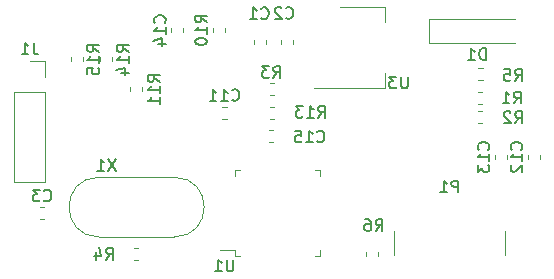
<source format=gbo>
G04 #@! TF.GenerationSoftware,KiCad,Pcbnew,5.1.5+dfsg1-2build2*
G04 #@! TF.CreationDate,2021-10-12T15:37:10+03:00*
G04 #@! TF.ProjectId,usb_kb,7573625f-6b62-42e6-9b69-6361645f7063,rev?*
G04 #@! TF.SameCoordinates,Original*
G04 #@! TF.FileFunction,Legend,Bot*
G04 #@! TF.FilePolarity,Positive*
%FSLAX46Y46*%
G04 Gerber Fmt 4.6, Leading zero omitted, Abs format (unit mm)*
G04 Created by KiCad (PCBNEW 5.1.5+dfsg1-2build2) date 2021-10-12 15:37:10*
%MOMM*%
%LPD*%
G04 APERTURE LIST*
%ADD10C,0.120000*%
%ADD11C,0.150000*%
%ADD12R,0.600000X1.450000*%
%ADD13R,0.300000X1.450000*%
%ADD14O,1.000000X2.100000*%
%ADD15C,0.650000*%
%ADD16O,1.000000X1.600000*%
%ADD17C,1.700000*%
%ADD18C,4.000000*%
%ADD19C,2.200000*%
%ADD20C,0.100000*%
%ADD21R,3.300000X1.700000*%
%ADD22C,1.500000*%
%ADD23R,2.000000X1.500000*%
%ADD24R,2.000000X3.800000*%
%ADD25O,1.700000X1.700000*%
%ADD26R,1.700000X1.700000*%
G04 APERTURE END LIST*
D10*
X192850000Y-85545000D02*
X192850000Y-87545000D01*
X202250000Y-85545000D02*
X202250000Y-87545000D01*
X165490000Y-71171267D02*
X165490000Y-70828733D01*
X166510000Y-71171267D02*
X166510000Y-70828733D01*
X167990000Y-71171267D02*
X167990000Y-70828733D01*
X169010000Y-71171267D02*
X169010000Y-70828733D01*
X182328733Y-72990000D02*
X182671267Y-72990000D01*
X182328733Y-74010000D02*
X182671267Y-74010000D01*
X171510000Y-73328733D02*
X171510000Y-73671267D01*
X170490000Y-73328733D02*
X170490000Y-73671267D01*
X178510000Y-68328733D02*
X178510000Y-68671267D01*
X177490000Y-68328733D02*
X177490000Y-68671267D01*
X190490000Y-87671267D02*
X190490000Y-87328733D01*
X191510000Y-87671267D02*
X191510000Y-87328733D01*
X200003733Y-71690000D02*
X200346267Y-71690000D01*
X200003733Y-72710000D02*
X200346267Y-72710000D01*
X171171267Y-88010000D02*
X170828733Y-88010000D01*
X171171267Y-86990000D02*
X170828733Y-86990000D01*
X182671267Y-76010000D02*
X182328733Y-76010000D01*
X182671267Y-74990000D02*
X182328733Y-74990000D01*
X199953733Y-75390000D02*
X200296267Y-75390000D01*
X199953733Y-76410000D02*
X200296267Y-76410000D01*
X199953733Y-73790000D02*
X200296267Y-73790000D01*
X199953733Y-74810000D02*
X200296267Y-74810000D01*
X195800000Y-67600000D02*
X203100000Y-67600000D01*
X195800000Y-69600000D02*
X195800000Y-67600000D01*
X203100000Y-69600000D02*
X195800000Y-69600000D01*
X182291233Y-76990000D02*
X182633767Y-76990000D01*
X182291233Y-78010000D02*
X182633767Y-78010000D01*
X175010000Y-68366233D02*
X175010000Y-68708767D01*
X173990000Y-68366233D02*
X173990000Y-68708767D01*
X202410000Y-79103733D02*
X202410000Y-79446267D01*
X201390000Y-79103733D02*
X201390000Y-79446267D01*
X205210000Y-79103733D02*
X205210000Y-79446267D01*
X204190000Y-79103733D02*
X204190000Y-79446267D01*
X178671267Y-76010000D02*
X178328733Y-76010000D01*
X178671267Y-74990000D02*
X178328733Y-74990000D01*
X163208767Y-84510000D02*
X162866233Y-84510000D01*
X163208767Y-83490000D02*
X162866233Y-83490000D01*
X184310000Y-69366233D02*
X184310000Y-69708767D01*
X183290000Y-69366233D02*
X183290000Y-69708767D01*
X182010000Y-69366233D02*
X182010000Y-69708767D01*
X180990000Y-69366233D02*
X180990000Y-69708767D01*
X174260000Y-86025000D02*
X167860000Y-86025000D01*
X174260000Y-80975000D02*
X167860000Y-80975000D01*
X167860000Y-86025000D02*
G75*
G02X167860000Y-80975000I0J2525000D01*
G01*
X174260000Y-86025000D02*
G75*
G03X174260000Y-80975000I0J2525000D01*
G01*
X186050000Y-73410000D02*
X192060000Y-73410000D01*
X188300000Y-66590000D02*
X192060000Y-66590000D01*
X192060000Y-73410000D02*
X192060000Y-72150000D01*
X192060000Y-66590000D02*
X192060000Y-67850000D01*
X179390000Y-87160000D02*
X178100000Y-87160000D01*
X179390000Y-87610000D02*
X179390000Y-87160000D01*
X179840000Y-87610000D02*
X179390000Y-87610000D01*
X186610000Y-87610000D02*
X186610000Y-87160000D01*
X186160000Y-87610000D02*
X186610000Y-87610000D01*
X179390000Y-80390000D02*
X179390000Y-80840000D01*
X179840000Y-80390000D02*
X179390000Y-80390000D01*
X186610000Y-80390000D02*
X186610000Y-80840000D01*
X186160000Y-80390000D02*
X186610000Y-80390000D01*
X163330000Y-71130000D02*
X162000000Y-71130000D01*
X163330000Y-72460000D02*
X163330000Y-71130000D01*
X163330000Y-73730000D02*
X160670000Y-73730000D01*
X160670000Y-73730000D02*
X160670000Y-81410000D01*
X163330000Y-73730000D02*
X163330000Y-81410000D01*
X163330000Y-81410000D02*
X160670000Y-81410000D01*
D11*
X198288095Y-82252380D02*
X198288095Y-81252380D01*
X197907142Y-81252380D01*
X197811904Y-81300000D01*
X197764285Y-81347619D01*
X197716666Y-81442857D01*
X197716666Y-81585714D01*
X197764285Y-81680952D01*
X197811904Y-81728571D01*
X197907142Y-81776190D01*
X198288095Y-81776190D01*
X196764285Y-82252380D02*
X197335714Y-82252380D01*
X197050000Y-82252380D02*
X197050000Y-81252380D01*
X197145238Y-81395238D01*
X197240476Y-81490476D01*
X197335714Y-81538095D01*
X167882380Y-70357142D02*
X167406190Y-70023809D01*
X167882380Y-69785714D02*
X166882380Y-69785714D01*
X166882380Y-70166666D01*
X166930000Y-70261904D01*
X166977619Y-70309523D01*
X167072857Y-70357142D01*
X167215714Y-70357142D01*
X167310952Y-70309523D01*
X167358571Y-70261904D01*
X167406190Y-70166666D01*
X167406190Y-69785714D01*
X167882380Y-71309523D02*
X167882380Y-70738095D01*
X167882380Y-71023809D02*
X166882380Y-71023809D01*
X167025238Y-70928571D01*
X167120476Y-70833333D01*
X167168095Y-70738095D01*
X166882380Y-72214285D02*
X166882380Y-71738095D01*
X167358571Y-71690476D01*
X167310952Y-71738095D01*
X167263333Y-71833333D01*
X167263333Y-72071428D01*
X167310952Y-72166666D01*
X167358571Y-72214285D01*
X167453809Y-72261904D01*
X167691904Y-72261904D01*
X167787142Y-72214285D01*
X167834761Y-72166666D01*
X167882380Y-72071428D01*
X167882380Y-71833333D01*
X167834761Y-71738095D01*
X167787142Y-71690476D01*
X170382380Y-70357142D02*
X169906190Y-70023809D01*
X170382380Y-69785714D02*
X169382380Y-69785714D01*
X169382380Y-70166666D01*
X169430000Y-70261904D01*
X169477619Y-70309523D01*
X169572857Y-70357142D01*
X169715714Y-70357142D01*
X169810952Y-70309523D01*
X169858571Y-70261904D01*
X169906190Y-70166666D01*
X169906190Y-69785714D01*
X170382380Y-71309523D02*
X170382380Y-70738095D01*
X170382380Y-71023809D02*
X169382380Y-71023809D01*
X169525238Y-70928571D01*
X169620476Y-70833333D01*
X169668095Y-70738095D01*
X169715714Y-72166666D02*
X170382380Y-72166666D01*
X169334761Y-71928571D02*
X170049047Y-71690476D01*
X170049047Y-72309523D01*
X186417857Y-75927380D02*
X186751190Y-75451190D01*
X186989285Y-75927380D02*
X186989285Y-74927380D01*
X186608333Y-74927380D01*
X186513095Y-74975000D01*
X186465476Y-75022619D01*
X186417857Y-75117857D01*
X186417857Y-75260714D01*
X186465476Y-75355952D01*
X186513095Y-75403571D01*
X186608333Y-75451190D01*
X186989285Y-75451190D01*
X185465476Y-75927380D02*
X186036904Y-75927380D01*
X185751190Y-75927380D02*
X185751190Y-74927380D01*
X185846428Y-75070238D01*
X185941666Y-75165476D01*
X186036904Y-75213095D01*
X185132142Y-74927380D02*
X184513095Y-74927380D01*
X184846428Y-75308333D01*
X184703571Y-75308333D01*
X184608333Y-75355952D01*
X184560714Y-75403571D01*
X184513095Y-75498809D01*
X184513095Y-75736904D01*
X184560714Y-75832142D01*
X184608333Y-75879761D01*
X184703571Y-75927380D01*
X184989285Y-75927380D01*
X185084523Y-75879761D01*
X185132142Y-75832142D01*
X173002380Y-72882142D02*
X172526190Y-72548809D01*
X173002380Y-72310714D02*
X172002380Y-72310714D01*
X172002380Y-72691666D01*
X172050000Y-72786904D01*
X172097619Y-72834523D01*
X172192857Y-72882142D01*
X172335714Y-72882142D01*
X172430952Y-72834523D01*
X172478571Y-72786904D01*
X172526190Y-72691666D01*
X172526190Y-72310714D01*
X173002380Y-73834523D02*
X173002380Y-73263095D01*
X173002380Y-73548809D02*
X172002380Y-73548809D01*
X172145238Y-73453571D01*
X172240476Y-73358333D01*
X172288095Y-73263095D01*
X173002380Y-74786904D02*
X173002380Y-74215476D01*
X173002380Y-74501190D02*
X172002380Y-74501190D01*
X172145238Y-74405952D01*
X172240476Y-74310714D01*
X172288095Y-74215476D01*
X177022380Y-67857142D02*
X176546190Y-67523809D01*
X177022380Y-67285714D02*
X176022380Y-67285714D01*
X176022380Y-67666666D01*
X176070000Y-67761904D01*
X176117619Y-67809523D01*
X176212857Y-67857142D01*
X176355714Y-67857142D01*
X176450952Y-67809523D01*
X176498571Y-67761904D01*
X176546190Y-67666666D01*
X176546190Y-67285714D01*
X177022380Y-68809523D02*
X177022380Y-68238095D01*
X177022380Y-68523809D02*
X176022380Y-68523809D01*
X176165238Y-68428571D01*
X176260476Y-68333333D01*
X176308095Y-68238095D01*
X176022380Y-69428571D02*
X176022380Y-69523809D01*
X176070000Y-69619047D01*
X176117619Y-69666666D01*
X176212857Y-69714285D01*
X176403333Y-69761904D01*
X176641428Y-69761904D01*
X176831904Y-69714285D01*
X176927142Y-69666666D01*
X176974761Y-69619047D01*
X177022380Y-69523809D01*
X177022380Y-69428571D01*
X176974761Y-69333333D01*
X176927142Y-69285714D01*
X176831904Y-69238095D01*
X176641428Y-69190476D01*
X176403333Y-69190476D01*
X176212857Y-69238095D01*
X176117619Y-69285714D01*
X176070000Y-69333333D01*
X176022380Y-69428571D01*
X191291666Y-85527380D02*
X191625000Y-85051190D01*
X191863095Y-85527380D02*
X191863095Y-84527380D01*
X191482142Y-84527380D01*
X191386904Y-84575000D01*
X191339285Y-84622619D01*
X191291666Y-84717857D01*
X191291666Y-84860714D01*
X191339285Y-84955952D01*
X191386904Y-85003571D01*
X191482142Y-85051190D01*
X191863095Y-85051190D01*
X190434523Y-84527380D02*
X190625000Y-84527380D01*
X190720238Y-84575000D01*
X190767857Y-84622619D01*
X190863095Y-84765476D01*
X190910714Y-84955952D01*
X190910714Y-85336904D01*
X190863095Y-85432142D01*
X190815476Y-85479761D01*
X190720238Y-85527380D01*
X190529761Y-85527380D01*
X190434523Y-85479761D01*
X190386904Y-85432142D01*
X190339285Y-85336904D01*
X190339285Y-85098809D01*
X190386904Y-85003571D01*
X190434523Y-84955952D01*
X190529761Y-84908333D01*
X190720238Y-84908333D01*
X190815476Y-84955952D01*
X190863095Y-85003571D01*
X190910714Y-85098809D01*
X203091666Y-72827380D02*
X203425000Y-72351190D01*
X203663095Y-72827380D02*
X203663095Y-71827380D01*
X203282142Y-71827380D01*
X203186904Y-71875000D01*
X203139285Y-71922619D01*
X203091666Y-72017857D01*
X203091666Y-72160714D01*
X203139285Y-72255952D01*
X203186904Y-72303571D01*
X203282142Y-72351190D01*
X203663095Y-72351190D01*
X202186904Y-71827380D02*
X202663095Y-71827380D01*
X202710714Y-72303571D01*
X202663095Y-72255952D01*
X202567857Y-72208333D01*
X202329761Y-72208333D01*
X202234523Y-72255952D01*
X202186904Y-72303571D01*
X202139285Y-72398809D01*
X202139285Y-72636904D01*
X202186904Y-72732142D01*
X202234523Y-72779761D01*
X202329761Y-72827380D01*
X202567857Y-72827380D01*
X202663095Y-72779761D01*
X202710714Y-72732142D01*
X168466666Y-87952380D02*
X168800000Y-87476190D01*
X169038095Y-87952380D02*
X169038095Y-86952380D01*
X168657142Y-86952380D01*
X168561904Y-87000000D01*
X168514285Y-87047619D01*
X168466666Y-87142857D01*
X168466666Y-87285714D01*
X168514285Y-87380952D01*
X168561904Y-87428571D01*
X168657142Y-87476190D01*
X169038095Y-87476190D01*
X167609523Y-87285714D02*
X167609523Y-87952380D01*
X167847619Y-86904761D02*
X168085714Y-87619047D01*
X167466666Y-87619047D01*
X182641666Y-72552380D02*
X182975000Y-72076190D01*
X183213095Y-72552380D02*
X183213095Y-71552380D01*
X182832142Y-71552380D01*
X182736904Y-71600000D01*
X182689285Y-71647619D01*
X182641666Y-71742857D01*
X182641666Y-71885714D01*
X182689285Y-71980952D01*
X182736904Y-72028571D01*
X182832142Y-72076190D01*
X183213095Y-72076190D01*
X182308333Y-71552380D02*
X181689285Y-71552380D01*
X182022619Y-71933333D01*
X181879761Y-71933333D01*
X181784523Y-71980952D01*
X181736904Y-72028571D01*
X181689285Y-72123809D01*
X181689285Y-72361904D01*
X181736904Y-72457142D01*
X181784523Y-72504761D01*
X181879761Y-72552380D01*
X182165476Y-72552380D01*
X182260714Y-72504761D01*
X182308333Y-72457142D01*
X203091666Y-76402380D02*
X203425000Y-75926190D01*
X203663095Y-76402380D02*
X203663095Y-75402380D01*
X203282142Y-75402380D01*
X203186904Y-75450000D01*
X203139285Y-75497619D01*
X203091666Y-75592857D01*
X203091666Y-75735714D01*
X203139285Y-75830952D01*
X203186904Y-75878571D01*
X203282142Y-75926190D01*
X203663095Y-75926190D01*
X202710714Y-75497619D02*
X202663095Y-75450000D01*
X202567857Y-75402380D01*
X202329761Y-75402380D01*
X202234523Y-75450000D01*
X202186904Y-75497619D01*
X202139285Y-75592857D01*
X202139285Y-75688095D01*
X202186904Y-75830952D01*
X202758333Y-76402380D01*
X202139285Y-76402380D01*
X202991666Y-74727380D02*
X203325000Y-74251190D01*
X203563095Y-74727380D02*
X203563095Y-73727380D01*
X203182142Y-73727380D01*
X203086904Y-73775000D01*
X203039285Y-73822619D01*
X202991666Y-73917857D01*
X202991666Y-74060714D01*
X203039285Y-74155952D01*
X203086904Y-74203571D01*
X203182142Y-74251190D01*
X203563095Y-74251190D01*
X202039285Y-74727380D02*
X202610714Y-74727380D01*
X202325000Y-74727380D02*
X202325000Y-73727380D01*
X202420238Y-73870238D01*
X202515476Y-73965476D01*
X202610714Y-74013095D01*
X200638095Y-71052380D02*
X200638095Y-70052380D01*
X200400000Y-70052380D01*
X200257142Y-70100000D01*
X200161904Y-70195238D01*
X200114285Y-70290476D01*
X200066666Y-70480952D01*
X200066666Y-70623809D01*
X200114285Y-70814285D01*
X200161904Y-70909523D01*
X200257142Y-71004761D01*
X200400000Y-71052380D01*
X200638095Y-71052380D01*
X199114285Y-71052380D02*
X199685714Y-71052380D01*
X199400000Y-71052380D02*
X199400000Y-70052380D01*
X199495238Y-70195238D01*
X199590476Y-70290476D01*
X199685714Y-70338095D01*
X186342857Y-77932142D02*
X186390476Y-77979761D01*
X186533333Y-78027380D01*
X186628571Y-78027380D01*
X186771428Y-77979761D01*
X186866666Y-77884523D01*
X186914285Y-77789285D01*
X186961904Y-77598809D01*
X186961904Y-77455952D01*
X186914285Y-77265476D01*
X186866666Y-77170238D01*
X186771428Y-77075000D01*
X186628571Y-77027380D01*
X186533333Y-77027380D01*
X186390476Y-77075000D01*
X186342857Y-77122619D01*
X185390476Y-78027380D02*
X185961904Y-78027380D01*
X185676190Y-78027380D02*
X185676190Y-77027380D01*
X185771428Y-77170238D01*
X185866666Y-77265476D01*
X185961904Y-77313095D01*
X184485714Y-77027380D02*
X184961904Y-77027380D01*
X185009523Y-77503571D01*
X184961904Y-77455952D01*
X184866666Y-77408333D01*
X184628571Y-77408333D01*
X184533333Y-77455952D01*
X184485714Y-77503571D01*
X184438095Y-77598809D01*
X184438095Y-77836904D01*
X184485714Y-77932142D01*
X184533333Y-77979761D01*
X184628571Y-78027380D01*
X184866666Y-78027380D01*
X184961904Y-77979761D01*
X185009523Y-77932142D01*
X173427142Y-67894642D02*
X173474761Y-67847023D01*
X173522380Y-67704166D01*
X173522380Y-67608928D01*
X173474761Y-67466071D01*
X173379523Y-67370833D01*
X173284285Y-67323214D01*
X173093809Y-67275595D01*
X172950952Y-67275595D01*
X172760476Y-67323214D01*
X172665238Y-67370833D01*
X172570000Y-67466071D01*
X172522380Y-67608928D01*
X172522380Y-67704166D01*
X172570000Y-67847023D01*
X172617619Y-67894642D01*
X173522380Y-68847023D02*
X173522380Y-68275595D01*
X173522380Y-68561309D02*
X172522380Y-68561309D01*
X172665238Y-68466071D01*
X172760476Y-68370833D01*
X172808095Y-68275595D01*
X172855714Y-69704166D02*
X173522380Y-69704166D01*
X172474761Y-69466071D02*
X173189047Y-69227976D01*
X173189047Y-69847023D01*
X200827142Y-78632142D02*
X200874761Y-78584523D01*
X200922380Y-78441666D01*
X200922380Y-78346428D01*
X200874761Y-78203571D01*
X200779523Y-78108333D01*
X200684285Y-78060714D01*
X200493809Y-78013095D01*
X200350952Y-78013095D01*
X200160476Y-78060714D01*
X200065238Y-78108333D01*
X199970000Y-78203571D01*
X199922380Y-78346428D01*
X199922380Y-78441666D01*
X199970000Y-78584523D01*
X200017619Y-78632142D01*
X200922380Y-79584523D02*
X200922380Y-79013095D01*
X200922380Y-79298809D02*
X199922380Y-79298809D01*
X200065238Y-79203571D01*
X200160476Y-79108333D01*
X200208095Y-79013095D01*
X199922380Y-79917857D02*
X199922380Y-80536904D01*
X200303333Y-80203571D01*
X200303333Y-80346428D01*
X200350952Y-80441666D01*
X200398571Y-80489285D01*
X200493809Y-80536904D01*
X200731904Y-80536904D01*
X200827142Y-80489285D01*
X200874761Y-80441666D01*
X200922380Y-80346428D01*
X200922380Y-80060714D01*
X200874761Y-79965476D01*
X200827142Y-79917857D01*
X203627142Y-78632142D02*
X203674761Y-78584523D01*
X203722380Y-78441666D01*
X203722380Y-78346428D01*
X203674761Y-78203571D01*
X203579523Y-78108333D01*
X203484285Y-78060714D01*
X203293809Y-78013095D01*
X203150952Y-78013095D01*
X202960476Y-78060714D01*
X202865238Y-78108333D01*
X202770000Y-78203571D01*
X202722380Y-78346428D01*
X202722380Y-78441666D01*
X202770000Y-78584523D01*
X202817619Y-78632142D01*
X203722380Y-79584523D02*
X203722380Y-79013095D01*
X203722380Y-79298809D02*
X202722380Y-79298809D01*
X202865238Y-79203571D01*
X202960476Y-79108333D01*
X203008095Y-79013095D01*
X202817619Y-79965476D02*
X202770000Y-80013095D01*
X202722380Y-80108333D01*
X202722380Y-80346428D01*
X202770000Y-80441666D01*
X202817619Y-80489285D01*
X202912857Y-80536904D01*
X203008095Y-80536904D01*
X203150952Y-80489285D01*
X203722380Y-79917857D01*
X203722380Y-80536904D01*
X179142857Y-74427142D02*
X179190476Y-74474761D01*
X179333333Y-74522380D01*
X179428571Y-74522380D01*
X179571428Y-74474761D01*
X179666666Y-74379523D01*
X179714285Y-74284285D01*
X179761904Y-74093809D01*
X179761904Y-73950952D01*
X179714285Y-73760476D01*
X179666666Y-73665238D01*
X179571428Y-73570000D01*
X179428571Y-73522380D01*
X179333333Y-73522380D01*
X179190476Y-73570000D01*
X179142857Y-73617619D01*
X178190476Y-74522380D02*
X178761904Y-74522380D01*
X178476190Y-74522380D02*
X178476190Y-73522380D01*
X178571428Y-73665238D01*
X178666666Y-73760476D01*
X178761904Y-73808095D01*
X177238095Y-74522380D02*
X177809523Y-74522380D01*
X177523809Y-74522380D02*
X177523809Y-73522380D01*
X177619047Y-73665238D01*
X177714285Y-73760476D01*
X177809523Y-73808095D01*
X163204166Y-82927142D02*
X163251785Y-82974761D01*
X163394642Y-83022380D01*
X163489880Y-83022380D01*
X163632738Y-82974761D01*
X163727976Y-82879523D01*
X163775595Y-82784285D01*
X163823214Y-82593809D01*
X163823214Y-82450952D01*
X163775595Y-82260476D01*
X163727976Y-82165238D01*
X163632738Y-82070000D01*
X163489880Y-82022380D01*
X163394642Y-82022380D01*
X163251785Y-82070000D01*
X163204166Y-82117619D01*
X162870833Y-82022380D02*
X162251785Y-82022380D01*
X162585119Y-82403333D01*
X162442261Y-82403333D01*
X162347023Y-82450952D01*
X162299404Y-82498571D01*
X162251785Y-82593809D01*
X162251785Y-82831904D01*
X162299404Y-82927142D01*
X162347023Y-82974761D01*
X162442261Y-83022380D01*
X162727976Y-83022380D01*
X162823214Y-82974761D01*
X162870833Y-82927142D01*
X183691666Y-67482142D02*
X183739285Y-67529761D01*
X183882142Y-67577380D01*
X183977380Y-67577380D01*
X184120238Y-67529761D01*
X184215476Y-67434523D01*
X184263095Y-67339285D01*
X184310714Y-67148809D01*
X184310714Y-67005952D01*
X184263095Y-66815476D01*
X184215476Y-66720238D01*
X184120238Y-66625000D01*
X183977380Y-66577380D01*
X183882142Y-66577380D01*
X183739285Y-66625000D01*
X183691666Y-66672619D01*
X183310714Y-66672619D02*
X183263095Y-66625000D01*
X183167857Y-66577380D01*
X182929761Y-66577380D01*
X182834523Y-66625000D01*
X182786904Y-66672619D01*
X182739285Y-66767857D01*
X182739285Y-66863095D01*
X182786904Y-67005952D01*
X183358333Y-67577380D01*
X182739285Y-67577380D01*
X181616666Y-67507142D02*
X181664285Y-67554761D01*
X181807142Y-67602380D01*
X181902380Y-67602380D01*
X182045238Y-67554761D01*
X182140476Y-67459523D01*
X182188095Y-67364285D01*
X182235714Y-67173809D01*
X182235714Y-67030952D01*
X182188095Y-66840476D01*
X182140476Y-66745238D01*
X182045238Y-66650000D01*
X181902380Y-66602380D01*
X181807142Y-66602380D01*
X181664285Y-66650000D01*
X181616666Y-66697619D01*
X180664285Y-67602380D02*
X181235714Y-67602380D01*
X180950000Y-67602380D02*
X180950000Y-66602380D01*
X181045238Y-66745238D01*
X181140476Y-66840476D01*
X181235714Y-66888095D01*
X169309523Y-79427380D02*
X168642857Y-80427380D01*
X168642857Y-79427380D02*
X169309523Y-80427380D01*
X167738095Y-80427380D02*
X168309523Y-80427380D01*
X168023809Y-80427380D02*
X168023809Y-79427380D01*
X168119047Y-79570238D01*
X168214285Y-79665476D01*
X168309523Y-79713095D01*
X194011904Y-72452380D02*
X194011904Y-73261904D01*
X193964285Y-73357142D01*
X193916666Y-73404761D01*
X193821428Y-73452380D01*
X193630952Y-73452380D01*
X193535714Y-73404761D01*
X193488095Y-73357142D01*
X193440476Y-73261904D01*
X193440476Y-72452380D01*
X193059523Y-72452380D02*
X192440476Y-72452380D01*
X192773809Y-72833333D01*
X192630952Y-72833333D01*
X192535714Y-72880952D01*
X192488095Y-72928571D01*
X192440476Y-73023809D01*
X192440476Y-73261904D01*
X192488095Y-73357142D01*
X192535714Y-73404761D01*
X192630952Y-73452380D01*
X192916666Y-73452380D01*
X193011904Y-73404761D01*
X193059523Y-73357142D01*
X179261904Y-87952380D02*
X179261904Y-88761904D01*
X179214285Y-88857142D01*
X179166666Y-88904761D01*
X179071428Y-88952380D01*
X178880952Y-88952380D01*
X178785714Y-88904761D01*
X178738095Y-88857142D01*
X178690476Y-88761904D01*
X178690476Y-87952380D01*
X177690476Y-88952380D02*
X178261904Y-88952380D01*
X177976190Y-88952380D02*
X177976190Y-87952380D01*
X178071428Y-88095238D01*
X178166666Y-88190476D01*
X178261904Y-88238095D01*
X162333333Y-69582380D02*
X162333333Y-70296666D01*
X162380952Y-70439523D01*
X162476190Y-70534761D01*
X162619047Y-70582380D01*
X162714285Y-70582380D01*
X161333333Y-70582380D02*
X161904761Y-70582380D01*
X161619047Y-70582380D02*
X161619047Y-69582380D01*
X161714285Y-69725238D01*
X161809523Y-69820476D01*
X161904761Y-69868095D01*
%LPC*%
D12*
X194300000Y-83400000D03*
X195100000Y-83400000D03*
X200000000Y-83400000D03*
X200800000Y-83400000D03*
X200800000Y-83400000D03*
X200000000Y-83400000D03*
X195100000Y-83400000D03*
X194300000Y-83400000D03*
D13*
X199300000Y-83400000D03*
X198800000Y-83400000D03*
X198300000Y-83400000D03*
X197300000Y-83400000D03*
X196800000Y-83400000D03*
X196300000Y-83400000D03*
X195800000Y-83400000D03*
X197800000Y-83400000D03*
D14*
X193230000Y-84315000D03*
X201870000Y-84315000D03*
D15*
X200440000Y-84845000D03*
D16*
X201870000Y-88495000D03*
D15*
X194660000Y-84845000D03*
D16*
X193230000Y-88495000D03*
D17*
X199080000Y-78000000D03*
X188920000Y-78000000D03*
D18*
X194000000Y-78000000D03*
D19*
X190190000Y-75460000D03*
X196540000Y-72920000D03*
D20*
G36*
X166260779Y-69601144D02*
G01*
X166283834Y-69604563D01*
X166306443Y-69610227D01*
X166328387Y-69618079D01*
X166349457Y-69628044D01*
X166369448Y-69640026D01*
X166388168Y-69653910D01*
X166405438Y-69669562D01*
X166421090Y-69686832D01*
X166434974Y-69705552D01*
X166446956Y-69725543D01*
X166456921Y-69746613D01*
X166464773Y-69768557D01*
X166470437Y-69791166D01*
X166473856Y-69814221D01*
X166475000Y-69837500D01*
X166475000Y-70412500D01*
X166473856Y-70435779D01*
X166470437Y-70458834D01*
X166464773Y-70481443D01*
X166456921Y-70503387D01*
X166446956Y-70524457D01*
X166434974Y-70544448D01*
X166421090Y-70563168D01*
X166405438Y-70580438D01*
X166388168Y-70596090D01*
X166369448Y-70609974D01*
X166349457Y-70621956D01*
X166328387Y-70631921D01*
X166306443Y-70639773D01*
X166283834Y-70645437D01*
X166260779Y-70648856D01*
X166237500Y-70650000D01*
X165762500Y-70650000D01*
X165739221Y-70648856D01*
X165716166Y-70645437D01*
X165693557Y-70639773D01*
X165671613Y-70631921D01*
X165650543Y-70621956D01*
X165630552Y-70609974D01*
X165611832Y-70596090D01*
X165594562Y-70580438D01*
X165578910Y-70563168D01*
X165565026Y-70544448D01*
X165553044Y-70524457D01*
X165543079Y-70503387D01*
X165535227Y-70481443D01*
X165529563Y-70458834D01*
X165526144Y-70435779D01*
X165525000Y-70412500D01*
X165525000Y-69837500D01*
X165526144Y-69814221D01*
X165529563Y-69791166D01*
X165535227Y-69768557D01*
X165543079Y-69746613D01*
X165553044Y-69725543D01*
X165565026Y-69705552D01*
X165578910Y-69686832D01*
X165594562Y-69669562D01*
X165611832Y-69653910D01*
X165630552Y-69640026D01*
X165650543Y-69628044D01*
X165671613Y-69618079D01*
X165693557Y-69610227D01*
X165716166Y-69604563D01*
X165739221Y-69601144D01*
X165762500Y-69600000D01*
X166237500Y-69600000D01*
X166260779Y-69601144D01*
G37*
G36*
X166260779Y-71351144D02*
G01*
X166283834Y-71354563D01*
X166306443Y-71360227D01*
X166328387Y-71368079D01*
X166349457Y-71378044D01*
X166369448Y-71390026D01*
X166388168Y-71403910D01*
X166405438Y-71419562D01*
X166421090Y-71436832D01*
X166434974Y-71455552D01*
X166446956Y-71475543D01*
X166456921Y-71496613D01*
X166464773Y-71518557D01*
X166470437Y-71541166D01*
X166473856Y-71564221D01*
X166475000Y-71587500D01*
X166475000Y-72162500D01*
X166473856Y-72185779D01*
X166470437Y-72208834D01*
X166464773Y-72231443D01*
X166456921Y-72253387D01*
X166446956Y-72274457D01*
X166434974Y-72294448D01*
X166421090Y-72313168D01*
X166405438Y-72330438D01*
X166388168Y-72346090D01*
X166369448Y-72359974D01*
X166349457Y-72371956D01*
X166328387Y-72381921D01*
X166306443Y-72389773D01*
X166283834Y-72395437D01*
X166260779Y-72398856D01*
X166237500Y-72400000D01*
X165762500Y-72400000D01*
X165739221Y-72398856D01*
X165716166Y-72395437D01*
X165693557Y-72389773D01*
X165671613Y-72381921D01*
X165650543Y-72371956D01*
X165630552Y-72359974D01*
X165611832Y-72346090D01*
X165594562Y-72330438D01*
X165578910Y-72313168D01*
X165565026Y-72294448D01*
X165553044Y-72274457D01*
X165543079Y-72253387D01*
X165535227Y-72231443D01*
X165529563Y-72208834D01*
X165526144Y-72185779D01*
X165525000Y-72162500D01*
X165525000Y-71587500D01*
X165526144Y-71564221D01*
X165529563Y-71541166D01*
X165535227Y-71518557D01*
X165543079Y-71496613D01*
X165553044Y-71475543D01*
X165565026Y-71455552D01*
X165578910Y-71436832D01*
X165594562Y-71419562D01*
X165611832Y-71403910D01*
X165630552Y-71390026D01*
X165650543Y-71378044D01*
X165671613Y-71368079D01*
X165693557Y-71360227D01*
X165716166Y-71354563D01*
X165739221Y-71351144D01*
X165762500Y-71350000D01*
X166237500Y-71350000D01*
X166260779Y-71351144D01*
G37*
G36*
X168760779Y-69601144D02*
G01*
X168783834Y-69604563D01*
X168806443Y-69610227D01*
X168828387Y-69618079D01*
X168849457Y-69628044D01*
X168869448Y-69640026D01*
X168888168Y-69653910D01*
X168905438Y-69669562D01*
X168921090Y-69686832D01*
X168934974Y-69705552D01*
X168946956Y-69725543D01*
X168956921Y-69746613D01*
X168964773Y-69768557D01*
X168970437Y-69791166D01*
X168973856Y-69814221D01*
X168975000Y-69837500D01*
X168975000Y-70412500D01*
X168973856Y-70435779D01*
X168970437Y-70458834D01*
X168964773Y-70481443D01*
X168956921Y-70503387D01*
X168946956Y-70524457D01*
X168934974Y-70544448D01*
X168921090Y-70563168D01*
X168905438Y-70580438D01*
X168888168Y-70596090D01*
X168869448Y-70609974D01*
X168849457Y-70621956D01*
X168828387Y-70631921D01*
X168806443Y-70639773D01*
X168783834Y-70645437D01*
X168760779Y-70648856D01*
X168737500Y-70650000D01*
X168262500Y-70650000D01*
X168239221Y-70648856D01*
X168216166Y-70645437D01*
X168193557Y-70639773D01*
X168171613Y-70631921D01*
X168150543Y-70621956D01*
X168130552Y-70609974D01*
X168111832Y-70596090D01*
X168094562Y-70580438D01*
X168078910Y-70563168D01*
X168065026Y-70544448D01*
X168053044Y-70524457D01*
X168043079Y-70503387D01*
X168035227Y-70481443D01*
X168029563Y-70458834D01*
X168026144Y-70435779D01*
X168025000Y-70412500D01*
X168025000Y-69837500D01*
X168026144Y-69814221D01*
X168029563Y-69791166D01*
X168035227Y-69768557D01*
X168043079Y-69746613D01*
X168053044Y-69725543D01*
X168065026Y-69705552D01*
X168078910Y-69686832D01*
X168094562Y-69669562D01*
X168111832Y-69653910D01*
X168130552Y-69640026D01*
X168150543Y-69628044D01*
X168171613Y-69618079D01*
X168193557Y-69610227D01*
X168216166Y-69604563D01*
X168239221Y-69601144D01*
X168262500Y-69600000D01*
X168737500Y-69600000D01*
X168760779Y-69601144D01*
G37*
G36*
X168760779Y-71351144D02*
G01*
X168783834Y-71354563D01*
X168806443Y-71360227D01*
X168828387Y-71368079D01*
X168849457Y-71378044D01*
X168869448Y-71390026D01*
X168888168Y-71403910D01*
X168905438Y-71419562D01*
X168921090Y-71436832D01*
X168934974Y-71455552D01*
X168946956Y-71475543D01*
X168956921Y-71496613D01*
X168964773Y-71518557D01*
X168970437Y-71541166D01*
X168973856Y-71564221D01*
X168975000Y-71587500D01*
X168975000Y-72162500D01*
X168973856Y-72185779D01*
X168970437Y-72208834D01*
X168964773Y-72231443D01*
X168956921Y-72253387D01*
X168946956Y-72274457D01*
X168934974Y-72294448D01*
X168921090Y-72313168D01*
X168905438Y-72330438D01*
X168888168Y-72346090D01*
X168869448Y-72359974D01*
X168849457Y-72371956D01*
X168828387Y-72381921D01*
X168806443Y-72389773D01*
X168783834Y-72395437D01*
X168760779Y-72398856D01*
X168737500Y-72400000D01*
X168262500Y-72400000D01*
X168239221Y-72398856D01*
X168216166Y-72395437D01*
X168193557Y-72389773D01*
X168171613Y-72381921D01*
X168150543Y-72371956D01*
X168130552Y-72359974D01*
X168111832Y-72346090D01*
X168094562Y-72330438D01*
X168078910Y-72313168D01*
X168065026Y-72294448D01*
X168053044Y-72274457D01*
X168043079Y-72253387D01*
X168035227Y-72231443D01*
X168029563Y-72208834D01*
X168026144Y-72185779D01*
X168025000Y-72162500D01*
X168025000Y-71587500D01*
X168026144Y-71564221D01*
X168029563Y-71541166D01*
X168035227Y-71518557D01*
X168043079Y-71496613D01*
X168053044Y-71475543D01*
X168065026Y-71455552D01*
X168078910Y-71436832D01*
X168094562Y-71419562D01*
X168111832Y-71403910D01*
X168130552Y-71390026D01*
X168150543Y-71378044D01*
X168171613Y-71368079D01*
X168193557Y-71360227D01*
X168216166Y-71354563D01*
X168239221Y-71351144D01*
X168262500Y-71350000D01*
X168737500Y-71350000D01*
X168760779Y-71351144D01*
G37*
G36*
X183685779Y-73026144D02*
G01*
X183708834Y-73029563D01*
X183731443Y-73035227D01*
X183753387Y-73043079D01*
X183774457Y-73053044D01*
X183794448Y-73065026D01*
X183813168Y-73078910D01*
X183830438Y-73094562D01*
X183846090Y-73111832D01*
X183859974Y-73130552D01*
X183871956Y-73150543D01*
X183881921Y-73171613D01*
X183889773Y-73193557D01*
X183895437Y-73216166D01*
X183898856Y-73239221D01*
X183900000Y-73262500D01*
X183900000Y-73737500D01*
X183898856Y-73760779D01*
X183895437Y-73783834D01*
X183889773Y-73806443D01*
X183881921Y-73828387D01*
X183871956Y-73849457D01*
X183859974Y-73869448D01*
X183846090Y-73888168D01*
X183830438Y-73905438D01*
X183813168Y-73921090D01*
X183794448Y-73934974D01*
X183774457Y-73946956D01*
X183753387Y-73956921D01*
X183731443Y-73964773D01*
X183708834Y-73970437D01*
X183685779Y-73973856D01*
X183662500Y-73975000D01*
X183087500Y-73975000D01*
X183064221Y-73973856D01*
X183041166Y-73970437D01*
X183018557Y-73964773D01*
X182996613Y-73956921D01*
X182975543Y-73946956D01*
X182955552Y-73934974D01*
X182936832Y-73921090D01*
X182919562Y-73905438D01*
X182903910Y-73888168D01*
X182890026Y-73869448D01*
X182878044Y-73849457D01*
X182868079Y-73828387D01*
X182860227Y-73806443D01*
X182854563Y-73783834D01*
X182851144Y-73760779D01*
X182850000Y-73737500D01*
X182850000Y-73262500D01*
X182851144Y-73239221D01*
X182854563Y-73216166D01*
X182860227Y-73193557D01*
X182868079Y-73171613D01*
X182878044Y-73150543D01*
X182890026Y-73130552D01*
X182903910Y-73111832D01*
X182919562Y-73094562D01*
X182936832Y-73078910D01*
X182955552Y-73065026D01*
X182975543Y-73053044D01*
X182996613Y-73043079D01*
X183018557Y-73035227D01*
X183041166Y-73029563D01*
X183064221Y-73026144D01*
X183087500Y-73025000D01*
X183662500Y-73025000D01*
X183685779Y-73026144D01*
G37*
G36*
X181935779Y-73026144D02*
G01*
X181958834Y-73029563D01*
X181981443Y-73035227D01*
X182003387Y-73043079D01*
X182024457Y-73053044D01*
X182044448Y-73065026D01*
X182063168Y-73078910D01*
X182080438Y-73094562D01*
X182096090Y-73111832D01*
X182109974Y-73130552D01*
X182121956Y-73150543D01*
X182131921Y-73171613D01*
X182139773Y-73193557D01*
X182145437Y-73216166D01*
X182148856Y-73239221D01*
X182150000Y-73262500D01*
X182150000Y-73737500D01*
X182148856Y-73760779D01*
X182145437Y-73783834D01*
X182139773Y-73806443D01*
X182131921Y-73828387D01*
X182121956Y-73849457D01*
X182109974Y-73869448D01*
X182096090Y-73888168D01*
X182080438Y-73905438D01*
X182063168Y-73921090D01*
X182044448Y-73934974D01*
X182024457Y-73946956D01*
X182003387Y-73956921D01*
X181981443Y-73964773D01*
X181958834Y-73970437D01*
X181935779Y-73973856D01*
X181912500Y-73975000D01*
X181337500Y-73975000D01*
X181314221Y-73973856D01*
X181291166Y-73970437D01*
X181268557Y-73964773D01*
X181246613Y-73956921D01*
X181225543Y-73946956D01*
X181205552Y-73934974D01*
X181186832Y-73921090D01*
X181169562Y-73905438D01*
X181153910Y-73888168D01*
X181140026Y-73869448D01*
X181128044Y-73849457D01*
X181118079Y-73828387D01*
X181110227Y-73806443D01*
X181104563Y-73783834D01*
X181101144Y-73760779D01*
X181100000Y-73737500D01*
X181100000Y-73262500D01*
X181101144Y-73239221D01*
X181104563Y-73216166D01*
X181110227Y-73193557D01*
X181118079Y-73171613D01*
X181128044Y-73150543D01*
X181140026Y-73130552D01*
X181153910Y-73111832D01*
X181169562Y-73094562D01*
X181186832Y-73078910D01*
X181205552Y-73065026D01*
X181225543Y-73053044D01*
X181246613Y-73043079D01*
X181268557Y-73035227D01*
X181291166Y-73029563D01*
X181314221Y-73026144D01*
X181337500Y-73025000D01*
X181912500Y-73025000D01*
X181935779Y-73026144D01*
G37*
G36*
X171260779Y-73851144D02*
G01*
X171283834Y-73854563D01*
X171306443Y-73860227D01*
X171328387Y-73868079D01*
X171349457Y-73878044D01*
X171369448Y-73890026D01*
X171388168Y-73903910D01*
X171405438Y-73919562D01*
X171421090Y-73936832D01*
X171434974Y-73955552D01*
X171446956Y-73975543D01*
X171456921Y-73996613D01*
X171464773Y-74018557D01*
X171470437Y-74041166D01*
X171473856Y-74064221D01*
X171475000Y-74087500D01*
X171475000Y-74662500D01*
X171473856Y-74685779D01*
X171470437Y-74708834D01*
X171464773Y-74731443D01*
X171456921Y-74753387D01*
X171446956Y-74774457D01*
X171434974Y-74794448D01*
X171421090Y-74813168D01*
X171405438Y-74830438D01*
X171388168Y-74846090D01*
X171369448Y-74859974D01*
X171349457Y-74871956D01*
X171328387Y-74881921D01*
X171306443Y-74889773D01*
X171283834Y-74895437D01*
X171260779Y-74898856D01*
X171237500Y-74900000D01*
X170762500Y-74900000D01*
X170739221Y-74898856D01*
X170716166Y-74895437D01*
X170693557Y-74889773D01*
X170671613Y-74881921D01*
X170650543Y-74871956D01*
X170630552Y-74859974D01*
X170611832Y-74846090D01*
X170594562Y-74830438D01*
X170578910Y-74813168D01*
X170565026Y-74794448D01*
X170553044Y-74774457D01*
X170543079Y-74753387D01*
X170535227Y-74731443D01*
X170529563Y-74708834D01*
X170526144Y-74685779D01*
X170525000Y-74662500D01*
X170525000Y-74087500D01*
X170526144Y-74064221D01*
X170529563Y-74041166D01*
X170535227Y-74018557D01*
X170543079Y-73996613D01*
X170553044Y-73975543D01*
X170565026Y-73955552D01*
X170578910Y-73936832D01*
X170594562Y-73919562D01*
X170611832Y-73903910D01*
X170630552Y-73890026D01*
X170650543Y-73878044D01*
X170671613Y-73868079D01*
X170693557Y-73860227D01*
X170716166Y-73854563D01*
X170739221Y-73851144D01*
X170762500Y-73850000D01*
X171237500Y-73850000D01*
X171260779Y-73851144D01*
G37*
G36*
X171260779Y-72101144D02*
G01*
X171283834Y-72104563D01*
X171306443Y-72110227D01*
X171328387Y-72118079D01*
X171349457Y-72128044D01*
X171369448Y-72140026D01*
X171388168Y-72153910D01*
X171405438Y-72169562D01*
X171421090Y-72186832D01*
X171434974Y-72205552D01*
X171446956Y-72225543D01*
X171456921Y-72246613D01*
X171464773Y-72268557D01*
X171470437Y-72291166D01*
X171473856Y-72314221D01*
X171475000Y-72337500D01*
X171475000Y-72912500D01*
X171473856Y-72935779D01*
X171470437Y-72958834D01*
X171464773Y-72981443D01*
X171456921Y-73003387D01*
X171446956Y-73024457D01*
X171434974Y-73044448D01*
X171421090Y-73063168D01*
X171405438Y-73080438D01*
X171388168Y-73096090D01*
X171369448Y-73109974D01*
X171349457Y-73121956D01*
X171328387Y-73131921D01*
X171306443Y-73139773D01*
X171283834Y-73145437D01*
X171260779Y-73148856D01*
X171237500Y-73150000D01*
X170762500Y-73150000D01*
X170739221Y-73148856D01*
X170716166Y-73145437D01*
X170693557Y-73139773D01*
X170671613Y-73131921D01*
X170650543Y-73121956D01*
X170630552Y-73109974D01*
X170611832Y-73096090D01*
X170594562Y-73080438D01*
X170578910Y-73063168D01*
X170565026Y-73044448D01*
X170553044Y-73024457D01*
X170543079Y-73003387D01*
X170535227Y-72981443D01*
X170529563Y-72958834D01*
X170526144Y-72935779D01*
X170525000Y-72912500D01*
X170525000Y-72337500D01*
X170526144Y-72314221D01*
X170529563Y-72291166D01*
X170535227Y-72268557D01*
X170543079Y-72246613D01*
X170553044Y-72225543D01*
X170565026Y-72205552D01*
X170578910Y-72186832D01*
X170594562Y-72169562D01*
X170611832Y-72153910D01*
X170630552Y-72140026D01*
X170650543Y-72128044D01*
X170671613Y-72118079D01*
X170693557Y-72110227D01*
X170716166Y-72104563D01*
X170739221Y-72101144D01*
X170762500Y-72100000D01*
X171237500Y-72100000D01*
X171260779Y-72101144D01*
G37*
G36*
X178260779Y-68851144D02*
G01*
X178283834Y-68854563D01*
X178306443Y-68860227D01*
X178328387Y-68868079D01*
X178349457Y-68878044D01*
X178369448Y-68890026D01*
X178388168Y-68903910D01*
X178405438Y-68919562D01*
X178421090Y-68936832D01*
X178434974Y-68955552D01*
X178446956Y-68975543D01*
X178456921Y-68996613D01*
X178464773Y-69018557D01*
X178470437Y-69041166D01*
X178473856Y-69064221D01*
X178475000Y-69087500D01*
X178475000Y-69662500D01*
X178473856Y-69685779D01*
X178470437Y-69708834D01*
X178464773Y-69731443D01*
X178456921Y-69753387D01*
X178446956Y-69774457D01*
X178434974Y-69794448D01*
X178421090Y-69813168D01*
X178405438Y-69830438D01*
X178388168Y-69846090D01*
X178369448Y-69859974D01*
X178349457Y-69871956D01*
X178328387Y-69881921D01*
X178306443Y-69889773D01*
X178283834Y-69895437D01*
X178260779Y-69898856D01*
X178237500Y-69900000D01*
X177762500Y-69900000D01*
X177739221Y-69898856D01*
X177716166Y-69895437D01*
X177693557Y-69889773D01*
X177671613Y-69881921D01*
X177650543Y-69871956D01*
X177630552Y-69859974D01*
X177611832Y-69846090D01*
X177594562Y-69830438D01*
X177578910Y-69813168D01*
X177565026Y-69794448D01*
X177553044Y-69774457D01*
X177543079Y-69753387D01*
X177535227Y-69731443D01*
X177529563Y-69708834D01*
X177526144Y-69685779D01*
X177525000Y-69662500D01*
X177525000Y-69087500D01*
X177526144Y-69064221D01*
X177529563Y-69041166D01*
X177535227Y-69018557D01*
X177543079Y-68996613D01*
X177553044Y-68975543D01*
X177565026Y-68955552D01*
X177578910Y-68936832D01*
X177594562Y-68919562D01*
X177611832Y-68903910D01*
X177630552Y-68890026D01*
X177650543Y-68878044D01*
X177671613Y-68868079D01*
X177693557Y-68860227D01*
X177716166Y-68854563D01*
X177739221Y-68851144D01*
X177762500Y-68850000D01*
X178237500Y-68850000D01*
X178260779Y-68851144D01*
G37*
G36*
X178260779Y-67101144D02*
G01*
X178283834Y-67104563D01*
X178306443Y-67110227D01*
X178328387Y-67118079D01*
X178349457Y-67128044D01*
X178369448Y-67140026D01*
X178388168Y-67153910D01*
X178405438Y-67169562D01*
X178421090Y-67186832D01*
X178434974Y-67205552D01*
X178446956Y-67225543D01*
X178456921Y-67246613D01*
X178464773Y-67268557D01*
X178470437Y-67291166D01*
X178473856Y-67314221D01*
X178475000Y-67337500D01*
X178475000Y-67912500D01*
X178473856Y-67935779D01*
X178470437Y-67958834D01*
X178464773Y-67981443D01*
X178456921Y-68003387D01*
X178446956Y-68024457D01*
X178434974Y-68044448D01*
X178421090Y-68063168D01*
X178405438Y-68080438D01*
X178388168Y-68096090D01*
X178369448Y-68109974D01*
X178349457Y-68121956D01*
X178328387Y-68131921D01*
X178306443Y-68139773D01*
X178283834Y-68145437D01*
X178260779Y-68148856D01*
X178237500Y-68150000D01*
X177762500Y-68150000D01*
X177739221Y-68148856D01*
X177716166Y-68145437D01*
X177693557Y-68139773D01*
X177671613Y-68131921D01*
X177650543Y-68121956D01*
X177630552Y-68109974D01*
X177611832Y-68096090D01*
X177594562Y-68080438D01*
X177578910Y-68063168D01*
X177565026Y-68044448D01*
X177553044Y-68024457D01*
X177543079Y-68003387D01*
X177535227Y-67981443D01*
X177529563Y-67958834D01*
X177526144Y-67935779D01*
X177525000Y-67912500D01*
X177525000Y-67337500D01*
X177526144Y-67314221D01*
X177529563Y-67291166D01*
X177535227Y-67268557D01*
X177543079Y-67246613D01*
X177553044Y-67225543D01*
X177565026Y-67205552D01*
X177578910Y-67186832D01*
X177594562Y-67169562D01*
X177611832Y-67153910D01*
X177630552Y-67140026D01*
X177650543Y-67128044D01*
X177671613Y-67118079D01*
X177693557Y-67110227D01*
X177716166Y-67104563D01*
X177739221Y-67101144D01*
X177762500Y-67100000D01*
X178237500Y-67100000D01*
X178260779Y-67101144D01*
G37*
G36*
X191260779Y-86101144D02*
G01*
X191283834Y-86104563D01*
X191306443Y-86110227D01*
X191328387Y-86118079D01*
X191349457Y-86128044D01*
X191369448Y-86140026D01*
X191388168Y-86153910D01*
X191405438Y-86169562D01*
X191421090Y-86186832D01*
X191434974Y-86205552D01*
X191446956Y-86225543D01*
X191456921Y-86246613D01*
X191464773Y-86268557D01*
X191470437Y-86291166D01*
X191473856Y-86314221D01*
X191475000Y-86337500D01*
X191475000Y-86912500D01*
X191473856Y-86935779D01*
X191470437Y-86958834D01*
X191464773Y-86981443D01*
X191456921Y-87003387D01*
X191446956Y-87024457D01*
X191434974Y-87044448D01*
X191421090Y-87063168D01*
X191405438Y-87080438D01*
X191388168Y-87096090D01*
X191369448Y-87109974D01*
X191349457Y-87121956D01*
X191328387Y-87131921D01*
X191306443Y-87139773D01*
X191283834Y-87145437D01*
X191260779Y-87148856D01*
X191237500Y-87150000D01*
X190762500Y-87150000D01*
X190739221Y-87148856D01*
X190716166Y-87145437D01*
X190693557Y-87139773D01*
X190671613Y-87131921D01*
X190650543Y-87121956D01*
X190630552Y-87109974D01*
X190611832Y-87096090D01*
X190594562Y-87080438D01*
X190578910Y-87063168D01*
X190565026Y-87044448D01*
X190553044Y-87024457D01*
X190543079Y-87003387D01*
X190535227Y-86981443D01*
X190529563Y-86958834D01*
X190526144Y-86935779D01*
X190525000Y-86912500D01*
X190525000Y-86337500D01*
X190526144Y-86314221D01*
X190529563Y-86291166D01*
X190535227Y-86268557D01*
X190543079Y-86246613D01*
X190553044Y-86225543D01*
X190565026Y-86205552D01*
X190578910Y-86186832D01*
X190594562Y-86169562D01*
X190611832Y-86153910D01*
X190630552Y-86140026D01*
X190650543Y-86128044D01*
X190671613Y-86118079D01*
X190693557Y-86110227D01*
X190716166Y-86104563D01*
X190739221Y-86101144D01*
X190762500Y-86100000D01*
X191237500Y-86100000D01*
X191260779Y-86101144D01*
G37*
G36*
X191260779Y-87851144D02*
G01*
X191283834Y-87854563D01*
X191306443Y-87860227D01*
X191328387Y-87868079D01*
X191349457Y-87878044D01*
X191369448Y-87890026D01*
X191388168Y-87903910D01*
X191405438Y-87919562D01*
X191421090Y-87936832D01*
X191434974Y-87955552D01*
X191446956Y-87975543D01*
X191456921Y-87996613D01*
X191464773Y-88018557D01*
X191470437Y-88041166D01*
X191473856Y-88064221D01*
X191475000Y-88087500D01*
X191475000Y-88662500D01*
X191473856Y-88685779D01*
X191470437Y-88708834D01*
X191464773Y-88731443D01*
X191456921Y-88753387D01*
X191446956Y-88774457D01*
X191434974Y-88794448D01*
X191421090Y-88813168D01*
X191405438Y-88830438D01*
X191388168Y-88846090D01*
X191369448Y-88859974D01*
X191349457Y-88871956D01*
X191328387Y-88881921D01*
X191306443Y-88889773D01*
X191283834Y-88895437D01*
X191260779Y-88898856D01*
X191237500Y-88900000D01*
X190762500Y-88900000D01*
X190739221Y-88898856D01*
X190716166Y-88895437D01*
X190693557Y-88889773D01*
X190671613Y-88881921D01*
X190650543Y-88871956D01*
X190630552Y-88859974D01*
X190611832Y-88846090D01*
X190594562Y-88830438D01*
X190578910Y-88813168D01*
X190565026Y-88794448D01*
X190553044Y-88774457D01*
X190543079Y-88753387D01*
X190535227Y-88731443D01*
X190529563Y-88708834D01*
X190526144Y-88685779D01*
X190525000Y-88662500D01*
X190525000Y-88087500D01*
X190526144Y-88064221D01*
X190529563Y-88041166D01*
X190535227Y-88018557D01*
X190543079Y-87996613D01*
X190553044Y-87975543D01*
X190565026Y-87955552D01*
X190578910Y-87936832D01*
X190594562Y-87919562D01*
X190611832Y-87903910D01*
X190630552Y-87890026D01*
X190650543Y-87878044D01*
X190671613Y-87868079D01*
X190693557Y-87860227D01*
X190716166Y-87854563D01*
X190739221Y-87851144D01*
X190762500Y-87850000D01*
X191237500Y-87850000D01*
X191260779Y-87851144D01*
G37*
G36*
X201360779Y-71726144D02*
G01*
X201383834Y-71729563D01*
X201406443Y-71735227D01*
X201428387Y-71743079D01*
X201449457Y-71753044D01*
X201469448Y-71765026D01*
X201488168Y-71778910D01*
X201505438Y-71794562D01*
X201521090Y-71811832D01*
X201534974Y-71830552D01*
X201546956Y-71850543D01*
X201556921Y-71871613D01*
X201564773Y-71893557D01*
X201570437Y-71916166D01*
X201573856Y-71939221D01*
X201575000Y-71962500D01*
X201575000Y-72437500D01*
X201573856Y-72460779D01*
X201570437Y-72483834D01*
X201564773Y-72506443D01*
X201556921Y-72528387D01*
X201546956Y-72549457D01*
X201534974Y-72569448D01*
X201521090Y-72588168D01*
X201505438Y-72605438D01*
X201488168Y-72621090D01*
X201469448Y-72634974D01*
X201449457Y-72646956D01*
X201428387Y-72656921D01*
X201406443Y-72664773D01*
X201383834Y-72670437D01*
X201360779Y-72673856D01*
X201337500Y-72675000D01*
X200762500Y-72675000D01*
X200739221Y-72673856D01*
X200716166Y-72670437D01*
X200693557Y-72664773D01*
X200671613Y-72656921D01*
X200650543Y-72646956D01*
X200630552Y-72634974D01*
X200611832Y-72621090D01*
X200594562Y-72605438D01*
X200578910Y-72588168D01*
X200565026Y-72569448D01*
X200553044Y-72549457D01*
X200543079Y-72528387D01*
X200535227Y-72506443D01*
X200529563Y-72483834D01*
X200526144Y-72460779D01*
X200525000Y-72437500D01*
X200525000Y-71962500D01*
X200526144Y-71939221D01*
X200529563Y-71916166D01*
X200535227Y-71893557D01*
X200543079Y-71871613D01*
X200553044Y-71850543D01*
X200565026Y-71830552D01*
X200578910Y-71811832D01*
X200594562Y-71794562D01*
X200611832Y-71778910D01*
X200630552Y-71765026D01*
X200650543Y-71753044D01*
X200671613Y-71743079D01*
X200693557Y-71735227D01*
X200716166Y-71729563D01*
X200739221Y-71726144D01*
X200762500Y-71725000D01*
X201337500Y-71725000D01*
X201360779Y-71726144D01*
G37*
G36*
X199610779Y-71726144D02*
G01*
X199633834Y-71729563D01*
X199656443Y-71735227D01*
X199678387Y-71743079D01*
X199699457Y-71753044D01*
X199719448Y-71765026D01*
X199738168Y-71778910D01*
X199755438Y-71794562D01*
X199771090Y-71811832D01*
X199784974Y-71830552D01*
X199796956Y-71850543D01*
X199806921Y-71871613D01*
X199814773Y-71893557D01*
X199820437Y-71916166D01*
X199823856Y-71939221D01*
X199825000Y-71962500D01*
X199825000Y-72437500D01*
X199823856Y-72460779D01*
X199820437Y-72483834D01*
X199814773Y-72506443D01*
X199806921Y-72528387D01*
X199796956Y-72549457D01*
X199784974Y-72569448D01*
X199771090Y-72588168D01*
X199755438Y-72605438D01*
X199738168Y-72621090D01*
X199719448Y-72634974D01*
X199699457Y-72646956D01*
X199678387Y-72656921D01*
X199656443Y-72664773D01*
X199633834Y-72670437D01*
X199610779Y-72673856D01*
X199587500Y-72675000D01*
X199012500Y-72675000D01*
X198989221Y-72673856D01*
X198966166Y-72670437D01*
X198943557Y-72664773D01*
X198921613Y-72656921D01*
X198900543Y-72646956D01*
X198880552Y-72634974D01*
X198861832Y-72621090D01*
X198844562Y-72605438D01*
X198828910Y-72588168D01*
X198815026Y-72569448D01*
X198803044Y-72549457D01*
X198793079Y-72528387D01*
X198785227Y-72506443D01*
X198779563Y-72483834D01*
X198776144Y-72460779D01*
X198775000Y-72437500D01*
X198775000Y-71962500D01*
X198776144Y-71939221D01*
X198779563Y-71916166D01*
X198785227Y-71893557D01*
X198793079Y-71871613D01*
X198803044Y-71850543D01*
X198815026Y-71830552D01*
X198828910Y-71811832D01*
X198844562Y-71794562D01*
X198861832Y-71778910D01*
X198880552Y-71765026D01*
X198900543Y-71753044D01*
X198921613Y-71743079D01*
X198943557Y-71735227D01*
X198966166Y-71729563D01*
X198989221Y-71726144D01*
X199012500Y-71725000D01*
X199587500Y-71725000D01*
X199610779Y-71726144D01*
G37*
G36*
X170435779Y-87026144D02*
G01*
X170458834Y-87029563D01*
X170481443Y-87035227D01*
X170503387Y-87043079D01*
X170524457Y-87053044D01*
X170544448Y-87065026D01*
X170563168Y-87078910D01*
X170580438Y-87094562D01*
X170596090Y-87111832D01*
X170609974Y-87130552D01*
X170621956Y-87150543D01*
X170631921Y-87171613D01*
X170639773Y-87193557D01*
X170645437Y-87216166D01*
X170648856Y-87239221D01*
X170650000Y-87262500D01*
X170650000Y-87737500D01*
X170648856Y-87760779D01*
X170645437Y-87783834D01*
X170639773Y-87806443D01*
X170631921Y-87828387D01*
X170621956Y-87849457D01*
X170609974Y-87869448D01*
X170596090Y-87888168D01*
X170580438Y-87905438D01*
X170563168Y-87921090D01*
X170544448Y-87934974D01*
X170524457Y-87946956D01*
X170503387Y-87956921D01*
X170481443Y-87964773D01*
X170458834Y-87970437D01*
X170435779Y-87973856D01*
X170412500Y-87975000D01*
X169837500Y-87975000D01*
X169814221Y-87973856D01*
X169791166Y-87970437D01*
X169768557Y-87964773D01*
X169746613Y-87956921D01*
X169725543Y-87946956D01*
X169705552Y-87934974D01*
X169686832Y-87921090D01*
X169669562Y-87905438D01*
X169653910Y-87888168D01*
X169640026Y-87869448D01*
X169628044Y-87849457D01*
X169618079Y-87828387D01*
X169610227Y-87806443D01*
X169604563Y-87783834D01*
X169601144Y-87760779D01*
X169600000Y-87737500D01*
X169600000Y-87262500D01*
X169601144Y-87239221D01*
X169604563Y-87216166D01*
X169610227Y-87193557D01*
X169618079Y-87171613D01*
X169628044Y-87150543D01*
X169640026Y-87130552D01*
X169653910Y-87111832D01*
X169669562Y-87094562D01*
X169686832Y-87078910D01*
X169705552Y-87065026D01*
X169725543Y-87053044D01*
X169746613Y-87043079D01*
X169768557Y-87035227D01*
X169791166Y-87029563D01*
X169814221Y-87026144D01*
X169837500Y-87025000D01*
X170412500Y-87025000D01*
X170435779Y-87026144D01*
G37*
G36*
X172185779Y-87026144D02*
G01*
X172208834Y-87029563D01*
X172231443Y-87035227D01*
X172253387Y-87043079D01*
X172274457Y-87053044D01*
X172294448Y-87065026D01*
X172313168Y-87078910D01*
X172330438Y-87094562D01*
X172346090Y-87111832D01*
X172359974Y-87130552D01*
X172371956Y-87150543D01*
X172381921Y-87171613D01*
X172389773Y-87193557D01*
X172395437Y-87216166D01*
X172398856Y-87239221D01*
X172400000Y-87262500D01*
X172400000Y-87737500D01*
X172398856Y-87760779D01*
X172395437Y-87783834D01*
X172389773Y-87806443D01*
X172381921Y-87828387D01*
X172371956Y-87849457D01*
X172359974Y-87869448D01*
X172346090Y-87888168D01*
X172330438Y-87905438D01*
X172313168Y-87921090D01*
X172294448Y-87934974D01*
X172274457Y-87946956D01*
X172253387Y-87956921D01*
X172231443Y-87964773D01*
X172208834Y-87970437D01*
X172185779Y-87973856D01*
X172162500Y-87975000D01*
X171587500Y-87975000D01*
X171564221Y-87973856D01*
X171541166Y-87970437D01*
X171518557Y-87964773D01*
X171496613Y-87956921D01*
X171475543Y-87946956D01*
X171455552Y-87934974D01*
X171436832Y-87921090D01*
X171419562Y-87905438D01*
X171403910Y-87888168D01*
X171390026Y-87869448D01*
X171378044Y-87849457D01*
X171368079Y-87828387D01*
X171360227Y-87806443D01*
X171354563Y-87783834D01*
X171351144Y-87760779D01*
X171350000Y-87737500D01*
X171350000Y-87262500D01*
X171351144Y-87239221D01*
X171354563Y-87216166D01*
X171360227Y-87193557D01*
X171368079Y-87171613D01*
X171378044Y-87150543D01*
X171390026Y-87130552D01*
X171403910Y-87111832D01*
X171419562Y-87094562D01*
X171436832Y-87078910D01*
X171455552Y-87065026D01*
X171475543Y-87053044D01*
X171496613Y-87043079D01*
X171518557Y-87035227D01*
X171541166Y-87029563D01*
X171564221Y-87026144D01*
X171587500Y-87025000D01*
X172162500Y-87025000D01*
X172185779Y-87026144D01*
G37*
G36*
X181935779Y-75026144D02*
G01*
X181958834Y-75029563D01*
X181981443Y-75035227D01*
X182003387Y-75043079D01*
X182024457Y-75053044D01*
X182044448Y-75065026D01*
X182063168Y-75078910D01*
X182080438Y-75094562D01*
X182096090Y-75111832D01*
X182109974Y-75130552D01*
X182121956Y-75150543D01*
X182131921Y-75171613D01*
X182139773Y-75193557D01*
X182145437Y-75216166D01*
X182148856Y-75239221D01*
X182150000Y-75262500D01*
X182150000Y-75737500D01*
X182148856Y-75760779D01*
X182145437Y-75783834D01*
X182139773Y-75806443D01*
X182131921Y-75828387D01*
X182121956Y-75849457D01*
X182109974Y-75869448D01*
X182096090Y-75888168D01*
X182080438Y-75905438D01*
X182063168Y-75921090D01*
X182044448Y-75934974D01*
X182024457Y-75946956D01*
X182003387Y-75956921D01*
X181981443Y-75964773D01*
X181958834Y-75970437D01*
X181935779Y-75973856D01*
X181912500Y-75975000D01*
X181337500Y-75975000D01*
X181314221Y-75973856D01*
X181291166Y-75970437D01*
X181268557Y-75964773D01*
X181246613Y-75956921D01*
X181225543Y-75946956D01*
X181205552Y-75934974D01*
X181186832Y-75921090D01*
X181169562Y-75905438D01*
X181153910Y-75888168D01*
X181140026Y-75869448D01*
X181128044Y-75849457D01*
X181118079Y-75828387D01*
X181110227Y-75806443D01*
X181104563Y-75783834D01*
X181101144Y-75760779D01*
X181100000Y-75737500D01*
X181100000Y-75262500D01*
X181101144Y-75239221D01*
X181104563Y-75216166D01*
X181110227Y-75193557D01*
X181118079Y-75171613D01*
X181128044Y-75150543D01*
X181140026Y-75130552D01*
X181153910Y-75111832D01*
X181169562Y-75094562D01*
X181186832Y-75078910D01*
X181205552Y-75065026D01*
X181225543Y-75053044D01*
X181246613Y-75043079D01*
X181268557Y-75035227D01*
X181291166Y-75029563D01*
X181314221Y-75026144D01*
X181337500Y-75025000D01*
X181912500Y-75025000D01*
X181935779Y-75026144D01*
G37*
G36*
X183685779Y-75026144D02*
G01*
X183708834Y-75029563D01*
X183731443Y-75035227D01*
X183753387Y-75043079D01*
X183774457Y-75053044D01*
X183794448Y-75065026D01*
X183813168Y-75078910D01*
X183830438Y-75094562D01*
X183846090Y-75111832D01*
X183859974Y-75130552D01*
X183871956Y-75150543D01*
X183881921Y-75171613D01*
X183889773Y-75193557D01*
X183895437Y-75216166D01*
X183898856Y-75239221D01*
X183900000Y-75262500D01*
X183900000Y-75737500D01*
X183898856Y-75760779D01*
X183895437Y-75783834D01*
X183889773Y-75806443D01*
X183881921Y-75828387D01*
X183871956Y-75849457D01*
X183859974Y-75869448D01*
X183846090Y-75888168D01*
X183830438Y-75905438D01*
X183813168Y-75921090D01*
X183794448Y-75934974D01*
X183774457Y-75946956D01*
X183753387Y-75956921D01*
X183731443Y-75964773D01*
X183708834Y-75970437D01*
X183685779Y-75973856D01*
X183662500Y-75975000D01*
X183087500Y-75975000D01*
X183064221Y-75973856D01*
X183041166Y-75970437D01*
X183018557Y-75964773D01*
X182996613Y-75956921D01*
X182975543Y-75946956D01*
X182955552Y-75934974D01*
X182936832Y-75921090D01*
X182919562Y-75905438D01*
X182903910Y-75888168D01*
X182890026Y-75869448D01*
X182878044Y-75849457D01*
X182868079Y-75828387D01*
X182860227Y-75806443D01*
X182854563Y-75783834D01*
X182851144Y-75760779D01*
X182850000Y-75737500D01*
X182850000Y-75262500D01*
X182851144Y-75239221D01*
X182854563Y-75216166D01*
X182860227Y-75193557D01*
X182868079Y-75171613D01*
X182878044Y-75150543D01*
X182890026Y-75130552D01*
X182903910Y-75111832D01*
X182919562Y-75094562D01*
X182936832Y-75078910D01*
X182955552Y-75065026D01*
X182975543Y-75053044D01*
X182996613Y-75043079D01*
X183018557Y-75035227D01*
X183041166Y-75029563D01*
X183064221Y-75026144D01*
X183087500Y-75025000D01*
X183662500Y-75025000D01*
X183685779Y-75026144D01*
G37*
G36*
X201310779Y-75426144D02*
G01*
X201333834Y-75429563D01*
X201356443Y-75435227D01*
X201378387Y-75443079D01*
X201399457Y-75453044D01*
X201419448Y-75465026D01*
X201438168Y-75478910D01*
X201455438Y-75494562D01*
X201471090Y-75511832D01*
X201484974Y-75530552D01*
X201496956Y-75550543D01*
X201506921Y-75571613D01*
X201514773Y-75593557D01*
X201520437Y-75616166D01*
X201523856Y-75639221D01*
X201525000Y-75662500D01*
X201525000Y-76137500D01*
X201523856Y-76160779D01*
X201520437Y-76183834D01*
X201514773Y-76206443D01*
X201506921Y-76228387D01*
X201496956Y-76249457D01*
X201484974Y-76269448D01*
X201471090Y-76288168D01*
X201455438Y-76305438D01*
X201438168Y-76321090D01*
X201419448Y-76334974D01*
X201399457Y-76346956D01*
X201378387Y-76356921D01*
X201356443Y-76364773D01*
X201333834Y-76370437D01*
X201310779Y-76373856D01*
X201287500Y-76375000D01*
X200712500Y-76375000D01*
X200689221Y-76373856D01*
X200666166Y-76370437D01*
X200643557Y-76364773D01*
X200621613Y-76356921D01*
X200600543Y-76346956D01*
X200580552Y-76334974D01*
X200561832Y-76321090D01*
X200544562Y-76305438D01*
X200528910Y-76288168D01*
X200515026Y-76269448D01*
X200503044Y-76249457D01*
X200493079Y-76228387D01*
X200485227Y-76206443D01*
X200479563Y-76183834D01*
X200476144Y-76160779D01*
X200475000Y-76137500D01*
X200475000Y-75662500D01*
X200476144Y-75639221D01*
X200479563Y-75616166D01*
X200485227Y-75593557D01*
X200493079Y-75571613D01*
X200503044Y-75550543D01*
X200515026Y-75530552D01*
X200528910Y-75511832D01*
X200544562Y-75494562D01*
X200561832Y-75478910D01*
X200580552Y-75465026D01*
X200600543Y-75453044D01*
X200621613Y-75443079D01*
X200643557Y-75435227D01*
X200666166Y-75429563D01*
X200689221Y-75426144D01*
X200712500Y-75425000D01*
X201287500Y-75425000D01*
X201310779Y-75426144D01*
G37*
G36*
X199560779Y-75426144D02*
G01*
X199583834Y-75429563D01*
X199606443Y-75435227D01*
X199628387Y-75443079D01*
X199649457Y-75453044D01*
X199669448Y-75465026D01*
X199688168Y-75478910D01*
X199705438Y-75494562D01*
X199721090Y-75511832D01*
X199734974Y-75530552D01*
X199746956Y-75550543D01*
X199756921Y-75571613D01*
X199764773Y-75593557D01*
X199770437Y-75616166D01*
X199773856Y-75639221D01*
X199775000Y-75662500D01*
X199775000Y-76137500D01*
X199773856Y-76160779D01*
X199770437Y-76183834D01*
X199764773Y-76206443D01*
X199756921Y-76228387D01*
X199746956Y-76249457D01*
X199734974Y-76269448D01*
X199721090Y-76288168D01*
X199705438Y-76305438D01*
X199688168Y-76321090D01*
X199669448Y-76334974D01*
X199649457Y-76346956D01*
X199628387Y-76356921D01*
X199606443Y-76364773D01*
X199583834Y-76370437D01*
X199560779Y-76373856D01*
X199537500Y-76375000D01*
X198962500Y-76375000D01*
X198939221Y-76373856D01*
X198916166Y-76370437D01*
X198893557Y-76364773D01*
X198871613Y-76356921D01*
X198850543Y-76346956D01*
X198830552Y-76334974D01*
X198811832Y-76321090D01*
X198794562Y-76305438D01*
X198778910Y-76288168D01*
X198765026Y-76269448D01*
X198753044Y-76249457D01*
X198743079Y-76228387D01*
X198735227Y-76206443D01*
X198729563Y-76183834D01*
X198726144Y-76160779D01*
X198725000Y-76137500D01*
X198725000Y-75662500D01*
X198726144Y-75639221D01*
X198729563Y-75616166D01*
X198735227Y-75593557D01*
X198743079Y-75571613D01*
X198753044Y-75550543D01*
X198765026Y-75530552D01*
X198778910Y-75511832D01*
X198794562Y-75494562D01*
X198811832Y-75478910D01*
X198830552Y-75465026D01*
X198850543Y-75453044D01*
X198871613Y-75443079D01*
X198893557Y-75435227D01*
X198916166Y-75429563D01*
X198939221Y-75426144D01*
X198962500Y-75425000D01*
X199537500Y-75425000D01*
X199560779Y-75426144D01*
G37*
G36*
X201310779Y-73826144D02*
G01*
X201333834Y-73829563D01*
X201356443Y-73835227D01*
X201378387Y-73843079D01*
X201399457Y-73853044D01*
X201419448Y-73865026D01*
X201438168Y-73878910D01*
X201455438Y-73894562D01*
X201471090Y-73911832D01*
X201484974Y-73930552D01*
X201496956Y-73950543D01*
X201506921Y-73971613D01*
X201514773Y-73993557D01*
X201520437Y-74016166D01*
X201523856Y-74039221D01*
X201525000Y-74062500D01*
X201525000Y-74537500D01*
X201523856Y-74560779D01*
X201520437Y-74583834D01*
X201514773Y-74606443D01*
X201506921Y-74628387D01*
X201496956Y-74649457D01*
X201484974Y-74669448D01*
X201471090Y-74688168D01*
X201455438Y-74705438D01*
X201438168Y-74721090D01*
X201419448Y-74734974D01*
X201399457Y-74746956D01*
X201378387Y-74756921D01*
X201356443Y-74764773D01*
X201333834Y-74770437D01*
X201310779Y-74773856D01*
X201287500Y-74775000D01*
X200712500Y-74775000D01*
X200689221Y-74773856D01*
X200666166Y-74770437D01*
X200643557Y-74764773D01*
X200621613Y-74756921D01*
X200600543Y-74746956D01*
X200580552Y-74734974D01*
X200561832Y-74721090D01*
X200544562Y-74705438D01*
X200528910Y-74688168D01*
X200515026Y-74669448D01*
X200503044Y-74649457D01*
X200493079Y-74628387D01*
X200485227Y-74606443D01*
X200479563Y-74583834D01*
X200476144Y-74560779D01*
X200475000Y-74537500D01*
X200475000Y-74062500D01*
X200476144Y-74039221D01*
X200479563Y-74016166D01*
X200485227Y-73993557D01*
X200493079Y-73971613D01*
X200503044Y-73950543D01*
X200515026Y-73930552D01*
X200528910Y-73911832D01*
X200544562Y-73894562D01*
X200561832Y-73878910D01*
X200580552Y-73865026D01*
X200600543Y-73853044D01*
X200621613Y-73843079D01*
X200643557Y-73835227D01*
X200666166Y-73829563D01*
X200689221Y-73826144D01*
X200712500Y-73825000D01*
X201287500Y-73825000D01*
X201310779Y-73826144D01*
G37*
G36*
X199560779Y-73826144D02*
G01*
X199583834Y-73829563D01*
X199606443Y-73835227D01*
X199628387Y-73843079D01*
X199649457Y-73853044D01*
X199669448Y-73865026D01*
X199688168Y-73878910D01*
X199705438Y-73894562D01*
X199721090Y-73911832D01*
X199734974Y-73930552D01*
X199746956Y-73950543D01*
X199756921Y-73971613D01*
X199764773Y-73993557D01*
X199770437Y-74016166D01*
X199773856Y-74039221D01*
X199775000Y-74062500D01*
X199775000Y-74537500D01*
X199773856Y-74560779D01*
X199770437Y-74583834D01*
X199764773Y-74606443D01*
X199756921Y-74628387D01*
X199746956Y-74649457D01*
X199734974Y-74669448D01*
X199721090Y-74688168D01*
X199705438Y-74705438D01*
X199688168Y-74721090D01*
X199669448Y-74734974D01*
X199649457Y-74746956D01*
X199628387Y-74756921D01*
X199606443Y-74764773D01*
X199583834Y-74770437D01*
X199560779Y-74773856D01*
X199537500Y-74775000D01*
X198962500Y-74775000D01*
X198939221Y-74773856D01*
X198916166Y-74770437D01*
X198893557Y-74764773D01*
X198871613Y-74756921D01*
X198850543Y-74746956D01*
X198830552Y-74734974D01*
X198811832Y-74721090D01*
X198794562Y-74705438D01*
X198778910Y-74688168D01*
X198765026Y-74669448D01*
X198753044Y-74649457D01*
X198743079Y-74628387D01*
X198735227Y-74606443D01*
X198729563Y-74583834D01*
X198726144Y-74560779D01*
X198725000Y-74537500D01*
X198725000Y-74062500D01*
X198726144Y-74039221D01*
X198729563Y-74016166D01*
X198735227Y-73993557D01*
X198743079Y-73971613D01*
X198753044Y-73950543D01*
X198765026Y-73930552D01*
X198778910Y-73911832D01*
X198794562Y-73894562D01*
X198811832Y-73878910D01*
X198830552Y-73865026D01*
X198850543Y-73853044D01*
X198871613Y-73843079D01*
X198893557Y-73835227D01*
X198916166Y-73829563D01*
X198939221Y-73826144D01*
X198962500Y-73825000D01*
X199537500Y-73825000D01*
X199560779Y-73826144D01*
G37*
D21*
X203100000Y-68600000D03*
X197600000Y-68600000D03*
D20*
G36*
X183648279Y-77026144D02*
G01*
X183671334Y-77029563D01*
X183693943Y-77035227D01*
X183715887Y-77043079D01*
X183736957Y-77053044D01*
X183756948Y-77065026D01*
X183775668Y-77078910D01*
X183792938Y-77094562D01*
X183808590Y-77111832D01*
X183822474Y-77130552D01*
X183834456Y-77150543D01*
X183844421Y-77171613D01*
X183852273Y-77193557D01*
X183857937Y-77216166D01*
X183861356Y-77239221D01*
X183862500Y-77262500D01*
X183862500Y-77737500D01*
X183861356Y-77760779D01*
X183857937Y-77783834D01*
X183852273Y-77806443D01*
X183844421Y-77828387D01*
X183834456Y-77849457D01*
X183822474Y-77869448D01*
X183808590Y-77888168D01*
X183792938Y-77905438D01*
X183775668Y-77921090D01*
X183756948Y-77934974D01*
X183736957Y-77946956D01*
X183715887Y-77956921D01*
X183693943Y-77964773D01*
X183671334Y-77970437D01*
X183648279Y-77973856D01*
X183625000Y-77975000D01*
X183050000Y-77975000D01*
X183026721Y-77973856D01*
X183003666Y-77970437D01*
X182981057Y-77964773D01*
X182959113Y-77956921D01*
X182938043Y-77946956D01*
X182918052Y-77934974D01*
X182899332Y-77921090D01*
X182882062Y-77905438D01*
X182866410Y-77888168D01*
X182852526Y-77869448D01*
X182840544Y-77849457D01*
X182830579Y-77828387D01*
X182822727Y-77806443D01*
X182817063Y-77783834D01*
X182813644Y-77760779D01*
X182812500Y-77737500D01*
X182812500Y-77262500D01*
X182813644Y-77239221D01*
X182817063Y-77216166D01*
X182822727Y-77193557D01*
X182830579Y-77171613D01*
X182840544Y-77150543D01*
X182852526Y-77130552D01*
X182866410Y-77111832D01*
X182882062Y-77094562D01*
X182899332Y-77078910D01*
X182918052Y-77065026D01*
X182938043Y-77053044D01*
X182959113Y-77043079D01*
X182981057Y-77035227D01*
X183003666Y-77029563D01*
X183026721Y-77026144D01*
X183050000Y-77025000D01*
X183625000Y-77025000D01*
X183648279Y-77026144D01*
G37*
G36*
X181898279Y-77026144D02*
G01*
X181921334Y-77029563D01*
X181943943Y-77035227D01*
X181965887Y-77043079D01*
X181986957Y-77053044D01*
X182006948Y-77065026D01*
X182025668Y-77078910D01*
X182042938Y-77094562D01*
X182058590Y-77111832D01*
X182072474Y-77130552D01*
X182084456Y-77150543D01*
X182094421Y-77171613D01*
X182102273Y-77193557D01*
X182107937Y-77216166D01*
X182111356Y-77239221D01*
X182112500Y-77262500D01*
X182112500Y-77737500D01*
X182111356Y-77760779D01*
X182107937Y-77783834D01*
X182102273Y-77806443D01*
X182094421Y-77828387D01*
X182084456Y-77849457D01*
X182072474Y-77869448D01*
X182058590Y-77888168D01*
X182042938Y-77905438D01*
X182025668Y-77921090D01*
X182006948Y-77934974D01*
X181986957Y-77946956D01*
X181965887Y-77956921D01*
X181943943Y-77964773D01*
X181921334Y-77970437D01*
X181898279Y-77973856D01*
X181875000Y-77975000D01*
X181300000Y-77975000D01*
X181276721Y-77973856D01*
X181253666Y-77970437D01*
X181231057Y-77964773D01*
X181209113Y-77956921D01*
X181188043Y-77946956D01*
X181168052Y-77934974D01*
X181149332Y-77921090D01*
X181132062Y-77905438D01*
X181116410Y-77888168D01*
X181102526Y-77869448D01*
X181090544Y-77849457D01*
X181080579Y-77828387D01*
X181072727Y-77806443D01*
X181067063Y-77783834D01*
X181063644Y-77760779D01*
X181062500Y-77737500D01*
X181062500Y-77262500D01*
X181063644Y-77239221D01*
X181067063Y-77216166D01*
X181072727Y-77193557D01*
X181080579Y-77171613D01*
X181090544Y-77150543D01*
X181102526Y-77130552D01*
X181116410Y-77111832D01*
X181132062Y-77094562D01*
X181149332Y-77078910D01*
X181168052Y-77065026D01*
X181188043Y-77053044D01*
X181209113Y-77043079D01*
X181231057Y-77035227D01*
X181253666Y-77029563D01*
X181276721Y-77026144D01*
X181300000Y-77025000D01*
X181875000Y-77025000D01*
X181898279Y-77026144D01*
G37*
G36*
X174760779Y-68888644D02*
G01*
X174783834Y-68892063D01*
X174806443Y-68897727D01*
X174828387Y-68905579D01*
X174849457Y-68915544D01*
X174869448Y-68927526D01*
X174888168Y-68941410D01*
X174905438Y-68957062D01*
X174921090Y-68974332D01*
X174934974Y-68993052D01*
X174946956Y-69013043D01*
X174956921Y-69034113D01*
X174964773Y-69056057D01*
X174970437Y-69078666D01*
X174973856Y-69101721D01*
X174975000Y-69125000D01*
X174975000Y-69700000D01*
X174973856Y-69723279D01*
X174970437Y-69746334D01*
X174964773Y-69768943D01*
X174956921Y-69790887D01*
X174946956Y-69811957D01*
X174934974Y-69831948D01*
X174921090Y-69850668D01*
X174905438Y-69867938D01*
X174888168Y-69883590D01*
X174869448Y-69897474D01*
X174849457Y-69909456D01*
X174828387Y-69919421D01*
X174806443Y-69927273D01*
X174783834Y-69932937D01*
X174760779Y-69936356D01*
X174737500Y-69937500D01*
X174262500Y-69937500D01*
X174239221Y-69936356D01*
X174216166Y-69932937D01*
X174193557Y-69927273D01*
X174171613Y-69919421D01*
X174150543Y-69909456D01*
X174130552Y-69897474D01*
X174111832Y-69883590D01*
X174094562Y-69867938D01*
X174078910Y-69850668D01*
X174065026Y-69831948D01*
X174053044Y-69811957D01*
X174043079Y-69790887D01*
X174035227Y-69768943D01*
X174029563Y-69746334D01*
X174026144Y-69723279D01*
X174025000Y-69700000D01*
X174025000Y-69125000D01*
X174026144Y-69101721D01*
X174029563Y-69078666D01*
X174035227Y-69056057D01*
X174043079Y-69034113D01*
X174053044Y-69013043D01*
X174065026Y-68993052D01*
X174078910Y-68974332D01*
X174094562Y-68957062D01*
X174111832Y-68941410D01*
X174130552Y-68927526D01*
X174150543Y-68915544D01*
X174171613Y-68905579D01*
X174193557Y-68897727D01*
X174216166Y-68892063D01*
X174239221Y-68888644D01*
X174262500Y-68887500D01*
X174737500Y-68887500D01*
X174760779Y-68888644D01*
G37*
G36*
X174760779Y-67138644D02*
G01*
X174783834Y-67142063D01*
X174806443Y-67147727D01*
X174828387Y-67155579D01*
X174849457Y-67165544D01*
X174869448Y-67177526D01*
X174888168Y-67191410D01*
X174905438Y-67207062D01*
X174921090Y-67224332D01*
X174934974Y-67243052D01*
X174946956Y-67263043D01*
X174956921Y-67284113D01*
X174964773Y-67306057D01*
X174970437Y-67328666D01*
X174973856Y-67351721D01*
X174975000Y-67375000D01*
X174975000Y-67950000D01*
X174973856Y-67973279D01*
X174970437Y-67996334D01*
X174964773Y-68018943D01*
X174956921Y-68040887D01*
X174946956Y-68061957D01*
X174934974Y-68081948D01*
X174921090Y-68100668D01*
X174905438Y-68117938D01*
X174888168Y-68133590D01*
X174869448Y-68147474D01*
X174849457Y-68159456D01*
X174828387Y-68169421D01*
X174806443Y-68177273D01*
X174783834Y-68182937D01*
X174760779Y-68186356D01*
X174737500Y-68187500D01*
X174262500Y-68187500D01*
X174239221Y-68186356D01*
X174216166Y-68182937D01*
X174193557Y-68177273D01*
X174171613Y-68169421D01*
X174150543Y-68159456D01*
X174130552Y-68147474D01*
X174111832Y-68133590D01*
X174094562Y-68117938D01*
X174078910Y-68100668D01*
X174065026Y-68081948D01*
X174053044Y-68061957D01*
X174043079Y-68040887D01*
X174035227Y-68018943D01*
X174029563Y-67996334D01*
X174026144Y-67973279D01*
X174025000Y-67950000D01*
X174025000Y-67375000D01*
X174026144Y-67351721D01*
X174029563Y-67328666D01*
X174035227Y-67306057D01*
X174043079Y-67284113D01*
X174053044Y-67263043D01*
X174065026Y-67243052D01*
X174078910Y-67224332D01*
X174094562Y-67207062D01*
X174111832Y-67191410D01*
X174130552Y-67177526D01*
X174150543Y-67165544D01*
X174171613Y-67155579D01*
X174193557Y-67147727D01*
X174216166Y-67142063D01*
X174239221Y-67138644D01*
X174262500Y-67137500D01*
X174737500Y-67137500D01*
X174760779Y-67138644D01*
G37*
G36*
X202160779Y-79626144D02*
G01*
X202183834Y-79629563D01*
X202206443Y-79635227D01*
X202228387Y-79643079D01*
X202249457Y-79653044D01*
X202269448Y-79665026D01*
X202288168Y-79678910D01*
X202305438Y-79694562D01*
X202321090Y-79711832D01*
X202334974Y-79730552D01*
X202346956Y-79750543D01*
X202356921Y-79771613D01*
X202364773Y-79793557D01*
X202370437Y-79816166D01*
X202373856Y-79839221D01*
X202375000Y-79862500D01*
X202375000Y-80437500D01*
X202373856Y-80460779D01*
X202370437Y-80483834D01*
X202364773Y-80506443D01*
X202356921Y-80528387D01*
X202346956Y-80549457D01*
X202334974Y-80569448D01*
X202321090Y-80588168D01*
X202305438Y-80605438D01*
X202288168Y-80621090D01*
X202269448Y-80634974D01*
X202249457Y-80646956D01*
X202228387Y-80656921D01*
X202206443Y-80664773D01*
X202183834Y-80670437D01*
X202160779Y-80673856D01*
X202137500Y-80675000D01*
X201662500Y-80675000D01*
X201639221Y-80673856D01*
X201616166Y-80670437D01*
X201593557Y-80664773D01*
X201571613Y-80656921D01*
X201550543Y-80646956D01*
X201530552Y-80634974D01*
X201511832Y-80621090D01*
X201494562Y-80605438D01*
X201478910Y-80588168D01*
X201465026Y-80569448D01*
X201453044Y-80549457D01*
X201443079Y-80528387D01*
X201435227Y-80506443D01*
X201429563Y-80483834D01*
X201426144Y-80460779D01*
X201425000Y-80437500D01*
X201425000Y-79862500D01*
X201426144Y-79839221D01*
X201429563Y-79816166D01*
X201435227Y-79793557D01*
X201443079Y-79771613D01*
X201453044Y-79750543D01*
X201465026Y-79730552D01*
X201478910Y-79711832D01*
X201494562Y-79694562D01*
X201511832Y-79678910D01*
X201530552Y-79665026D01*
X201550543Y-79653044D01*
X201571613Y-79643079D01*
X201593557Y-79635227D01*
X201616166Y-79629563D01*
X201639221Y-79626144D01*
X201662500Y-79625000D01*
X202137500Y-79625000D01*
X202160779Y-79626144D01*
G37*
G36*
X202160779Y-77876144D02*
G01*
X202183834Y-77879563D01*
X202206443Y-77885227D01*
X202228387Y-77893079D01*
X202249457Y-77903044D01*
X202269448Y-77915026D01*
X202288168Y-77928910D01*
X202305438Y-77944562D01*
X202321090Y-77961832D01*
X202334974Y-77980552D01*
X202346956Y-78000543D01*
X202356921Y-78021613D01*
X202364773Y-78043557D01*
X202370437Y-78066166D01*
X202373856Y-78089221D01*
X202375000Y-78112500D01*
X202375000Y-78687500D01*
X202373856Y-78710779D01*
X202370437Y-78733834D01*
X202364773Y-78756443D01*
X202356921Y-78778387D01*
X202346956Y-78799457D01*
X202334974Y-78819448D01*
X202321090Y-78838168D01*
X202305438Y-78855438D01*
X202288168Y-78871090D01*
X202269448Y-78884974D01*
X202249457Y-78896956D01*
X202228387Y-78906921D01*
X202206443Y-78914773D01*
X202183834Y-78920437D01*
X202160779Y-78923856D01*
X202137500Y-78925000D01*
X201662500Y-78925000D01*
X201639221Y-78923856D01*
X201616166Y-78920437D01*
X201593557Y-78914773D01*
X201571613Y-78906921D01*
X201550543Y-78896956D01*
X201530552Y-78884974D01*
X201511832Y-78871090D01*
X201494562Y-78855438D01*
X201478910Y-78838168D01*
X201465026Y-78819448D01*
X201453044Y-78799457D01*
X201443079Y-78778387D01*
X201435227Y-78756443D01*
X201429563Y-78733834D01*
X201426144Y-78710779D01*
X201425000Y-78687500D01*
X201425000Y-78112500D01*
X201426144Y-78089221D01*
X201429563Y-78066166D01*
X201435227Y-78043557D01*
X201443079Y-78021613D01*
X201453044Y-78000543D01*
X201465026Y-77980552D01*
X201478910Y-77961832D01*
X201494562Y-77944562D01*
X201511832Y-77928910D01*
X201530552Y-77915026D01*
X201550543Y-77903044D01*
X201571613Y-77893079D01*
X201593557Y-77885227D01*
X201616166Y-77879563D01*
X201639221Y-77876144D01*
X201662500Y-77875000D01*
X202137500Y-77875000D01*
X202160779Y-77876144D01*
G37*
G36*
X204960779Y-79626144D02*
G01*
X204983834Y-79629563D01*
X205006443Y-79635227D01*
X205028387Y-79643079D01*
X205049457Y-79653044D01*
X205069448Y-79665026D01*
X205088168Y-79678910D01*
X205105438Y-79694562D01*
X205121090Y-79711832D01*
X205134974Y-79730552D01*
X205146956Y-79750543D01*
X205156921Y-79771613D01*
X205164773Y-79793557D01*
X205170437Y-79816166D01*
X205173856Y-79839221D01*
X205175000Y-79862500D01*
X205175000Y-80437500D01*
X205173856Y-80460779D01*
X205170437Y-80483834D01*
X205164773Y-80506443D01*
X205156921Y-80528387D01*
X205146956Y-80549457D01*
X205134974Y-80569448D01*
X205121090Y-80588168D01*
X205105438Y-80605438D01*
X205088168Y-80621090D01*
X205069448Y-80634974D01*
X205049457Y-80646956D01*
X205028387Y-80656921D01*
X205006443Y-80664773D01*
X204983834Y-80670437D01*
X204960779Y-80673856D01*
X204937500Y-80675000D01*
X204462500Y-80675000D01*
X204439221Y-80673856D01*
X204416166Y-80670437D01*
X204393557Y-80664773D01*
X204371613Y-80656921D01*
X204350543Y-80646956D01*
X204330552Y-80634974D01*
X204311832Y-80621090D01*
X204294562Y-80605438D01*
X204278910Y-80588168D01*
X204265026Y-80569448D01*
X204253044Y-80549457D01*
X204243079Y-80528387D01*
X204235227Y-80506443D01*
X204229563Y-80483834D01*
X204226144Y-80460779D01*
X204225000Y-80437500D01*
X204225000Y-79862500D01*
X204226144Y-79839221D01*
X204229563Y-79816166D01*
X204235227Y-79793557D01*
X204243079Y-79771613D01*
X204253044Y-79750543D01*
X204265026Y-79730552D01*
X204278910Y-79711832D01*
X204294562Y-79694562D01*
X204311832Y-79678910D01*
X204330552Y-79665026D01*
X204350543Y-79653044D01*
X204371613Y-79643079D01*
X204393557Y-79635227D01*
X204416166Y-79629563D01*
X204439221Y-79626144D01*
X204462500Y-79625000D01*
X204937500Y-79625000D01*
X204960779Y-79626144D01*
G37*
G36*
X204960779Y-77876144D02*
G01*
X204983834Y-77879563D01*
X205006443Y-77885227D01*
X205028387Y-77893079D01*
X205049457Y-77903044D01*
X205069448Y-77915026D01*
X205088168Y-77928910D01*
X205105438Y-77944562D01*
X205121090Y-77961832D01*
X205134974Y-77980552D01*
X205146956Y-78000543D01*
X205156921Y-78021613D01*
X205164773Y-78043557D01*
X205170437Y-78066166D01*
X205173856Y-78089221D01*
X205175000Y-78112500D01*
X205175000Y-78687500D01*
X205173856Y-78710779D01*
X205170437Y-78733834D01*
X205164773Y-78756443D01*
X205156921Y-78778387D01*
X205146956Y-78799457D01*
X205134974Y-78819448D01*
X205121090Y-78838168D01*
X205105438Y-78855438D01*
X205088168Y-78871090D01*
X205069448Y-78884974D01*
X205049457Y-78896956D01*
X205028387Y-78906921D01*
X205006443Y-78914773D01*
X204983834Y-78920437D01*
X204960779Y-78923856D01*
X204937500Y-78925000D01*
X204462500Y-78925000D01*
X204439221Y-78923856D01*
X204416166Y-78920437D01*
X204393557Y-78914773D01*
X204371613Y-78906921D01*
X204350543Y-78896956D01*
X204330552Y-78884974D01*
X204311832Y-78871090D01*
X204294562Y-78855438D01*
X204278910Y-78838168D01*
X204265026Y-78819448D01*
X204253044Y-78799457D01*
X204243079Y-78778387D01*
X204235227Y-78756443D01*
X204229563Y-78733834D01*
X204226144Y-78710779D01*
X204225000Y-78687500D01*
X204225000Y-78112500D01*
X204226144Y-78089221D01*
X204229563Y-78066166D01*
X204235227Y-78043557D01*
X204243079Y-78021613D01*
X204253044Y-78000543D01*
X204265026Y-77980552D01*
X204278910Y-77961832D01*
X204294562Y-77944562D01*
X204311832Y-77928910D01*
X204330552Y-77915026D01*
X204350543Y-77903044D01*
X204371613Y-77893079D01*
X204393557Y-77885227D01*
X204416166Y-77879563D01*
X204439221Y-77876144D01*
X204462500Y-77875000D01*
X204937500Y-77875000D01*
X204960779Y-77876144D01*
G37*
G36*
X177935779Y-75026144D02*
G01*
X177958834Y-75029563D01*
X177981443Y-75035227D01*
X178003387Y-75043079D01*
X178024457Y-75053044D01*
X178044448Y-75065026D01*
X178063168Y-75078910D01*
X178080438Y-75094562D01*
X178096090Y-75111832D01*
X178109974Y-75130552D01*
X178121956Y-75150543D01*
X178131921Y-75171613D01*
X178139773Y-75193557D01*
X178145437Y-75216166D01*
X178148856Y-75239221D01*
X178150000Y-75262500D01*
X178150000Y-75737500D01*
X178148856Y-75760779D01*
X178145437Y-75783834D01*
X178139773Y-75806443D01*
X178131921Y-75828387D01*
X178121956Y-75849457D01*
X178109974Y-75869448D01*
X178096090Y-75888168D01*
X178080438Y-75905438D01*
X178063168Y-75921090D01*
X178044448Y-75934974D01*
X178024457Y-75946956D01*
X178003387Y-75956921D01*
X177981443Y-75964773D01*
X177958834Y-75970437D01*
X177935779Y-75973856D01*
X177912500Y-75975000D01*
X177337500Y-75975000D01*
X177314221Y-75973856D01*
X177291166Y-75970437D01*
X177268557Y-75964773D01*
X177246613Y-75956921D01*
X177225543Y-75946956D01*
X177205552Y-75934974D01*
X177186832Y-75921090D01*
X177169562Y-75905438D01*
X177153910Y-75888168D01*
X177140026Y-75869448D01*
X177128044Y-75849457D01*
X177118079Y-75828387D01*
X177110227Y-75806443D01*
X177104563Y-75783834D01*
X177101144Y-75760779D01*
X177100000Y-75737500D01*
X177100000Y-75262500D01*
X177101144Y-75239221D01*
X177104563Y-75216166D01*
X177110227Y-75193557D01*
X177118079Y-75171613D01*
X177128044Y-75150543D01*
X177140026Y-75130552D01*
X177153910Y-75111832D01*
X177169562Y-75094562D01*
X177186832Y-75078910D01*
X177205552Y-75065026D01*
X177225543Y-75053044D01*
X177246613Y-75043079D01*
X177268557Y-75035227D01*
X177291166Y-75029563D01*
X177314221Y-75026144D01*
X177337500Y-75025000D01*
X177912500Y-75025000D01*
X177935779Y-75026144D01*
G37*
G36*
X179685779Y-75026144D02*
G01*
X179708834Y-75029563D01*
X179731443Y-75035227D01*
X179753387Y-75043079D01*
X179774457Y-75053044D01*
X179794448Y-75065026D01*
X179813168Y-75078910D01*
X179830438Y-75094562D01*
X179846090Y-75111832D01*
X179859974Y-75130552D01*
X179871956Y-75150543D01*
X179881921Y-75171613D01*
X179889773Y-75193557D01*
X179895437Y-75216166D01*
X179898856Y-75239221D01*
X179900000Y-75262500D01*
X179900000Y-75737500D01*
X179898856Y-75760779D01*
X179895437Y-75783834D01*
X179889773Y-75806443D01*
X179881921Y-75828387D01*
X179871956Y-75849457D01*
X179859974Y-75869448D01*
X179846090Y-75888168D01*
X179830438Y-75905438D01*
X179813168Y-75921090D01*
X179794448Y-75934974D01*
X179774457Y-75946956D01*
X179753387Y-75956921D01*
X179731443Y-75964773D01*
X179708834Y-75970437D01*
X179685779Y-75973856D01*
X179662500Y-75975000D01*
X179087500Y-75975000D01*
X179064221Y-75973856D01*
X179041166Y-75970437D01*
X179018557Y-75964773D01*
X178996613Y-75956921D01*
X178975543Y-75946956D01*
X178955552Y-75934974D01*
X178936832Y-75921090D01*
X178919562Y-75905438D01*
X178903910Y-75888168D01*
X178890026Y-75869448D01*
X178878044Y-75849457D01*
X178868079Y-75828387D01*
X178860227Y-75806443D01*
X178854563Y-75783834D01*
X178851144Y-75760779D01*
X178850000Y-75737500D01*
X178850000Y-75262500D01*
X178851144Y-75239221D01*
X178854563Y-75216166D01*
X178860227Y-75193557D01*
X178868079Y-75171613D01*
X178878044Y-75150543D01*
X178890026Y-75130552D01*
X178903910Y-75111832D01*
X178919562Y-75094562D01*
X178936832Y-75078910D01*
X178955552Y-75065026D01*
X178975543Y-75053044D01*
X178996613Y-75043079D01*
X179018557Y-75035227D01*
X179041166Y-75029563D01*
X179064221Y-75026144D01*
X179087500Y-75025000D01*
X179662500Y-75025000D01*
X179685779Y-75026144D01*
G37*
G36*
X162473279Y-83526144D02*
G01*
X162496334Y-83529563D01*
X162518943Y-83535227D01*
X162540887Y-83543079D01*
X162561957Y-83553044D01*
X162581948Y-83565026D01*
X162600668Y-83578910D01*
X162617938Y-83594562D01*
X162633590Y-83611832D01*
X162647474Y-83630552D01*
X162659456Y-83650543D01*
X162669421Y-83671613D01*
X162677273Y-83693557D01*
X162682937Y-83716166D01*
X162686356Y-83739221D01*
X162687500Y-83762500D01*
X162687500Y-84237500D01*
X162686356Y-84260779D01*
X162682937Y-84283834D01*
X162677273Y-84306443D01*
X162669421Y-84328387D01*
X162659456Y-84349457D01*
X162647474Y-84369448D01*
X162633590Y-84388168D01*
X162617938Y-84405438D01*
X162600668Y-84421090D01*
X162581948Y-84434974D01*
X162561957Y-84446956D01*
X162540887Y-84456921D01*
X162518943Y-84464773D01*
X162496334Y-84470437D01*
X162473279Y-84473856D01*
X162450000Y-84475000D01*
X161875000Y-84475000D01*
X161851721Y-84473856D01*
X161828666Y-84470437D01*
X161806057Y-84464773D01*
X161784113Y-84456921D01*
X161763043Y-84446956D01*
X161743052Y-84434974D01*
X161724332Y-84421090D01*
X161707062Y-84405438D01*
X161691410Y-84388168D01*
X161677526Y-84369448D01*
X161665544Y-84349457D01*
X161655579Y-84328387D01*
X161647727Y-84306443D01*
X161642063Y-84283834D01*
X161638644Y-84260779D01*
X161637500Y-84237500D01*
X161637500Y-83762500D01*
X161638644Y-83739221D01*
X161642063Y-83716166D01*
X161647727Y-83693557D01*
X161655579Y-83671613D01*
X161665544Y-83650543D01*
X161677526Y-83630552D01*
X161691410Y-83611832D01*
X161707062Y-83594562D01*
X161724332Y-83578910D01*
X161743052Y-83565026D01*
X161763043Y-83553044D01*
X161784113Y-83543079D01*
X161806057Y-83535227D01*
X161828666Y-83529563D01*
X161851721Y-83526144D01*
X161875000Y-83525000D01*
X162450000Y-83525000D01*
X162473279Y-83526144D01*
G37*
G36*
X164223279Y-83526144D02*
G01*
X164246334Y-83529563D01*
X164268943Y-83535227D01*
X164290887Y-83543079D01*
X164311957Y-83553044D01*
X164331948Y-83565026D01*
X164350668Y-83578910D01*
X164367938Y-83594562D01*
X164383590Y-83611832D01*
X164397474Y-83630552D01*
X164409456Y-83650543D01*
X164419421Y-83671613D01*
X164427273Y-83693557D01*
X164432937Y-83716166D01*
X164436356Y-83739221D01*
X164437500Y-83762500D01*
X164437500Y-84237500D01*
X164436356Y-84260779D01*
X164432937Y-84283834D01*
X164427273Y-84306443D01*
X164419421Y-84328387D01*
X164409456Y-84349457D01*
X164397474Y-84369448D01*
X164383590Y-84388168D01*
X164367938Y-84405438D01*
X164350668Y-84421090D01*
X164331948Y-84434974D01*
X164311957Y-84446956D01*
X164290887Y-84456921D01*
X164268943Y-84464773D01*
X164246334Y-84470437D01*
X164223279Y-84473856D01*
X164200000Y-84475000D01*
X163625000Y-84475000D01*
X163601721Y-84473856D01*
X163578666Y-84470437D01*
X163556057Y-84464773D01*
X163534113Y-84456921D01*
X163513043Y-84446956D01*
X163493052Y-84434974D01*
X163474332Y-84421090D01*
X163457062Y-84405438D01*
X163441410Y-84388168D01*
X163427526Y-84369448D01*
X163415544Y-84349457D01*
X163405579Y-84328387D01*
X163397727Y-84306443D01*
X163392063Y-84283834D01*
X163388644Y-84260779D01*
X163387500Y-84237500D01*
X163387500Y-83762500D01*
X163388644Y-83739221D01*
X163392063Y-83716166D01*
X163397727Y-83693557D01*
X163405579Y-83671613D01*
X163415544Y-83650543D01*
X163427526Y-83630552D01*
X163441410Y-83611832D01*
X163457062Y-83594562D01*
X163474332Y-83578910D01*
X163493052Y-83565026D01*
X163513043Y-83553044D01*
X163534113Y-83543079D01*
X163556057Y-83535227D01*
X163578666Y-83529563D01*
X163601721Y-83526144D01*
X163625000Y-83525000D01*
X164200000Y-83525000D01*
X164223279Y-83526144D01*
G37*
G36*
X184060779Y-69888644D02*
G01*
X184083834Y-69892063D01*
X184106443Y-69897727D01*
X184128387Y-69905579D01*
X184149457Y-69915544D01*
X184169448Y-69927526D01*
X184188168Y-69941410D01*
X184205438Y-69957062D01*
X184221090Y-69974332D01*
X184234974Y-69993052D01*
X184246956Y-70013043D01*
X184256921Y-70034113D01*
X184264773Y-70056057D01*
X184270437Y-70078666D01*
X184273856Y-70101721D01*
X184275000Y-70125000D01*
X184275000Y-70700000D01*
X184273856Y-70723279D01*
X184270437Y-70746334D01*
X184264773Y-70768943D01*
X184256921Y-70790887D01*
X184246956Y-70811957D01*
X184234974Y-70831948D01*
X184221090Y-70850668D01*
X184205438Y-70867938D01*
X184188168Y-70883590D01*
X184169448Y-70897474D01*
X184149457Y-70909456D01*
X184128387Y-70919421D01*
X184106443Y-70927273D01*
X184083834Y-70932937D01*
X184060779Y-70936356D01*
X184037500Y-70937500D01*
X183562500Y-70937500D01*
X183539221Y-70936356D01*
X183516166Y-70932937D01*
X183493557Y-70927273D01*
X183471613Y-70919421D01*
X183450543Y-70909456D01*
X183430552Y-70897474D01*
X183411832Y-70883590D01*
X183394562Y-70867938D01*
X183378910Y-70850668D01*
X183365026Y-70831948D01*
X183353044Y-70811957D01*
X183343079Y-70790887D01*
X183335227Y-70768943D01*
X183329563Y-70746334D01*
X183326144Y-70723279D01*
X183325000Y-70700000D01*
X183325000Y-70125000D01*
X183326144Y-70101721D01*
X183329563Y-70078666D01*
X183335227Y-70056057D01*
X183343079Y-70034113D01*
X183353044Y-70013043D01*
X183365026Y-69993052D01*
X183378910Y-69974332D01*
X183394562Y-69957062D01*
X183411832Y-69941410D01*
X183430552Y-69927526D01*
X183450543Y-69915544D01*
X183471613Y-69905579D01*
X183493557Y-69897727D01*
X183516166Y-69892063D01*
X183539221Y-69888644D01*
X183562500Y-69887500D01*
X184037500Y-69887500D01*
X184060779Y-69888644D01*
G37*
G36*
X184060779Y-68138644D02*
G01*
X184083834Y-68142063D01*
X184106443Y-68147727D01*
X184128387Y-68155579D01*
X184149457Y-68165544D01*
X184169448Y-68177526D01*
X184188168Y-68191410D01*
X184205438Y-68207062D01*
X184221090Y-68224332D01*
X184234974Y-68243052D01*
X184246956Y-68263043D01*
X184256921Y-68284113D01*
X184264773Y-68306057D01*
X184270437Y-68328666D01*
X184273856Y-68351721D01*
X184275000Y-68375000D01*
X184275000Y-68950000D01*
X184273856Y-68973279D01*
X184270437Y-68996334D01*
X184264773Y-69018943D01*
X184256921Y-69040887D01*
X184246956Y-69061957D01*
X184234974Y-69081948D01*
X184221090Y-69100668D01*
X184205438Y-69117938D01*
X184188168Y-69133590D01*
X184169448Y-69147474D01*
X184149457Y-69159456D01*
X184128387Y-69169421D01*
X184106443Y-69177273D01*
X184083834Y-69182937D01*
X184060779Y-69186356D01*
X184037500Y-69187500D01*
X183562500Y-69187500D01*
X183539221Y-69186356D01*
X183516166Y-69182937D01*
X183493557Y-69177273D01*
X183471613Y-69169421D01*
X183450543Y-69159456D01*
X183430552Y-69147474D01*
X183411832Y-69133590D01*
X183394562Y-69117938D01*
X183378910Y-69100668D01*
X183365026Y-69081948D01*
X183353044Y-69061957D01*
X183343079Y-69040887D01*
X183335227Y-69018943D01*
X183329563Y-68996334D01*
X183326144Y-68973279D01*
X183325000Y-68950000D01*
X183325000Y-68375000D01*
X183326144Y-68351721D01*
X183329563Y-68328666D01*
X183335227Y-68306057D01*
X183343079Y-68284113D01*
X183353044Y-68263043D01*
X183365026Y-68243052D01*
X183378910Y-68224332D01*
X183394562Y-68207062D01*
X183411832Y-68191410D01*
X183430552Y-68177526D01*
X183450543Y-68165544D01*
X183471613Y-68155579D01*
X183493557Y-68147727D01*
X183516166Y-68142063D01*
X183539221Y-68138644D01*
X183562500Y-68137500D01*
X184037500Y-68137500D01*
X184060779Y-68138644D01*
G37*
G36*
X181760779Y-69888644D02*
G01*
X181783834Y-69892063D01*
X181806443Y-69897727D01*
X181828387Y-69905579D01*
X181849457Y-69915544D01*
X181869448Y-69927526D01*
X181888168Y-69941410D01*
X181905438Y-69957062D01*
X181921090Y-69974332D01*
X181934974Y-69993052D01*
X181946956Y-70013043D01*
X181956921Y-70034113D01*
X181964773Y-70056057D01*
X181970437Y-70078666D01*
X181973856Y-70101721D01*
X181975000Y-70125000D01*
X181975000Y-70700000D01*
X181973856Y-70723279D01*
X181970437Y-70746334D01*
X181964773Y-70768943D01*
X181956921Y-70790887D01*
X181946956Y-70811957D01*
X181934974Y-70831948D01*
X181921090Y-70850668D01*
X181905438Y-70867938D01*
X181888168Y-70883590D01*
X181869448Y-70897474D01*
X181849457Y-70909456D01*
X181828387Y-70919421D01*
X181806443Y-70927273D01*
X181783834Y-70932937D01*
X181760779Y-70936356D01*
X181737500Y-70937500D01*
X181262500Y-70937500D01*
X181239221Y-70936356D01*
X181216166Y-70932937D01*
X181193557Y-70927273D01*
X181171613Y-70919421D01*
X181150543Y-70909456D01*
X181130552Y-70897474D01*
X181111832Y-70883590D01*
X181094562Y-70867938D01*
X181078910Y-70850668D01*
X181065026Y-70831948D01*
X181053044Y-70811957D01*
X181043079Y-70790887D01*
X181035227Y-70768943D01*
X181029563Y-70746334D01*
X181026144Y-70723279D01*
X181025000Y-70700000D01*
X181025000Y-70125000D01*
X181026144Y-70101721D01*
X181029563Y-70078666D01*
X181035227Y-70056057D01*
X181043079Y-70034113D01*
X181053044Y-70013043D01*
X181065026Y-69993052D01*
X181078910Y-69974332D01*
X181094562Y-69957062D01*
X181111832Y-69941410D01*
X181130552Y-69927526D01*
X181150543Y-69915544D01*
X181171613Y-69905579D01*
X181193557Y-69897727D01*
X181216166Y-69892063D01*
X181239221Y-69888644D01*
X181262500Y-69887500D01*
X181737500Y-69887500D01*
X181760779Y-69888644D01*
G37*
G36*
X181760779Y-68138644D02*
G01*
X181783834Y-68142063D01*
X181806443Y-68147727D01*
X181828387Y-68155579D01*
X181849457Y-68165544D01*
X181869448Y-68177526D01*
X181888168Y-68191410D01*
X181905438Y-68207062D01*
X181921090Y-68224332D01*
X181934974Y-68243052D01*
X181946956Y-68263043D01*
X181956921Y-68284113D01*
X181964773Y-68306057D01*
X181970437Y-68328666D01*
X181973856Y-68351721D01*
X181975000Y-68375000D01*
X181975000Y-68950000D01*
X181973856Y-68973279D01*
X181970437Y-68996334D01*
X181964773Y-69018943D01*
X181956921Y-69040887D01*
X181946956Y-69061957D01*
X181934974Y-69081948D01*
X181921090Y-69100668D01*
X181905438Y-69117938D01*
X181888168Y-69133590D01*
X181869448Y-69147474D01*
X181849457Y-69159456D01*
X181828387Y-69169421D01*
X181806443Y-69177273D01*
X181783834Y-69182937D01*
X181760779Y-69186356D01*
X181737500Y-69187500D01*
X181262500Y-69187500D01*
X181239221Y-69186356D01*
X181216166Y-69182937D01*
X181193557Y-69177273D01*
X181171613Y-69169421D01*
X181150543Y-69159456D01*
X181130552Y-69147474D01*
X181111832Y-69133590D01*
X181094562Y-69117938D01*
X181078910Y-69100668D01*
X181065026Y-69081948D01*
X181053044Y-69061957D01*
X181043079Y-69040887D01*
X181035227Y-69018943D01*
X181029563Y-68996334D01*
X181026144Y-68973279D01*
X181025000Y-68950000D01*
X181025000Y-68375000D01*
X181026144Y-68351721D01*
X181029563Y-68328666D01*
X181035227Y-68306057D01*
X181043079Y-68284113D01*
X181053044Y-68263043D01*
X181065026Y-68243052D01*
X181078910Y-68224332D01*
X181094562Y-68207062D01*
X181111832Y-68191410D01*
X181130552Y-68177526D01*
X181150543Y-68165544D01*
X181171613Y-68155579D01*
X181193557Y-68147727D01*
X181216166Y-68142063D01*
X181239221Y-68138644D01*
X181262500Y-68137500D01*
X181737500Y-68137500D01*
X181760779Y-68138644D01*
G37*
D22*
X168620000Y-83500000D03*
X173500000Y-83500000D03*
D23*
X187000000Y-72300000D03*
X187000000Y-67700000D03*
X187000000Y-70000000D03*
D24*
X193300000Y-70000000D03*
D20*
G36*
X180332351Y-87425361D02*
G01*
X180339632Y-87426441D01*
X180346771Y-87428229D01*
X180353701Y-87430709D01*
X180360355Y-87433856D01*
X180366668Y-87437640D01*
X180372579Y-87442024D01*
X180378033Y-87446967D01*
X180382976Y-87452421D01*
X180387360Y-87458332D01*
X180391144Y-87464645D01*
X180394291Y-87471299D01*
X180396771Y-87478229D01*
X180398559Y-87485368D01*
X180399639Y-87492649D01*
X180400000Y-87500000D01*
X180400000Y-88825000D01*
X180399639Y-88832351D01*
X180398559Y-88839632D01*
X180396771Y-88846771D01*
X180394291Y-88853701D01*
X180391144Y-88860355D01*
X180387360Y-88866668D01*
X180382976Y-88872579D01*
X180378033Y-88878033D01*
X180372579Y-88882976D01*
X180366668Y-88887360D01*
X180360355Y-88891144D01*
X180353701Y-88894291D01*
X180346771Y-88896771D01*
X180339632Y-88898559D01*
X180332351Y-88899639D01*
X180325000Y-88900000D01*
X180175000Y-88900000D01*
X180167649Y-88899639D01*
X180160368Y-88898559D01*
X180153229Y-88896771D01*
X180146299Y-88894291D01*
X180139645Y-88891144D01*
X180133332Y-88887360D01*
X180127421Y-88882976D01*
X180121967Y-88878033D01*
X180117024Y-88872579D01*
X180112640Y-88866668D01*
X180108856Y-88860355D01*
X180105709Y-88853701D01*
X180103229Y-88846771D01*
X180101441Y-88839632D01*
X180100361Y-88832351D01*
X180100000Y-88825000D01*
X180100000Y-87500000D01*
X180100361Y-87492649D01*
X180101441Y-87485368D01*
X180103229Y-87478229D01*
X180105709Y-87471299D01*
X180108856Y-87464645D01*
X180112640Y-87458332D01*
X180117024Y-87452421D01*
X180121967Y-87446967D01*
X180127421Y-87442024D01*
X180133332Y-87437640D01*
X180139645Y-87433856D01*
X180146299Y-87430709D01*
X180153229Y-87428229D01*
X180160368Y-87426441D01*
X180167649Y-87425361D01*
X180175000Y-87425000D01*
X180325000Y-87425000D01*
X180332351Y-87425361D01*
G37*
G36*
X180832351Y-87425361D02*
G01*
X180839632Y-87426441D01*
X180846771Y-87428229D01*
X180853701Y-87430709D01*
X180860355Y-87433856D01*
X180866668Y-87437640D01*
X180872579Y-87442024D01*
X180878033Y-87446967D01*
X180882976Y-87452421D01*
X180887360Y-87458332D01*
X180891144Y-87464645D01*
X180894291Y-87471299D01*
X180896771Y-87478229D01*
X180898559Y-87485368D01*
X180899639Y-87492649D01*
X180900000Y-87500000D01*
X180900000Y-88825000D01*
X180899639Y-88832351D01*
X180898559Y-88839632D01*
X180896771Y-88846771D01*
X180894291Y-88853701D01*
X180891144Y-88860355D01*
X180887360Y-88866668D01*
X180882976Y-88872579D01*
X180878033Y-88878033D01*
X180872579Y-88882976D01*
X180866668Y-88887360D01*
X180860355Y-88891144D01*
X180853701Y-88894291D01*
X180846771Y-88896771D01*
X180839632Y-88898559D01*
X180832351Y-88899639D01*
X180825000Y-88900000D01*
X180675000Y-88900000D01*
X180667649Y-88899639D01*
X180660368Y-88898559D01*
X180653229Y-88896771D01*
X180646299Y-88894291D01*
X180639645Y-88891144D01*
X180633332Y-88887360D01*
X180627421Y-88882976D01*
X180621967Y-88878033D01*
X180617024Y-88872579D01*
X180612640Y-88866668D01*
X180608856Y-88860355D01*
X180605709Y-88853701D01*
X180603229Y-88846771D01*
X180601441Y-88839632D01*
X180600361Y-88832351D01*
X180600000Y-88825000D01*
X180600000Y-87500000D01*
X180600361Y-87492649D01*
X180601441Y-87485368D01*
X180603229Y-87478229D01*
X180605709Y-87471299D01*
X180608856Y-87464645D01*
X180612640Y-87458332D01*
X180617024Y-87452421D01*
X180621967Y-87446967D01*
X180627421Y-87442024D01*
X180633332Y-87437640D01*
X180639645Y-87433856D01*
X180646299Y-87430709D01*
X180653229Y-87428229D01*
X180660368Y-87426441D01*
X180667649Y-87425361D01*
X180675000Y-87425000D01*
X180825000Y-87425000D01*
X180832351Y-87425361D01*
G37*
G36*
X181332351Y-87425361D02*
G01*
X181339632Y-87426441D01*
X181346771Y-87428229D01*
X181353701Y-87430709D01*
X181360355Y-87433856D01*
X181366668Y-87437640D01*
X181372579Y-87442024D01*
X181378033Y-87446967D01*
X181382976Y-87452421D01*
X181387360Y-87458332D01*
X181391144Y-87464645D01*
X181394291Y-87471299D01*
X181396771Y-87478229D01*
X181398559Y-87485368D01*
X181399639Y-87492649D01*
X181400000Y-87500000D01*
X181400000Y-88825000D01*
X181399639Y-88832351D01*
X181398559Y-88839632D01*
X181396771Y-88846771D01*
X181394291Y-88853701D01*
X181391144Y-88860355D01*
X181387360Y-88866668D01*
X181382976Y-88872579D01*
X181378033Y-88878033D01*
X181372579Y-88882976D01*
X181366668Y-88887360D01*
X181360355Y-88891144D01*
X181353701Y-88894291D01*
X181346771Y-88896771D01*
X181339632Y-88898559D01*
X181332351Y-88899639D01*
X181325000Y-88900000D01*
X181175000Y-88900000D01*
X181167649Y-88899639D01*
X181160368Y-88898559D01*
X181153229Y-88896771D01*
X181146299Y-88894291D01*
X181139645Y-88891144D01*
X181133332Y-88887360D01*
X181127421Y-88882976D01*
X181121967Y-88878033D01*
X181117024Y-88872579D01*
X181112640Y-88866668D01*
X181108856Y-88860355D01*
X181105709Y-88853701D01*
X181103229Y-88846771D01*
X181101441Y-88839632D01*
X181100361Y-88832351D01*
X181100000Y-88825000D01*
X181100000Y-87500000D01*
X181100361Y-87492649D01*
X181101441Y-87485368D01*
X181103229Y-87478229D01*
X181105709Y-87471299D01*
X181108856Y-87464645D01*
X181112640Y-87458332D01*
X181117024Y-87452421D01*
X181121967Y-87446967D01*
X181127421Y-87442024D01*
X181133332Y-87437640D01*
X181139645Y-87433856D01*
X181146299Y-87430709D01*
X181153229Y-87428229D01*
X181160368Y-87426441D01*
X181167649Y-87425361D01*
X181175000Y-87425000D01*
X181325000Y-87425000D01*
X181332351Y-87425361D01*
G37*
G36*
X181832351Y-87425361D02*
G01*
X181839632Y-87426441D01*
X181846771Y-87428229D01*
X181853701Y-87430709D01*
X181860355Y-87433856D01*
X181866668Y-87437640D01*
X181872579Y-87442024D01*
X181878033Y-87446967D01*
X181882976Y-87452421D01*
X181887360Y-87458332D01*
X181891144Y-87464645D01*
X181894291Y-87471299D01*
X181896771Y-87478229D01*
X181898559Y-87485368D01*
X181899639Y-87492649D01*
X181900000Y-87500000D01*
X181900000Y-88825000D01*
X181899639Y-88832351D01*
X181898559Y-88839632D01*
X181896771Y-88846771D01*
X181894291Y-88853701D01*
X181891144Y-88860355D01*
X181887360Y-88866668D01*
X181882976Y-88872579D01*
X181878033Y-88878033D01*
X181872579Y-88882976D01*
X181866668Y-88887360D01*
X181860355Y-88891144D01*
X181853701Y-88894291D01*
X181846771Y-88896771D01*
X181839632Y-88898559D01*
X181832351Y-88899639D01*
X181825000Y-88900000D01*
X181675000Y-88900000D01*
X181667649Y-88899639D01*
X181660368Y-88898559D01*
X181653229Y-88896771D01*
X181646299Y-88894291D01*
X181639645Y-88891144D01*
X181633332Y-88887360D01*
X181627421Y-88882976D01*
X181621967Y-88878033D01*
X181617024Y-88872579D01*
X181612640Y-88866668D01*
X181608856Y-88860355D01*
X181605709Y-88853701D01*
X181603229Y-88846771D01*
X181601441Y-88839632D01*
X181600361Y-88832351D01*
X181600000Y-88825000D01*
X181600000Y-87500000D01*
X181600361Y-87492649D01*
X181601441Y-87485368D01*
X181603229Y-87478229D01*
X181605709Y-87471299D01*
X181608856Y-87464645D01*
X181612640Y-87458332D01*
X181617024Y-87452421D01*
X181621967Y-87446967D01*
X181627421Y-87442024D01*
X181633332Y-87437640D01*
X181639645Y-87433856D01*
X181646299Y-87430709D01*
X181653229Y-87428229D01*
X181660368Y-87426441D01*
X181667649Y-87425361D01*
X181675000Y-87425000D01*
X181825000Y-87425000D01*
X181832351Y-87425361D01*
G37*
G36*
X182332351Y-87425361D02*
G01*
X182339632Y-87426441D01*
X182346771Y-87428229D01*
X182353701Y-87430709D01*
X182360355Y-87433856D01*
X182366668Y-87437640D01*
X182372579Y-87442024D01*
X182378033Y-87446967D01*
X182382976Y-87452421D01*
X182387360Y-87458332D01*
X182391144Y-87464645D01*
X182394291Y-87471299D01*
X182396771Y-87478229D01*
X182398559Y-87485368D01*
X182399639Y-87492649D01*
X182400000Y-87500000D01*
X182400000Y-88825000D01*
X182399639Y-88832351D01*
X182398559Y-88839632D01*
X182396771Y-88846771D01*
X182394291Y-88853701D01*
X182391144Y-88860355D01*
X182387360Y-88866668D01*
X182382976Y-88872579D01*
X182378033Y-88878033D01*
X182372579Y-88882976D01*
X182366668Y-88887360D01*
X182360355Y-88891144D01*
X182353701Y-88894291D01*
X182346771Y-88896771D01*
X182339632Y-88898559D01*
X182332351Y-88899639D01*
X182325000Y-88900000D01*
X182175000Y-88900000D01*
X182167649Y-88899639D01*
X182160368Y-88898559D01*
X182153229Y-88896771D01*
X182146299Y-88894291D01*
X182139645Y-88891144D01*
X182133332Y-88887360D01*
X182127421Y-88882976D01*
X182121967Y-88878033D01*
X182117024Y-88872579D01*
X182112640Y-88866668D01*
X182108856Y-88860355D01*
X182105709Y-88853701D01*
X182103229Y-88846771D01*
X182101441Y-88839632D01*
X182100361Y-88832351D01*
X182100000Y-88825000D01*
X182100000Y-87500000D01*
X182100361Y-87492649D01*
X182101441Y-87485368D01*
X182103229Y-87478229D01*
X182105709Y-87471299D01*
X182108856Y-87464645D01*
X182112640Y-87458332D01*
X182117024Y-87452421D01*
X182121967Y-87446967D01*
X182127421Y-87442024D01*
X182133332Y-87437640D01*
X182139645Y-87433856D01*
X182146299Y-87430709D01*
X182153229Y-87428229D01*
X182160368Y-87426441D01*
X182167649Y-87425361D01*
X182175000Y-87425000D01*
X182325000Y-87425000D01*
X182332351Y-87425361D01*
G37*
G36*
X182832351Y-87425361D02*
G01*
X182839632Y-87426441D01*
X182846771Y-87428229D01*
X182853701Y-87430709D01*
X182860355Y-87433856D01*
X182866668Y-87437640D01*
X182872579Y-87442024D01*
X182878033Y-87446967D01*
X182882976Y-87452421D01*
X182887360Y-87458332D01*
X182891144Y-87464645D01*
X182894291Y-87471299D01*
X182896771Y-87478229D01*
X182898559Y-87485368D01*
X182899639Y-87492649D01*
X182900000Y-87500000D01*
X182900000Y-88825000D01*
X182899639Y-88832351D01*
X182898559Y-88839632D01*
X182896771Y-88846771D01*
X182894291Y-88853701D01*
X182891144Y-88860355D01*
X182887360Y-88866668D01*
X182882976Y-88872579D01*
X182878033Y-88878033D01*
X182872579Y-88882976D01*
X182866668Y-88887360D01*
X182860355Y-88891144D01*
X182853701Y-88894291D01*
X182846771Y-88896771D01*
X182839632Y-88898559D01*
X182832351Y-88899639D01*
X182825000Y-88900000D01*
X182675000Y-88900000D01*
X182667649Y-88899639D01*
X182660368Y-88898559D01*
X182653229Y-88896771D01*
X182646299Y-88894291D01*
X182639645Y-88891144D01*
X182633332Y-88887360D01*
X182627421Y-88882976D01*
X182621967Y-88878033D01*
X182617024Y-88872579D01*
X182612640Y-88866668D01*
X182608856Y-88860355D01*
X182605709Y-88853701D01*
X182603229Y-88846771D01*
X182601441Y-88839632D01*
X182600361Y-88832351D01*
X182600000Y-88825000D01*
X182600000Y-87500000D01*
X182600361Y-87492649D01*
X182601441Y-87485368D01*
X182603229Y-87478229D01*
X182605709Y-87471299D01*
X182608856Y-87464645D01*
X182612640Y-87458332D01*
X182617024Y-87452421D01*
X182621967Y-87446967D01*
X182627421Y-87442024D01*
X182633332Y-87437640D01*
X182639645Y-87433856D01*
X182646299Y-87430709D01*
X182653229Y-87428229D01*
X182660368Y-87426441D01*
X182667649Y-87425361D01*
X182675000Y-87425000D01*
X182825000Y-87425000D01*
X182832351Y-87425361D01*
G37*
G36*
X183332351Y-87425361D02*
G01*
X183339632Y-87426441D01*
X183346771Y-87428229D01*
X183353701Y-87430709D01*
X183360355Y-87433856D01*
X183366668Y-87437640D01*
X183372579Y-87442024D01*
X183378033Y-87446967D01*
X183382976Y-87452421D01*
X183387360Y-87458332D01*
X183391144Y-87464645D01*
X183394291Y-87471299D01*
X183396771Y-87478229D01*
X183398559Y-87485368D01*
X183399639Y-87492649D01*
X183400000Y-87500000D01*
X183400000Y-88825000D01*
X183399639Y-88832351D01*
X183398559Y-88839632D01*
X183396771Y-88846771D01*
X183394291Y-88853701D01*
X183391144Y-88860355D01*
X183387360Y-88866668D01*
X183382976Y-88872579D01*
X183378033Y-88878033D01*
X183372579Y-88882976D01*
X183366668Y-88887360D01*
X183360355Y-88891144D01*
X183353701Y-88894291D01*
X183346771Y-88896771D01*
X183339632Y-88898559D01*
X183332351Y-88899639D01*
X183325000Y-88900000D01*
X183175000Y-88900000D01*
X183167649Y-88899639D01*
X183160368Y-88898559D01*
X183153229Y-88896771D01*
X183146299Y-88894291D01*
X183139645Y-88891144D01*
X183133332Y-88887360D01*
X183127421Y-88882976D01*
X183121967Y-88878033D01*
X183117024Y-88872579D01*
X183112640Y-88866668D01*
X183108856Y-88860355D01*
X183105709Y-88853701D01*
X183103229Y-88846771D01*
X183101441Y-88839632D01*
X183100361Y-88832351D01*
X183100000Y-88825000D01*
X183100000Y-87500000D01*
X183100361Y-87492649D01*
X183101441Y-87485368D01*
X183103229Y-87478229D01*
X183105709Y-87471299D01*
X183108856Y-87464645D01*
X183112640Y-87458332D01*
X183117024Y-87452421D01*
X183121967Y-87446967D01*
X183127421Y-87442024D01*
X183133332Y-87437640D01*
X183139645Y-87433856D01*
X183146299Y-87430709D01*
X183153229Y-87428229D01*
X183160368Y-87426441D01*
X183167649Y-87425361D01*
X183175000Y-87425000D01*
X183325000Y-87425000D01*
X183332351Y-87425361D01*
G37*
G36*
X183832351Y-87425361D02*
G01*
X183839632Y-87426441D01*
X183846771Y-87428229D01*
X183853701Y-87430709D01*
X183860355Y-87433856D01*
X183866668Y-87437640D01*
X183872579Y-87442024D01*
X183878033Y-87446967D01*
X183882976Y-87452421D01*
X183887360Y-87458332D01*
X183891144Y-87464645D01*
X183894291Y-87471299D01*
X183896771Y-87478229D01*
X183898559Y-87485368D01*
X183899639Y-87492649D01*
X183900000Y-87500000D01*
X183900000Y-88825000D01*
X183899639Y-88832351D01*
X183898559Y-88839632D01*
X183896771Y-88846771D01*
X183894291Y-88853701D01*
X183891144Y-88860355D01*
X183887360Y-88866668D01*
X183882976Y-88872579D01*
X183878033Y-88878033D01*
X183872579Y-88882976D01*
X183866668Y-88887360D01*
X183860355Y-88891144D01*
X183853701Y-88894291D01*
X183846771Y-88896771D01*
X183839632Y-88898559D01*
X183832351Y-88899639D01*
X183825000Y-88900000D01*
X183675000Y-88900000D01*
X183667649Y-88899639D01*
X183660368Y-88898559D01*
X183653229Y-88896771D01*
X183646299Y-88894291D01*
X183639645Y-88891144D01*
X183633332Y-88887360D01*
X183627421Y-88882976D01*
X183621967Y-88878033D01*
X183617024Y-88872579D01*
X183612640Y-88866668D01*
X183608856Y-88860355D01*
X183605709Y-88853701D01*
X183603229Y-88846771D01*
X183601441Y-88839632D01*
X183600361Y-88832351D01*
X183600000Y-88825000D01*
X183600000Y-87500000D01*
X183600361Y-87492649D01*
X183601441Y-87485368D01*
X183603229Y-87478229D01*
X183605709Y-87471299D01*
X183608856Y-87464645D01*
X183612640Y-87458332D01*
X183617024Y-87452421D01*
X183621967Y-87446967D01*
X183627421Y-87442024D01*
X183633332Y-87437640D01*
X183639645Y-87433856D01*
X183646299Y-87430709D01*
X183653229Y-87428229D01*
X183660368Y-87426441D01*
X183667649Y-87425361D01*
X183675000Y-87425000D01*
X183825000Y-87425000D01*
X183832351Y-87425361D01*
G37*
G36*
X184332351Y-87425361D02*
G01*
X184339632Y-87426441D01*
X184346771Y-87428229D01*
X184353701Y-87430709D01*
X184360355Y-87433856D01*
X184366668Y-87437640D01*
X184372579Y-87442024D01*
X184378033Y-87446967D01*
X184382976Y-87452421D01*
X184387360Y-87458332D01*
X184391144Y-87464645D01*
X184394291Y-87471299D01*
X184396771Y-87478229D01*
X184398559Y-87485368D01*
X184399639Y-87492649D01*
X184400000Y-87500000D01*
X184400000Y-88825000D01*
X184399639Y-88832351D01*
X184398559Y-88839632D01*
X184396771Y-88846771D01*
X184394291Y-88853701D01*
X184391144Y-88860355D01*
X184387360Y-88866668D01*
X184382976Y-88872579D01*
X184378033Y-88878033D01*
X184372579Y-88882976D01*
X184366668Y-88887360D01*
X184360355Y-88891144D01*
X184353701Y-88894291D01*
X184346771Y-88896771D01*
X184339632Y-88898559D01*
X184332351Y-88899639D01*
X184325000Y-88900000D01*
X184175000Y-88900000D01*
X184167649Y-88899639D01*
X184160368Y-88898559D01*
X184153229Y-88896771D01*
X184146299Y-88894291D01*
X184139645Y-88891144D01*
X184133332Y-88887360D01*
X184127421Y-88882976D01*
X184121967Y-88878033D01*
X184117024Y-88872579D01*
X184112640Y-88866668D01*
X184108856Y-88860355D01*
X184105709Y-88853701D01*
X184103229Y-88846771D01*
X184101441Y-88839632D01*
X184100361Y-88832351D01*
X184100000Y-88825000D01*
X184100000Y-87500000D01*
X184100361Y-87492649D01*
X184101441Y-87485368D01*
X184103229Y-87478229D01*
X184105709Y-87471299D01*
X184108856Y-87464645D01*
X184112640Y-87458332D01*
X184117024Y-87452421D01*
X184121967Y-87446967D01*
X184127421Y-87442024D01*
X184133332Y-87437640D01*
X184139645Y-87433856D01*
X184146299Y-87430709D01*
X184153229Y-87428229D01*
X184160368Y-87426441D01*
X184167649Y-87425361D01*
X184175000Y-87425000D01*
X184325000Y-87425000D01*
X184332351Y-87425361D01*
G37*
G36*
X184832351Y-87425361D02*
G01*
X184839632Y-87426441D01*
X184846771Y-87428229D01*
X184853701Y-87430709D01*
X184860355Y-87433856D01*
X184866668Y-87437640D01*
X184872579Y-87442024D01*
X184878033Y-87446967D01*
X184882976Y-87452421D01*
X184887360Y-87458332D01*
X184891144Y-87464645D01*
X184894291Y-87471299D01*
X184896771Y-87478229D01*
X184898559Y-87485368D01*
X184899639Y-87492649D01*
X184900000Y-87500000D01*
X184900000Y-88825000D01*
X184899639Y-88832351D01*
X184898559Y-88839632D01*
X184896771Y-88846771D01*
X184894291Y-88853701D01*
X184891144Y-88860355D01*
X184887360Y-88866668D01*
X184882976Y-88872579D01*
X184878033Y-88878033D01*
X184872579Y-88882976D01*
X184866668Y-88887360D01*
X184860355Y-88891144D01*
X184853701Y-88894291D01*
X184846771Y-88896771D01*
X184839632Y-88898559D01*
X184832351Y-88899639D01*
X184825000Y-88900000D01*
X184675000Y-88900000D01*
X184667649Y-88899639D01*
X184660368Y-88898559D01*
X184653229Y-88896771D01*
X184646299Y-88894291D01*
X184639645Y-88891144D01*
X184633332Y-88887360D01*
X184627421Y-88882976D01*
X184621967Y-88878033D01*
X184617024Y-88872579D01*
X184612640Y-88866668D01*
X184608856Y-88860355D01*
X184605709Y-88853701D01*
X184603229Y-88846771D01*
X184601441Y-88839632D01*
X184600361Y-88832351D01*
X184600000Y-88825000D01*
X184600000Y-87500000D01*
X184600361Y-87492649D01*
X184601441Y-87485368D01*
X184603229Y-87478229D01*
X184605709Y-87471299D01*
X184608856Y-87464645D01*
X184612640Y-87458332D01*
X184617024Y-87452421D01*
X184621967Y-87446967D01*
X184627421Y-87442024D01*
X184633332Y-87437640D01*
X184639645Y-87433856D01*
X184646299Y-87430709D01*
X184653229Y-87428229D01*
X184660368Y-87426441D01*
X184667649Y-87425361D01*
X184675000Y-87425000D01*
X184825000Y-87425000D01*
X184832351Y-87425361D01*
G37*
G36*
X185332351Y-87425361D02*
G01*
X185339632Y-87426441D01*
X185346771Y-87428229D01*
X185353701Y-87430709D01*
X185360355Y-87433856D01*
X185366668Y-87437640D01*
X185372579Y-87442024D01*
X185378033Y-87446967D01*
X185382976Y-87452421D01*
X185387360Y-87458332D01*
X185391144Y-87464645D01*
X185394291Y-87471299D01*
X185396771Y-87478229D01*
X185398559Y-87485368D01*
X185399639Y-87492649D01*
X185400000Y-87500000D01*
X185400000Y-88825000D01*
X185399639Y-88832351D01*
X185398559Y-88839632D01*
X185396771Y-88846771D01*
X185394291Y-88853701D01*
X185391144Y-88860355D01*
X185387360Y-88866668D01*
X185382976Y-88872579D01*
X185378033Y-88878033D01*
X185372579Y-88882976D01*
X185366668Y-88887360D01*
X185360355Y-88891144D01*
X185353701Y-88894291D01*
X185346771Y-88896771D01*
X185339632Y-88898559D01*
X185332351Y-88899639D01*
X185325000Y-88900000D01*
X185175000Y-88900000D01*
X185167649Y-88899639D01*
X185160368Y-88898559D01*
X185153229Y-88896771D01*
X185146299Y-88894291D01*
X185139645Y-88891144D01*
X185133332Y-88887360D01*
X185127421Y-88882976D01*
X185121967Y-88878033D01*
X185117024Y-88872579D01*
X185112640Y-88866668D01*
X185108856Y-88860355D01*
X185105709Y-88853701D01*
X185103229Y-88846771D01*
X185101441Y-88839632D01*
X185100361Y-88832351D01*
X185100000Y-88825000D01*
X185100000Y-87500000D01*
X185100361Y-87492649D01*
X185101441Y-87485368D01*
X185103229Y-87478229D01*
X185105709Y-87471299D01*
X185108856Y-87464645D01*
X185112640Y-87458332D01*
X185117024Y-87452421D01*
X185121967Y-87446967D01*
X185127421Y-87442024D01*
X185133332Y-87437640D01*
X185139645Y-87433856D01*
X185146299Y-87430709D01*
X185153229Y-87428229D01*
X185160368Y-87426441D01*
X185167649Y-87425361D01*
X185175000Y-87425000D01*
X185325000Y-87425000D01*
X185332351Y-87425361D01*
G37*
G36*
X185832351Y-87425361D02*
G01*
X185839632Y-87426441D01*
X185846771Y-87428229D01*
X185853701Y-87430709D01*
X185860355Y-87433856D01*
X185866668Y-87437640D01*
X185872579Y-87442024D01*
X185878033Y-87446967D01*
X185882976Y-87452421D01*
X185887360Y-87458332D01*
X185891144Y-87464645D01*
X185894291Y-87471299D01*
X185896771Y-87478229D01*
X185898559Y-87485368D01*
X185899639Y-87492649D01*
X185900000Y-87500000D01*
X185900000Y-88825000D01*
X185899639Y-88832351D01*
X185898559Y-88839632D01*
X185896771Y-88846771D01*
X185894291Y-88853701D01*
X185891144Y-88860355D01*
X185887360Y-88866668D01*
X185882976Y-88872579D01*
X185878033Y-88878033D01*
X185872579Y-88882976D01*
X185866668Y-88887360D01*
X185860355Y-88891144D01*
X185853701Y-88894291D01*
X185846771Y-88896771D01*
X185839632Y-88898559D01*
X185832351Y-88899639D01*
X185825000Y-88900000D01*
X185675000Y-88900000D01*
X185667649Y-88899639D01*
X185660368Y-88898559D01*
X185653229Y-88896771D01*
X185646299Y-88894291D01*
X185639645Y-88891144D01*
X185633332Y-88887360D01*
X185627421Y-88882976D01*
X185621967Y-88878033D01*
X185617024Y-88872579D01*
X185612640Y-88866668D01*
X185608856Y-88860355D01*
X185605709Y-88853701D01*
X185603229Y-88846771D01*
X185601441Y-88839632D01*
X185600361Y-88832351D01*
X185600000Y-88825000D01*
X185600000Y-87500000D01*
X185600361Y-87492649D01*
X185601441Y-87485368D01*
X185603229Y-87478229D01*
X185605709Y-87471299D01*
X185608856Y-87464645D01*
X185612640Y-87458332D01*
X185617024Y-87452421D01*
X185621967Y-87446967D01*
X185627421Y-87442024D01*
X185633332Y-87437640D01*
X185639645Y-87433856D01*
X185646299Y-87430709D01*
X185653229Y-87428229D01*
X185660368Y-87426441D01*
X185667649Y-87425361D01*
X185675000Y-87425000D01*
X185825000Y-87425000D01*
X185832351Y-87425361D01*
G37*
G36*
X187832351Y-86600361D02*
G01*
X187839632Y-86601441D01*
X187846771Y-86603229D01*
X187853701Y-86605709D01*
X187860355Y-86608856D01*
X187866668Y-86612640D01*
X187872579Y-86617024D01*
X187878033Y-86621967D01*
X187882976Y-86627421D01*
X187887360Y-86633332D01*
X187891144Y-86639645D01*
X187894291Y-86646299D01*
X187896771Y-86653229D01*
X187898559Y-86660368D01*
X187899639Y-86667649D01*
X187900000Y-86675000D01*
X187900000Y-86825000D01*
X187899639Y-86832351D01*
X187898559Y-86839632D01*
X187896771Y-86846771D01*
X187894291Y-86853701D01*
X187891144Y-86860355D01*
X187887360Y-86866668D01*
X187882976Y-86872579D01*
X187878033Y-86878033D01*
X187872579Y-86882976D01*
X187866668Y-86887360D01*
X187860355Y-86891144D01*
X187853701Y-86894291D01*
X187846771Y-86896771D01*
X187839632Y-86898559D01*
X187832351Y-86899639D01*
X187825000Y-86900000D01*
X186500000Y-86900000D01*
X186492649Y-86899639D01*
X186485368Y-86898559D01*
X186478229Y-86896771D01*
X186471299Y-86894291D01*
X186464645Y-86891144D01*
X186458332Y-86887360D01*
X186452421Y-86882976D01*
X186446967Y-86878033D01*
X186442024Y-86872579D01*
X186437640Y-86866668D01*
X186433856Y-86860355D01*
X186430709Y-86853701D01*
X186428229Y-86846771D01*
X186426441Y-86839632D01*
X186425361Y-86832351D01*
X186425000Y-86825000D01*
X186425000Y-86675000D01*
X186425361Y-86667649D01*
X186426441Y-86660368D01*
X186428229Y-86653229D01*
X186430709Y-86646299D01*
X186433856Y-86639645D01*
X186437640Y-86633332D01*
X186442024Y-86627421D01*
X186446967Y-86621967D01*
X186452421Y-86617024D01*
X186458332Y-86612640D01*
X186464645Y-86608856D01*
X186471299Y-86605709D01*
X186478229Y-86603229D01*
X186485368Y-86601441D01*
X186492649Y-86600361D01*
X186500000Y-86600000D01*
X187825000Y-86600000D01*
X187832351Y-86600361D01*
G37*
G36*
X187832351Y-86100361D02*
G01*
X187839632Y-86101441D01*
X187846771Y-86103229D01*
X187853701Y-86105709D01*
X187860355Y-86108856D01*
X187866668Y-86112640D01*
X187872579Y-86117024D01*
X187878033Y-86121967D01*
X187882976Y-86127421D01*
X187887360Y-86133332D01*
X187891144Y-86139645D01*
X187894291Y-86146299D01*
X187896771Y-86153229D01*
X187898559Y-86160368D01*
X187899639Y-86167649D01*
X187900000Y-86175000D01*
X187900000Y-86325000D01*
X187899639Y-86332351D01*
X187898559Y-86339632D01*
X187896771Y-86346771D01*
X187894291Y-86353701D01*
X187891144Y-86360355D01*
X187887360Y-86366668D01*
X187882976Y-86372579D01*
X187878033Y-86378033D01*
X187872579Y-86382976D01*
X187866668Y-86387360D01*
X187860355Y-86391144D01*
X187853701Y-86394291D01*
X187846771Y-86396771D01*
X187839632Y-86398559D01*
X187832351Y-86399639D01*
X187825000Y-86400000D01*
X186500000Y-86400000D01*
X186492649Y-86399639D01*
X186485368Y-86398559D01*
X186478229Y-86396771D01*
X186471299Y-86394291D01*
X186464645Y-86391144D01*
X186458332Y-86387360D01*
X186452421Y-86382976D01*
X186446967Y-86378033D01*
X186442024Y-86372579D01*
X186437640Y-86366668D01*
X186433856Y-86360355D01*
X186430709Y-86353701D01*
X186428229Y-86346771D01*
X186426441Y-86339632D01*
X186425361Y-86332351D01*
X186425000Y-86325000D01*
X186425000Y-86175000D01*
X186425361Y-86167649D01*
X186426441Y-86160368D01*
X186428229Y-86153229D01*
X186430709Y-86146299D01*
X186433856Y-86139645D01*
X186437640Y-86133332D01*
X186442024Y-86127421D01*
X186446967Y-86121967D01*
X186452421Y-86117024D01*
X186458332Y-86112640D01*
X186464645Y-86108856D01*
X186471299Y-86105709D01*
X186478229Y-86103229D01*
X186485368Y-86101441D01*
X186492649Y-86100361D01*
X186500000Y-86100000D01*
X187825000Y-86100000D01*
X187832351Y-86100361D01*
G37*
G36*
X187832351Y-85600361D02*
G01*
X187839632Y-85601441D01*
X187846771Y-85603229D01*
X187853701Y-85605709D01*
X187860355Y-85608856D01*
X187866668Y-85612640D01*
X187872579Y-85617024D01*
X187878033Y-85621967D01*
X187882976Y-85627421D01*
X187887360Y-85633332D01*
X187891144Y-85639645D01*
X187894291Y-85646299D01*
X187896771Y-85653229D01*
X187898559Y-85660368D01*
X187899639Y-85667649D01*
X187900000Y-85675000D01*
X187900000Y-85825000D01*
X187899639Y-85832351D01*
X187898559Y-85839632D01*
X187896771Y-85846771D01*
X187894291Y-85853701D01*
X187891144Y-85860355D01*
X187887360Y-85866668D01*
X187882976Y-85872579D01*
X187878033Y-85878033D01*
X187872579Y-85882976D01*
X187866668Y-85887360D01*
X187860355Y-85891144D01*
X187853701Y-85894291D01*
X187846771Y-85896771D01*
X187839632Y-85898559D01*
X187832351Y-85899639D01*
X187825000Y-85900000D01*
X186500000Y-85900000D01*
X186492649Y-85899639D01*
X186485368Y-85898559D01*
X186478229Y-85896771D01*
X186471299Y-85894291D01*
X186464645Y-85891144D01*
X186458332Y-85887360D01*
X186452421Y-85882976D01*
X186446967Y-85878033D01*
X186442024Y-85872579D01*
X186437640Y-85866668D01*
X186433856Y-85860355D01*
X186430709Y-85853701D01*
X186428229Y-85846771D01*
X186426441Y-85839632D01*
X186425361Y-85832351D01*
X186425000Y-85825000D01*
X186425000Y-85675000D01*
X186425361Y-85667649D01*
X186426441Y-85660368D01*
X186428229Y-85653229D01*
X186430709Y-85646299D01*
X186433856Y-85639645D01*
X186437640Y-85633332D01*
X186442024Y-85627421D01*
X186446967Y-85621967D01*
X186452421Y-85617024D01*
X186458332Y-85612640D01*
X186464645Y-85608856D01*
X186471299Y-85605709D01*
X186478229Y-85603229D01*
X186485368Y-85601441D01*
X186492649Y-85600361D01*
X186500000Y-85600000D01*
X187825000Y-85600000D01*
X187832351Y-85600361D01*
G37*
G36*
X187832351Y-85100361D02*
G01*
X187839632Y-85101441D01*
X187846771Y-85103229D01*
X187853701Y-85105709D01*
X187860355Y-85108856D01*
X187866668Y-85112640D01*
X187872579Y-85117024D01*
X187878033Y-85121967D01*
X187882976Y-85127421D01*
X187887360Y-85133332D01*
X187891144Y-85139645D01*
X187894291Y-85146299D01*
X187896771Y-85153229D01*
X187898559Y-85160368D01*
X187899639Y-85167649D01*
X187900000Y-85175000D01*
X187900000Y-85325000D01*
X187899639Y-85332351D01*
X187898559Y-85339632D01*
X187896771Y-85346771D01*
X187894291Y-85353701D01*
X187891144Y-85360355D01*
X187887360Y-85366668D01*
X187882976Y-85372579D01*
X187878033Y-85378033D01*
X187872579Y-85382976D01*
X187866668Y-85387360D01*
X187860355Y-85391144D01*
X187853701Y-85394291D01*
X187846771Y-85396771D01*
X187839632Y-85398559D01*
X187832351Y-85399639D01*
X187825000Y-85400000D01*
X186500000Y-85400000D01*
X186492649Y-85399639D01*
X186485368Y-85398559D01*
X186478229Y-85396771D01*
X186471299Y-85394291D01*
X186464645Y-85391144D01*
X186458332Y-85387360D01*
X186452421Y-85382976D01*
X186446967Y-85378033D01*
X186442024Y-85372579D01*
X186437640Y-85366668D01*
X186433856Y-85360355D01*
X186430709Y-85353701D01*
X186428229Y-85346771D01*
X186426441Y-85339632D01*
X186425361Y-85332351D01*
X186425000Y-85325000D01*
X186425000Y-85175000D01*
X186425361Y-85167649D01*
X186426441Y-85160368D01*
X186428229Y-85153229D01*
X186430709Y-85146299D01*
X186433856Y-85139645D01*
X186437640Y-85133332D01*
X186442024Y-85127421D01*
X186446967Y-85121967D01*
X186452421Y-85117024D01*
X186458332Y-85112640D01*
X186464645Y-85108856D01*
X186471299Y-85105709D01*
X186478229Y-85103229D01*
X186485368Y-85101441D01*
X186492649Y-85100361D01*
X186500000Y-85100000D01*
X187825000Y-85100000D01*
X187832351Y-85100361D01*
G37*
G36*
X187832351Y-84600361D02*
G01*
X187839632Y-84601441D01*
X187846771Y-84603229D01*
X187853701Y-84605709D01*
X187860355Y-84608856D01*
X187866668Y-84612640D01*
X187872579Y-84617024D01*
X187878033Y-84621967D01*
X187882976Y-84627421D01*
X187887360Y-84633332D01*
X187891144Y-84639645D01*
X187894291Y-84646299D01*
X187896771Y-84653229D01*
X187898559Y-84660368D01*
X187899639Y-84667649D01*
X187900000Y-84675000D01*
X187900000Y-84825000D01*
X187899639Y-84832351D01*
X187898559Y-84839632D01*
X187896771Y-84846771D01*
X187894291Y-84853701D01*
X187891144Y-84860355D01*
X187887360Y-84866668D01*
X187882976Y-84872579D01*
X187878033Y-84878033D01*
X187872579Y-84882976D01*
X187866668Y-84887360D01*
X187860355Y-84891144D01*
X187853701Y-84894291D01*
X187846771Y-84896771D01*
X187839632Y-84898559D01*
X187832351Y-84899639D01*
X187825000Y-84900000D01*
X186500000Y-84900000D01*
X186492649Y-84899639D01*
X186485368Y-84898559D01*
X186478229Y-84896771D01*
X186471299Y-84894291D01*
X186464645Y-84891144D01*
X186458332Y-84887360D01*
X186452421Y-84882976D01*
X186446967Y-84878033D01*
X186442024Y-84872579D01*
X186437640Y-84866668D01*
X186433856Y-84860355D01*
X186430709Y-84853701D01*
X186428229Y-84846771D01*
X186426441Y-84839632D01*
X186425361Y-84832351D01*
X186425000Y-84825000D01*
X186425000Y-84675000D01*
X186425361Y-84667649D01*
X186426441Y-84660368D01*
X186428229Y-84653229D01*
X186430709Y-84646299D01*
X186433856Y-84639645D01*
X186437640Y-84633332D01*
X186442024Y-84627421D01*
X186446967Y-84621967D01*
X186452421Y-84617024D01*
X186458332Y-84612640D01*
X186464645Y-84608856D01*
X186471299Y-84605709D01*
X186478229Y-84603229D01*
X186485368Y-84601441D01*
X186492649Y-84600361D01*
X186500000Y-84600000D01*
X187825000Y-84600000D01*
X187832351Y-84600361D01*
G37*
G36*
X187832351Y-84100361D02*
G01*
X187839632Y-84101441D01*
X187846771Y-84103229D01*
X187853701Y-84105709D01*
X187860355Y-84108856D01*
X187866668Y-84112640D01*
X187872579Y-84117024D01*
X187878033Y-84121967D01*
X187882976Y-84127421D01*
X187887360Y-84133332D01*
X187891144Y-84139645D01*
X187894291Y-84146299D01*
X187896771Y-84153229D01*
X187898559Y-84160368D01*
X187899639Y-84167649D01*
X187900000Y-84175000D01*
X187900000Y-84325000D01*
X187899639Y-84332351D01*
X187898559Y-84339632D01*
X187896771Y-84346771D01*
X187894291Y-84353701D01*
X187891144Y-84360355D01*
X187887360Y-84366668D01*
X187882976Y-84372579D01*
X187878033Y-84378033D01*
X187872579Y-84382976D01*
X187866668Y-84387360D01*
X187860355Y-84391144D01*
X187853701Y-84394291D01*
X187846771Y-84396771D01*
X187839632Y-84398559D01*
X187832351Y-84399639D01*
X187825000Y-84400000D01*
X186500000Y-84400000D01*
X186492649Y-84399639D01*
X186485368Y-84398559D01*
X186478229Y-84396771D01*
X186471299Y-84394291D01*
X186464645Y-84391144D01*
X186458332Y-84387360D01*
X186452421Y-84382976D01*
X186446967Y-84378033D01*
X186442024Y-84372579D01*
X186437640Y-84366668D01*
X186433856Y-84360355D01*
X186430709Y-84353701D01*
X186428229Y-84346771D01*
X186426441Y-84339632D01*
X186425361Y-84332351D01*
X186425000Y-84325000D01*
X186425000Y-84175000D01*
X186425361Y-84167649D01*
X186426441Y-84160368D01*
X186428229Y-84153229D01*
X186430709Y-84146299D01*
X186433856Y-84139645D01*
X186437640Y-84133332D01*
X186442024Y-84127421D01*
X186446967Y-84121967D01*
X186452421Y-84117024D01*
X186458332Y-84112640D01*
X186464645Y-84108856D01*
X186471299Y-84105709D01*
X186478229Y-84103229D01*
X186485368Y-84101441D01*
X186492649Y-84100361D01*
X186500000Y-84100000D01*
X187825000Y-84100000D01*
X187832351Y-84100361D01*
G37*
G36*
X187832351Y-83600361D02*
G01*
X187839632Y-83601441D01*
X187846771Y-83603229D01*
X187853701Y-83605709D01*
X187860355Y-83608856D01*
X187866668Y-83612640D01*
X187872579Y-83617024D01*
X187878033Y-83621967D01*
X187882976Y-83627421D01*
X187887360Y-83633332D01*
X187891144Y-83639645D01*
X187894291Y-83646299D01*
X187896771Y-83653229D01*
X187898559Y-83660368D01*
X187899639Y-83667649D01*
X187900000Y-83675000D01*
X187900000Y-83825000D01*
X187899639Y-83832351D01*
X187898559Y-83839632D01*
X187896771Y-83846771D01*
X187894291Y-83853701D01*
X187891144Y-83860355D01*
X187887360Y-83866668D01*
X187882976Y-83872579D01*
X187878033Y-83878033D01*
X187872579Y-83882976D01*
X187866668Y-83887360D01*
X187860355Y-83891144D01*
X187853701Y-83894291D01*
X187846771Y-83896771D01*
X187839632Y-83898559D01*
X187832351Y-83899639D01*
X187825000Y-83900000D01*
X186500000Y-83900000D01*
X186492649Y-83899639D01*
X186485368Y-83898559D01*
X186478229Y-83896771D01*
X186471299Y-83894291D01*
X186464645Y-83891144D01*
X186458332Y-83887360D01*
X186452421Y-83882976D01*
X186446967Y-83878033D01*
X186442024Y-83872579D01*
X186437640Y-83866668D01*
X186433856Y-83860355D01*
X186430709Y-83853701D01*
X186428229Y-83846771D01*
X186426441Y-83839632D01*
X186425361Y-83832351D01*
X186425000Y-83825000D01*
X186425000Y-83675000D01*
X186425361Y-83667649D01*
X186426441Y-83660368D01*
X186428229Y-83653229D01*
X186430709Y-83646299D01*
X186433856Y-83639645D01*
X186437640Y-83633332D01*
X186442024Y-83627421D01*
X186446967Y-83621967D01*
X186452421Y-83617024D01*
X186458332Y-83612640D01*
X186464645Y-83608856D01*
X186471299Y-83605709D01*
X186478229Y-83603229D01*
X186485368Y-83601441D01*
X186492649Y-83600361D01*
X186500000Y-83600000D01*
X187825000Y-83600000D01*
X187832351Y-83600361D01*
G37*
G36*
X187832351Y-83100361D02*
G01*
X187839632Y-83101441D01*
X187846771Y-83103229D01*
X187853701Y-83105709D01*
X187860355Y-83108856D01*
X187866668Y-83112640D01*
X187872579Y-83117024D01*
X187878033Y-83121967D01*
X187882976Y-83127421D01*
X187887360Y-83133332D01*
X187891144Y-83139645D01*
X187894291Y-83146299D01*
X187896771Y-83153229D01*
X187898559Y-83160368D01*
X187899639Y-83167649D01*
X187900000Y-83175000D01*
X187900000Y-83325000D01*
X187899639Y-83332351D01*
X187898559Y-83339632D01*
X187896771Y-83346771D01*
X187894291Y-83353701D01*
X187891144Y-83360355D01*
X187887360Y-83366668D01*
X187882976Y-83372579D01*
X187878033Y-83378033D01*
X187872579Y-83382976D01*
X187866668Y-83387360D01*
X187860355Y-83391144D01*
X187853701Y-83394291D01*
X187846771Y-83396771D01*
X187839632Y-83398559D01*
X187832351Y-83399639D01*
X187825000Y-83400000D01*
X186500000Y-83400000D01*
X186492649Y-83399639D01*
X186485368Y-83398559D01*
X186478229Y-83396771D01*
X186471299Y-83394291D01*
X186464645Y-83391144D01*
X186458332Y-83387360D01*
X186452421Y-83382976D01*
X186446967Y-83378033D01*
X186442024Y-83372579D01*
X186437640Y-83366668D01*
X186433856Y-83360355D01*
X186430709Y-83353701D01*
X186428229Y-83346771D01*
X186426441Y-83339632D01*
X186425361Y-83332351D01*
X186425000Y-83325000D01*
X186425000Y-83175000D01*
X186425361Y-83167649D01*
X186426441Y-83160368D01*
X186428229Y-83153229D01*
X186430709Y-83146299D01*
X186433856Y-83139645D01*
X186437640Y-83133332D01*
X186442024Y-83127421D01*
X186446967Y-83121967D01*
X186452421Y-83117024D01*
X186458332Y-83112640D01*
X186464645Y-83108856D01*
X186471299Y-83105709D01*
X186478229Y-83103229D01*
X186485368Y-83101441D01*
X186492649Y-83100361D01*
X186500000Y-83100000D01*
X187825000Y-83100000D01*
X187832351Y-83100361D01*
G37*
G36*
X187832351Y-82600361D02*
G01*
X187839632Y-82601441D01*
X187846771Y-82603229D01*
X187853701Y-82605709D01*
X187860355Y-82608856D01*
X187866668Y-82612640D01*
X187872579Y-82617024D01*
X187878033Y-82621967D01*
X187882976Y-82627421D01*
X187887360Y-82633332D01*
X187891144Y-82639645D01*
X187894291Y-82646299D01*
X187896771Y-82653229D01*
X187898559Y-82660368D01*
X187899639Y-82667649D01*
X187900000Y-82675000D01*
X187900000Y-82825000D01*
X187899639Y-82832351D01*
X187898559Y-82839632D01*
X187896771Y-82846771D01*
X187894291Y-82853701D01*
X187891144Y-82860355D01*
X187887360Y-82866668D01*
X187882976Y-82872579D01*
X187878033Y-82878033D01*
X187872579Y-82882976D01*
X187866668Y-82887360D01*
X187860355Y-82891144D01*
X187853701Y-82894291D01*
X187846771Y-82896771D01*
X187839632Y-82898559D01*
X187832351Y-82899639D01*
X187825000Y-82900000D01*
X186500000Y-82900000D01*
X186492649Y-82899639D01*
X186485368Y-82898559D01*
X186478229Y-82896771D01*
X186471299Y-82894291D01*
X186464645Y-82891144D01*
X186458332Y-82887360D01*
X186452421Y-82882976D01*
X186446967Y-82878033D01*
X186442024Y-82872579D01*
X186437640Y-82866668D01*
X186433856Y-82860355D01*
X186430709Y-82853701D01*
X186428229Y-82846771D01*
X186426441Y-82839632D01*
X186425361Y-82832351D01*
X186425000Y-82825000D01*
X186425000Y-82675000D01*
X186425361Y-82667649D01*
X186426441Y-82660368D01*
X186428229Y-82653229D01*
X186430709Y-82646299D01*
X186433856Y-82639645D01*
X186437640Y-82633332D01*
X186442024Y-82627421D01*
X186446967Y-82621967D01*
X186452421Y-82617024D01*
X186458332Y-82612640D01*
X186464645Y-82608856D01*
X186471299Y-82605709D01*
X186478229Y-82603229D01*
X186485368Y-82601441D01*
X186492649Y-82600361D01*
X186500000Y-82600000D01*
X187825000Y-82600000D01*
X187832351Y-82600361D01*
G37*
G36*
X187832351Y-82100361D02*
G01*
X187839632Y-82101441D01*
X187846771Y-82103229D01*
X187853701Y-82105709D01*
X187860355Y-82108856D01*
X187866668Y-82112640D01*
X187872579Y-82117024D01*
X187878033Y-82121967D01*
X187882976Y-82127421D01*
X187887360Y-82133332D01*
X187891144Y-82139645D01*
X187894291Y-82146299D01*
X187896771Y-82153229D01*
X187898559Y-82160368D01*
X187899639Y-82167649D01*
X187900000Y-82175000D01*
X187900000Y-82325000D01*
X187899639Y-82332351D01*
X187898559Y-82339632D01*
X187896771Y-82346771D01*
X187894291Y-82353701D01*
X187891144Y-82360355D01*
X187887360Y-82366668D01*
X187882976Y-82372579D01*
X187878033Y-82378033D01*
X187872579Y-82382976D01*
X187866668Y-82387360D01*
X187860355Y-82391144D01*
X187853701Y-82394291D01*
X187846771Y-82396771D01*
X187839632Y-82398559D01*
X187832351Y-82399639D01*
X187825000Y-82400000D01*
X186500000Y-82400000D01*
X186492649Y-82399639D01*
X186485368Y-82398559D01*
X186478229Y-82396771D01*
X186471299Y-82394291D01*
X186464645Y-82391144D01*
X186458332Y-82387360D01*
X186452421Y-82382976D01*
X186446967Y-82378033D01*
X186442024Y-82372579D01*
X186437640Y-82366668D01*
X186433856Y-82360355D01*
X186430709Y-82353701D01*
X186428229Y-82346771D01*
X186426441Y-82339632D01*
X186425361Y-82332351D01*
X186425000Y-82325000D01*
X186425000Y-82175000D01*
X186425361Y-82167649D01*
X186426441Y-82160368D01*
X186428229Y-82153229D01*
X186430709Y-82146299D01*
X186433856Y-82139645D01*
X186437640Y-82133332D01*
X186442024Y-82127421D01*
X186446967Y-82121967D01*
X186452421Y-82117024D01*
X186458332Y-82112640D01*
X186464645Y-82108856D01*
X186471299Y-82105709D01*
X186478229Y-82103229D01*
X186485368Y-82101441D01*
X186492649Y-82100361D01*
X186500000Y-82100000D01*
X187825000Y-82100000D01*
X187832351Y-82100361D01*
G37*
G36*
X187832351Y-81600361D02*
G01*
X187839632Y-81601441D01*
X187846771Y-81603229D01*
X187853701Y-81605709D01*
X187860355Y-81608856D01*
X187866668Y-81612640D01*
X187872579Y-81617024D01*
X187878033Y-81621967D01*
X187882976Y-81627421D01*
X187887360Y-81633332D01*
X187891144Y-81639645D01*
X187894291Y-81646299D01*
X187896771Y-81653229D01*
X187898559Y-81660368D01*
X187899639Y-81667649D01*
X187900000Y-81675000D01*
X187900000Y-81825000D01*
X187899639Y-81832351D01*
X187898559Y-81839632D01*
X187896771Y-81846771D01*
X187894291Y-81853701D01*
X187891144Y-81860355D01*
X187887360Y-81866668D01*
X187882976Y-81872579D01*
X187878033Y-81878033D01*
X187872579Y-81882976D01*
X187866668Y-81887360D01*
X187860355Y-81891144D01*
X187853701Y-81894291D01*
X187846771Y-81896771D01*
X187839632Y-81898559D01*
X187832351Y-81899639D01*
X187825000Y-81900000D01*
X186500000Y-81900000D01*
X186492649Y-81899639D01*
X186485368Y-81898559D01*
X186478229Y-81896771D01*
X186471299Y-81894291D01*
X186464645Y-81891144D01*
X186458332Y-81887360D01*
X186452421Y-81882976D01*
X186446967Y-81878033D01*
X186442024Y-81872579D01*
X186437640Y-81866668D01*
X186433856Y-81860355D01*
X186430709Y-81853701D01*
X186428229Y-81846771D01*
X186426441Y-81839632D01*
X186425361Y-81832351D01*
X186425000Y-81825000D01*
X186425000Y-81675000D01*
X186425361Y-81667649D01*
X186426441Y-81660368D01*
X186428229Y-81653229D01*
X186430709Y-81646299D01*
X186433856Y-81639645D01*
X186437640Y-81633332D01*
X186442024Y-81627421D01*
X186446967Y-81621967D01*
X186452421Y-81617024D01*
X186458332Y-81612640D01*
X186464645Y-81608856D01*
X186471299Y-81605709D01*
X186478229Y-81603229D01*
X186485368Y-81601441D01*
X186492649Y-81600361D01*
X186500000Y-81600000D01*
X187825000Y-81600000D01*
X187832351Y-81600361D01*
G37*
G36*
X187832351Y-81100361D02*
G01*
X187839632Y-81101441D01*
X187846771Y-81103229D01*
X187853701Y-81105709D01*
X187860355Y-81108856D01*
X187866668Y-81112640D01*
X187872579Y-81117024D01*
X187878033Y-81121967D01*
X187882976Y-81127421D01*
X187887360Y-81133332D01*
X187891144Y-81139645D01*
X187894291Y-81146299D01*
X187896771Y-81153229D01*
X187898559Y-81160368D01*
X187899639Y-81167649D01*
X187900000Y-81175000D01*
X187900000Y-81325000D01*
X187899639Y-81332351D01*
X187898559Y-81339632D01*
X187896771Y-81346771D01*
X187894291Y-81353701D01*
X187891144Y-81360355D01*
X187887360Y-81366668D01*
X187882976Y-81372579D01*
X187878033Y-81378033D01*
X187872579Y-81382976D01*
X187866668Y-81387360D01*
X187860355Y-81391144D01*
X187853701Y-81394291D01*
X187846771Y-81396771D01*
X187839632Y-81398559D01*
X187832351Y-81399639D01*
X187825000Y-81400000D01*
X186500000Y-81400000D01*
X186492649Y-81399639D01*
X186485368Y-81398559D01*
X186478229Y-81396771D01*
X186471299Y-81394291D01*
X186464645Y-81391144D01*
X186458332Y-81387360D01*
X186452421Y-81382976D01*
X186446967Y-81378033D01*
X186442024Y-81372579D01*
X186437640Y-81366668D01*
X186433856Y-81360355D01*
X186430709Y-81353701D01*
X186428229Y-81346771D01*
X186426441Y-81339632D01*
X186425361Y-81332351D01*
X186425000Y-81325000D01*
X186425000Y-81175000D01*
X186425361Y-81167649D01*
X186426441Y-81160368D01*
X186428229Y-81153229D01*
X186430709Y-81146299D01*
X186433856Y-81139645D01*
X186437640Y-81133332D01*
X186442024Y-81127421D01*
X186446967Y-81121967D01*
X186452421Y-81117024D01*
X186458332Y-81112640D01*
X186464645Y-81108856D01*
X186471299Y-81105709D01*
X186478229Y-81103229D01*
X186485368Y-81101441D01*
X186492649Y-81100361D01*
X186500000Y-81100000D01*
X187825000Y-81100000D01*
X187832351Y-81100361D01*
G37*
G36*
X185832351Y-79100361D02*
G01*
X185839632Y-79101441D01*
X185846771Y-79103229D01*
X185853701Y-79105709D01*
X185860355Y-79108856D01*
X185866668Y-79112640D01*
X185872579Y-79117024D01*
X185878033Y-79121967D01*
X185882976Y-79127421D01*
X185887360Y-79133332D01*
X185891144Y-79139645D01*
X185894291Y-79146299D01*
X185896771Y-79153229D01*
X185898559Y-79160368D01*
X185899639Y-79167649D01*
X185900000Y-79175000D01*
X185900000Y-80500000D01*
X185899639Y-80507351D01*
X185898559Y-80514632D01*
X185896771Y-80521771D01*
X185894291Y-80528701D01*
X185891144Y-80535355D01*
X185887360Y-80541668D01*
X185882976Y-80547579D01*
X185878033Y-80553033D01*
X185872579Y-80557976D01*
X185866668Y-80562360D01*
X185860355Y-80566144D01*
X185853701Y-80569291D01*
X185846771Y-80571771D01*
X185839632Y-80573559D01*
X185832351Y-80574639D01*
X185825000Y-80575000D01*
X185675000Y-80575000D01*
X185667649Y-80574639D01*
X185660368Y-80573559D01*
X185653229Y-80571771D01*
X185646299Y-80569291D01*
X185639645Y-80566144D01*
X185633332Y-80562360D01*
X185627421Y-80557976D01*
X185621967Y-80553033D01*
X185617024Y-80547579D01*
X185612640Y-80541668D01*
X185608856Y-80535355D01*
X185605709Y-80528701D01*
X185603229Y-80521771D01*
X185601441Y-80514632D01*
X185600361Y-80507351D01*
X185600000Y-80500000D01*
X185600000Y-79175000D01*
X185600361Y-79167649D01*
X185601441Y-79160368D01*
X185603229Y-79153229D01*
X185605709Y-79146299D01*
X185608856Y-79139645D01*
X185612640Y-79133332D01*
X185617024Y-79127421D01*
X185621967Y-79121967D01*
X185627421Y-79117024D01*
X185633332Y-79112640D01*
X185639645Y-79108856D01*
X185646299Y-79105709D01*
X185653229Y-79103229D01*
X185660368Y-79101441D01*
X185667649Y-79100361D01*
X185675000Y-79100000D01*
X185825000Y-79100000D01*
X185832351Y-79100361D01*
G37*
G36*
X185332351Y-79100361D02*
G01*
X185339632Y-79101441D01*
X185346771Y-79103229D01*
X185353701Y-79105709D01*
X185360355Y-79108856D01*
X185366668Y-79112640D01*
X185372579Y-79117024D01*
X185378033Y-79121967D01*
X185382976Y-79127421D01*
X185387360Y-79133332D01*
X185391144Y-79139645D01*
X185394291Y-79146299D01*
X185396771Y-79153229D01*
X185398559Y-79160368D01*
X185399639Y-79167649D01*
X185400000Y-79175000D01*
X185400000Y-80500000D01*
X185399639Y-80507351D01*
X185398559Y-80514632D01*
X185396771Y-80521771D01*
X185394291Y-80528701D01*
X185391144Y-80535355D01*
X185387360Y-80541668D01*
X185382976Y-80547579D01*
X185378033Y-80553033D01*
X185372579Y-80557976D01*
X185366668Y-80562360D01*
X185360355Y-80566144D01*
X185353701Y-80569291D01*
X185346771Y-80571771D01*
X185339632Y-80573559D01*
X185332351Y-80574639D01*
X185325000Y-80575000D01*
X185175000Y-80575000D01*
X185167649Y-80574639D01*
X185160368Y-80573559D01*
X185153229Y-80571771D01*
X185146299Y-80569291D01*
X185139645Y-80566144D01*
X185133332Y-80562360D01*
X185127421Y-80557976D01*
X185121967Y-80553033D01*
X185117024Y-80547579D01*
X185112640Y-80541668D01*
X185108856Y-80535355D01*
X185105709Y-80528701D01*
X185103229Y-80521771D01*
X185101441Y-80514632D01*
X185100361Y-80507351D01*
X185100000Y-80500000D01*
X185100000Y-79175000D01*
X185100361Y-79167649D01*
X185101441Y-79160368D01*
X185103229Y-79153229D01*
X185105709Y-79146299D01*
X185108856Y-79139645D01*
X185112640Y-79133332D01*
X185117024Y-79127421D01*
X185121967Y-79121967D01*
X185127421Y-79117024D01*
X185133332Y-79112640D01*
X185139645Y-79108856D01*
X185146299Y-79105709D01*
X185153229Y-79103229D01*
X185160368Y-79101441D01*
X185167649Y-79100361D01*
X185175000Y-79100000D01*
X185325000Y-79100000D01*
X185332351Y-79100361D01*
G37*
G36*
X184832351Y-79100361D02*
G01*
X184839632Y-79101441D01*
X184846771Y-79103229D01*
X184853701Y-79105709D01*
X184860355Y-79108856D01*
X184866668Y-79112640D01*
X184872579Y-79117024D01*
X184878033Y-79121967D01*
X184882976Y-79127421D01*
X184887360Y-79133332D01*
X184891144Y-79139645D01*
X184894291Y-79146299D01*
X184896771Y-79153229D01*
X184898559Y-79160368D01*
X184899639Y-79167649D01*
X184900000Y-79175000D01*
X184900000Y-80500000D01*
X184899639Y-80507351D01*
X184898559Y-80514632D01*
X184896771Y-80521771D01*
X184894291Y-80528701D01*
X184891144Y-80535355D01*
X184887360Y-80541668D01*
X184882976Y-80547579D01*
X184878033Y-80553033D01*
X184872579Y-80557976D01*
X184866668Y-80562360D01*
X184860355Y-80566144D01*
X184853701Y-80569291D01*
X184846771Y-80571771D01*
X184839632Y-80573559D01*
X184832351Y-80574639D01*
X184825000Y-80575000D01*
X184675000Y-80575000D01*
X184667649Y-80574639D01*
X184660368Y-80573559D01*
X184653229Y-80571771D01*
X184646299Y-80569291D01*
X184639645Y-80566144D01*
X184633332Y-80562360D01*
X184627421Y-80557976D01*
X184621967Y-80553033D01*
X184617024Y-80547579D01*
X184612640Y-80541668D01*
X184608856Y-80535355D01*
X184605709Y-80528701D01*
X184603229Y-80521771D01*
X184601441Y-80514632D01*
X184600361Y-80507351D01*
X184600000Y-80500000D01*
X184600000Y-79175000D01*
X184600361Y-79167649D01*
X184601441Y-79160368D01*
X184603229Y-79153229D01*
X184605709Y-79146299D01*
X184608856Y-79139645D01*
X184612640Y-79133332D01*
X184617024Y-79127421D01*
X184621967Y-79121967D01*
X184627421Y-79117024D01*
X184633332Y-79112640D01*
X184639645Y-79108856D01*
X184646299Y-79105709D01*
X184653229Y-79103229D01*
X184660368Y-79101441D01*
X184667649Y-79100361D01*
X184675000Y-79100000D01*
X184825000Y-79100000D01*
X184832351Y-79100361D01*
G37*
G36*
X184332351Y-79100361D02*
G01*
X184339632Y-79101441D01*
X184346771Y-79103229D01*
X184353701Y-79105709D01*
X184360355Y-79108856D01*
X184366668Y-79112640D01*
X184372579Y-79117024D01*
X184378033Y-79121967D01*
X184382976Y-79127421D01*
X184387360Y-79133332D01*
X184391144Y-79139645D01*
X184394291Y-79146299D01*
X184396771Y-79153229D01*
X184398559Y-79160368D01*
X184399639Y-79167649D01*
X184400000Y-79175000D01*
X184400000Y-80500000D01*
X184399639Y-80507351D01*
X184398559Y-80514632D01*
X184396771Y-80521771D01*
X184394291Y-80528701D01*
X184391144Y-80535355D01*
X184387360Y-80541668D01*
X184382976Y-80547579D01*
X184378033Y-80553033D01*
X184372579Y-80557976D01*
X184366668Y-80562360D01*
X184360355Y-80566144D01*
X184353701Y-80569291D01*
X184346771Y-80571771D01*
X184339632Y-80573559D01*
X184332351Y-80574639D01*
X184325000Y-80575000D01*
X184175000Y-80575000D01*
X184167649Y-80574639D01*
X184160368Y-80573559D01*
X184153229Y-80571771D01*
X184146299Y-80569291D01*
X184139645Y-80566144D01*
X184133332Y-80562360D01*
X184127421Y-80557976D01*
X184121967Y-80553033D01*
X184117024Y-80547579D01*
X184112640Y-80541668D01*
X184108856Y-80535355D01*
X184105709Y-80528701D01*
X184103229Y-80521771D01*
X184101441Y-80514632D01*
X184100361Y-80507351D01*
X184100000Y-80500000D01*
X184100000Y-79175000D01*
X184100361Y-79167649D01*
X184101441Y-79160368D01*
X184103229Y-79153229D01*
X184105709Y-79146299D01*
X184108856Y-79139645D01*
X184112640Y-79133332D01*
X184117024Y-79127421D01*
X184121967Y-79121967D01*
X184127421Y-79117024D01*
X184133332Y-79112640D01*
X184139645Y-79108856D01*
X184146299Y-79105709D01*
X184153229Y-79103229D01*
X184160368Y-79101441D01*
X184167649Y-79100361D01*
X184175000Y-79100000D01*
X184325000Y-79100000D01*
X184332351Y-79100361D01*
G37*
G36*
X183832351Y-79100361D02*
G01*
X183839632Y-79101441D01*
X183846771Y-79103229D01*
X183853701Y-79105709D01*
X183860355Y-79108856D01*
X183866668Y-79112640D01*
X183872579Y-79117024D01*
X183878033Y-79121967D01*
X183882976Y-79127421D01*
X183887360Y-79133332D01*
X183891144Y-79139645D01*
X183894291Y-79146299D01*
X183896771Y-79153229D01*
X183898559Y-79160368D01*
X183899639Y-79167649D01*
X183900000Y-79175000D01*
X183900000Y-80500000D01*
X183899639Y-80507351D01*
X183898559Y-80514632D01*
X183896771Y-80521771D01*
X183894291Y-80528701D01*
X183891144Y-80535355D01*
X183887360Y-80541668D01*
X183882976Y-80547579D01*
X183878033Y-80553033D01*
X183872579Y-80557976D01*
X183866668Y-80562360D01*
X183860355Y-80566144D01*
X183853701Y-80569291D01*
X183846771Y-80571771D01*
X183839632Y-80573559D01*
X183832351Y-80574639D01*
X183825000Y-80575000D01*
X183675000Y-80575000D01*
X183667649Y-80574639D01*
X183660368Y-80573559D01*
X183653229Y-80571771D01*
X183646299Y-80569291D01*
X183639645Y-80566144D01*
X183633332Y-80562360D01*
X183627421Y-80557976D01*
X183621967Y-80553033D01*
X183617024Y-80547579D01*
X183612640Y-80541668D01*
X183608856Y-80535355D01*
X183605709Y-80528701D01*
X183603229Y-80521771D01*
X183601441Y-80514632D01*
X183600361Y-80507351D01*
X183600000Y-80500000D01*
X183600000Y-79175000D01*
X183600361Y-79167649D01*
X183601441Y-79160368D01*
X183603229Y-79153229D01*
X183605709Y-79146299D01*
X183608856Y-79139645D01*
X183612640Y-79133332D01*
X183617024Y-79127421D01*
X183621967Y-79121967D01*
X183627421Y-79117024D01*
X183633332Y-79112640D01*
X183639645Y-79108856D01*
X183646299Y-79105709D01*
X183653229Y-79103229D01*
X183660368Y-79101441D01*
X183667649Y-79100361D01*
X183675000Y-79100000D01*
X183825000Y-79100000D01*
X183832351Y-79100361D01*
G37*
G36*
X183332351Y-79100361D02*
G01*
X183339632Y-79101441D01*
X183346771Y-79103229D01*
X183353701Y-79105709D01*
X183360355Y-79108856D01*
X183366668Y-79112640D01*
X183372579Y-79117024D01*
X183378033Y-79121967D01*
X183382976Y-79127421D01*
X183387360Y-79133332D01*
X183391144Y-79139645D01*
X183394291Y-79146299D01*
X183396771Y-79153229D01*
X183398559Y-79160368D01*
X183399639Y-79167649D01*
X183400000Y-79175000D01*
X183400000Y-80500000D01*
X183399639Y-80507351D01*
X183398559Y-80514632D01*
X183396771Y-80521771D01*
X183394291Y-80528701D01*
X183391144Y-80535355D01*
X183387360Y-80541668D01*
X183382976Y-80547579D01*
X183378033Y-80553033D01*
X183372579Y-80557976D01*
X183366668Y-80562360D01*
X183360355Y-80566144D01*
X183353701Y-80569291D01*
X183346771Y-80571771D01*
X183339632Y-80573559D01*
X183332351Y-80574639D01*
X183325000Y-80575000D01*
X183175000Y-80575000D01*
X183167649Y-80574639D01*
X183160368Y-80573559D01*
X183153229Y-80571771D01*
X183146299Y-80569291D01*
X183139645Y-80566144D01*
X183133332Y-80562360D01*
X183127421Y-80557976D01*
X183121967Y-80553033D01*
X183117024Y-80547579D01*
X183112640Y-80541668D01*
X183108856Y-80535355D01*
X183105709Y-80528701D01*
X183103229Y-80521771D01*
X183101441Y-80514632D01*
X183100361Y-80507351D01*
X183100000Y-80500000D01*
X183100000Y-79175000D01*
X183100361Y-79167649D01*
X183101441Y-79160368D01*
X183103229Y-79153229D01*
X183105709Y-79146299D01*
X183108856Y-79139645D01*
X183112640Y-79133332D01*
X183117024Y-79127421D01*
X183121967Y-79121967D01*
X183127421Y-79117024D01*
X183133332Y-79112640D01*
X183139645Y-79108856D01*
X183146299Y-79105709D01*
X183153229Y-79103229D01*
X183160368Y-79101441D01*
X183167649Y-79100361D01*
X183175000Y-79100000D01*
X183325000Y-79100000D01*
X183332351Y-79100361D01*
G37*
G36*
X182832351Y-79100361D02*
G01*
X182839632Y-79101441D01*
X182846771Y-79103229D01*
X182853701Y-79105709D01*
X182860355Y-79108856D01*
X182866668Y-79112640D01*
X182872579Y-79117024D01*
X182878033Y-79121967D01*
X182882976Y-79127421D01*
X182887360Y-79133332D01*
X182891144Y-79139645D01*
X182894291Y-79146299D01*
X182896771Y-79153229D01*
X182898559Y-79160368D01*
X182899639Y-79167649D01*
X182900000Y-79175000D01*
X182900000Y-80500000D01*
X182899639Y-80507351D01*
X182898559Y-80514632D01*
X182896771Y-80521771D01*
X182894291Y-80528701D01*
X182891144Y-80535355D01*
X182887360Y-80541668D01*
X182882976Y-80547579D01*
X182878033Y-80553033D01*
X182872579Y-80557976D01*
X182866668Y-80562360D01*
X182860355Y-80566144D01*
X182853701Y-80569291D01*
X182846771Y-80571771D01*
X182839632Y-80573559D01*
X182832351Y-80574639D01*
X182825000Y-80575000D01*
X182675000Y-80575000D01*
X182667649Y-80574639D01*
X182660368Y-80573559D01*
X182653229Y-80571771D01*
X182646299Y-80569291D01*
X182639645Y-80566144D01*
X182633332Y-80562360D01*
X182627421Y-80557976D01*
X182621967Y-80553033D01*
X182617024Y-80547579D01*
X182612640Y-80541668D01*
X182608856Y-80535355D01*
X182605709Y-80528701D01*
X182603229Y-80521771D01*
X182601441Y-80514632D01*
X182600361Y-80507351D01*
X182600000Y-80500000D01*
X182600000Y-79175000D01*
X182600361Y-79167649D01*
X182601441Y-79160368D01*
X182603229Y-79153229D01*
X182605709Y-79146299D01*
X182608856Y-79139645D01*
X182612640Y-79133332D01*
X182617024Y-79127421D01*
X182621967Y-79121967D01*
X182627421Y-79117024D01*
X182633332Y-79112640D01*
X182639645Y-79108856D01*
X182646299Y-79105709D01*
X182653229Y-79103229D01*
X182660368Y-79101441D01*
X182667649Y-79100361D01*
X182675000Y-79100000D01*
X182825000Y-79100000D01*
X182832351Y-79100361D01*
G37*
G36*
X182332351Y-79100361D02*
G01*
X182339632Y-79101441D01*
X182346771Y-79103229D01*
X182353701Y-79105709D01*
X182360355Y-79108856D01*
X182366668Y-79112640D01*
X182372579Y-79117024D01*
X182378033Y-79121967D01*
X182382976Y-79127421D01*
X182387360Y-79133332D01*
X182391144Y-79139645D01*
X182394291Y-79146299D01*
X182396771Y-79153229D01*
X182398559Y-79160368D01*
X182399639Y-79167649D01*
X182400000Y-79175000D01*
X182400000Y-80500000D01*
X182399639Y-80507351D01*
X182398559Y-80514632D01*
X182396771Y-80521771D01*
X182394291Y-80528701D01*
X182391144Y-80535355D01*
X182387360Y-80541668D01*
X182382976Y-80547579D01*
X182378033Y-80553033D01*
X182372579Y-80557976D01*
X182366668Y-80562360D01*
X182360355Y-80566144D01*
X182353701Y-80569291D01*
X182346771Y-80571771D01*
X182339632Y-80573559D01*
X182332351Y-80574639D01*
X182325000Y-80575000D01*
X182175000Y-80575000D01*
X182167649Y-80574639D01*
X182160368Y-80573559D01*
X182153229Y-80571771D01*
X182146299Y-80569291D01*
X182139645Y-80566144D01*
X182133332Y-80562360D01*
X182127421Y-80557976D01*
X182121967Y-80553033D01*
X182117024Y-80547579D01*
X182112640Y-80541668D01*
X182108856Y-80535355D01*
X182105709Y-80528701D01*
X182103229Y-80521771D01*
X182101441Y-80514632D01*
X182100361Y-80507351D01*
X182100000Y-80500000D01*
X182100000Y-79175000D01*
X182100361Y-79167649D01*
X182101441Y-79160368D01*
X182103229Y-79153229D01*
X182105709Y-79146299D01*
X182108856Y-79139645D01*
X182112640Y-79133332D01*
X182117024Y-79127421D01*
X182121967Y-79121967D01*
X182127421Y-79117024D01*
X182133332Y-79112640D01*
X182139645Y-79108856D01*
X182146299Y-79105709D01*
X182153229Y-79103229D01*
X182160368Y-79101441D01*
X182167649Y-79100361D01*
X182175000Y-79100000D01*
X182325000Y-79100000D01*
X182332351Y-79100361D01*
G37*
G36*
X181832351Y-79100361D02*
G01*
X181839632Y-79101441D01*
X181846771Y-79103229D01*
X181853701Y-79105709D01*
X181860355Y-79108856D01*
X181866668Y-79112640D01*
X181872579Y-79117024D01*
X181878033Y-79121967D01*
X181882976Y-79127421D01*
X181887360Y-79133332D01*
X181891144Y-79139645D01*
X181894291Y-79146299D01*
X181896771Y-79153229D01*
X181898559Y-79160368D01*
X181899639Y-79167649D01*
X181900000Y-79175000D01*
X181900000Y-80500000D01*
X181899639Y-80507351D01*
X181898559Y-80514632D01*
X181896771Y-80521771D01*
X181894291Y-80528701D01*
X181891144Y-80535355D01*
X181887360Y-80541668D01*
X181882976Y-80547579D01*
X181878033Y-80553033D01*
X181872579Y-80557976D01*
X181866668Y-80562360D01*
X181860355Y-80566144D01*
X181853701Y-80569291D01*
X181846771Y-80571771D01*
X181839632Y-80573559D01*
X181832351Y-80574639D01*
X181825000Y-80575000D01*
X181675000Y-80575000D01*
X181667649Y-80574639D01*
X181660368Y-80573559D01*
X181653229Y-80571771D01*
X181646299Y-80569291D01*
X181639645Y-80566144D01*
X181633332Y-80562360D01*
X181627421Y-80557976D01*
X181621967Y-80553033D01*
X181617024Y-80547579D01*
X181612640Y-80541668D01*
X181608856Y-80535355D01*
X181605709Y-80528701D01*
X181603229Y-80521771D01*
X181601441Y-80514632D01*
X181600361Y-80507351D01*
X181600000Y-80500000D01*
X181600000Y-79175000D01*
X181600361Y-79167649D01*
X181601441Y-79160368D01*
X181603229Y-79153229D01*
X181605709Y-79146299D01*
X181608856Y-79139645D01*
X181612640Y-79133332D01*
X181617024Y-79127421D01*
X181621967Y-79121967D01*
X181627421Y-79117024D01*
X181633332Y-79112640D01*
X181639645Y-79108856D01*
X181646299Y-79105709D01*
X181653229Y-79103229D01*
X181660368Y-79101441D01*
X181667649Y-79100361D01*
X181675000Y-79100000D01*
X181825000Y-79100000D01*
X181832351Y-79100361D01*
G37*
G36*
X181332351Y-79100361D02*
G01*
X181339632Y-79101441D01*
X181346771Y-79103229D01*
X181353701Y-79105709D01*
X181360355Y-79108856D01*
X181366668Y-79112640D01*
X181372579Y-79117024D01*
X181378033Y-79121967D01*
X181382976Y-79127421D01*
X181387360Y-79133332D01*
X181391144Y-79139645D01*
X181394291Y-79146299D01*
X181396771Y-79153229D01*
X181398559Y-79160368D01*
X181399639Y-79167649D01*
X181400000Y-79175000D01*
X181400000Y-80500000D01*
X181399639Y-80507351D01*
X181398559Y-80514632D01*
X181396771Y-80521771D01*
X181394291Y-80528701D01*
X181391144Y-80535355D01*
X181387360Y-80541668D01*
X181382976Y-80547579D01*
X181378033Y-80553033D01*
X181372579Y-80557976D01*
X181366668Y-80562360D01*
X181360355Y-80566144D01*
X181353701Y-80569291D01*
X181346771Y-80571771D01*
X181339632Y-80573559D01*
X181332351Y-80574639D01*
X181325000Y-80575000D01*
X181175000Y-80575000D01*
X181167649Y-80574639D01*
X181160368Y-80573559D01*
X181153229Y-80571771D01*
X181146299Y-80569291D01*
X181139645Y-80566144D01*
X181133332Y-80562360D01*
X181127421Y-80557976D01*
X181121967Y-80553033D01*
X181117024Y-80547579D01*
X181112640Y-80541668D01*
X181108856Y-80535355D01*
X181105709Y-80528701D01*
X181103229Y-80521771D01*
X181101441Y-80514632D01*
X181100361Y-80507351D01*
X181100000Y-80500000D01*
X181100000Y-79175000D01*
X181100361Y-79167649D01*
X181101441Y-79160368D01*
X181103229Y-79153229D01*
X181105709Y-79146299D01*
X181108856Y-79139645D01*
X181112640Y-79133332D01*
X181117024Y-79127421D01*
X181121967Y-79121967D01*
X181127421Y-79117024D01*
X181133332Y-79112640D01*
X181139645Y-79108856D01*
X181146299Y-79105709D01*
X181153229Y-79103229D01*
X181160368Y-79101441D01*
X181167649Y-79100361D01*
X181175000Y-79100000D01*
X181325000Y-79100000D01*
X181332351Y-79100361D01*
G37*
G36*
X180832351Y-79100361D02*
G01*
X180839632Y-79101441D01*
X180846771Y-79103229D01*
X180853701Y-79105709D01*
X180860355Y-79108856D01*
X180866668Y-79112640D01*
X180872579Y-79117024D01*
X180878033Y-79121967D01*
X180882976Y-79127421D01*
X180887360Y-79133332D01*
X180891144Y-79139645D01*
X180894291Y-79146299D01*
X180896771Y-79153229D01*
X180898559Y-79160368D01*
X180899639Y-79167649D01*
X180900000Y-79175000D01*
X180900000Y-80500000D01*
X180899639Y-80507351D01*
X180898559Y-80514632D01*
X180896771Y-80521771D01*
X180894291Y-80528701D01*
X180891144Y-80535355D01*
X180887360Y-80541668D01*
X180882976Y-80547579D01*
X180878033Y-80553033D01*
X180872579Y-80557976D01*
X180866668Y-80562360D01*
X180860355Y-80566144D01*
X180853701Y-80569291D01*
X180846771Y-80571771D01*
X180839632Y-80573559D01*
X180832351Y-80574639D01*
X180825000Y-80575000D01*
X180675000Y-80575000D01*
X180667649Y-80574639D01*
X180660368Y-80573559D01*
X180653229Y-80571771D01*
X180646299Y-80569291D01*
X180639645Y-80566144D01*
X180633332Y-80562360D01*
X180627421Y-80557976D01*
X180621967Y-80553033D01*
X180617024Y-80547579D01*
X180612640Y-80541668D01*
X180608856Y-80535355D01*
X180605709Y-80528701D01*
X180603229Y-80521771D01*
X180601441Y-80514632D01*
X180600361Y-80507351D01*
X180600000Y-80500000D01*
X180600000Y-79175000D01*
X180600361Y-79167649D01*
X180601441Y-79160368D01*
X180603229Y-79153229D01*
X180605709Y-79146299D01*
X180608856Y-79139645D01*
X180612640Y-79133332D01*
X180617024Y-79127421D01*
X180621967Y-79121967D01*
X180627421Y-79117024D01*
X180633332Y-79112640D01*
X180639645Y-79108856D01*
X180646299Y-79105709D01*
X180653229Y-79103229D01*
X180660368Y-79101441D01*
X180667649Y-79100361D01*
X180675000Y-79100000D01*
X180825000Y-79100000D01*
X180832351Y-79100361D01*
G37*
G36*
X180332351Y-79100361D02*
G01*
X180339632Y-79101441D01*
X180346771Y-79103229D01*
X180353701Y-79105709D01*
X180360355Y-79108856D01*
X180366668Y-79112640D01*
X180372579Y-79117024D01*
X180378033Y-79121967D01*
X180382976Y-79127421D01*
X180387360Y-79133332D01*
X180391144Y-79139645D01*
X180394291Y-79146299D01*
X180396771Y-79153229D01*
X180398559Y-79160368D01*
X180399639Y-79167649D01*
X180400000Y-79175000D01*
X180400000Y-80500000D01*
X180399639Y-80507351D01*
X180398559Y-80514632D01*
X180396771Y-80521771D01*
X180394291Y-80528701D01*
X180391144Y-80535355D01*
X180387360Y-80541668D01*
X180382976Y-80547579D01*
X180378033Y-80553033D01*
X180372579Y-80557976D01*
X180366668Y-80562360D01*
X180360355Y-80566144D01*
X180353701Y-80569291D01*
X180346771Y-80571771D01*
X180339632Y-80573559D01*
X180332351Y-80574639D01*
X180325000Y-80575000D01*
X180175000Y-80575000D01*
X180167649Y-80574639D01*
X180160368Y-80573559D01*
X180153229Y-80571771D01*
X180146299Y-80569291D01*
X180139645Y-80566144D01*
X180133332Y-80562360D01*
X180127421Y-80557976D01*
X180121967Y-80553033D01*
X180117024Y-80547579D01*
X180112640Y-80541668D01*
X180108856Y-80535355D01*
X180105709Y-80528701D01*
X180103229Y-80521771D01*
X180101441Y-80514632D01*
X180100361Y-80507351D01*
X180100000Y-80500000D01*
X180100000Y-79175000D01*
X180100361Y-79167649D01*
X180101441Y-79160368D01*
X180103229Y-79153229D01*
X180105709Y-79146299D01*
X180108856Y-79139645D01*
X180112640Y-79133332D01*
X180117024Y-79127421D01*
X180121967Y-79121967D01*
X180127421Y-79117024D01*
X180133332Y-79112640D01*
X180139645Y-79108856D01*
X180146299Y-79105709D01*
X180153229Y-79103229D01*
X180160368Y-79101441D01*
X180167649Y-79100361D01*
X180175000Y-79100000D01*
X180325000Y-79100000D01*
X180332351Y-79100361D01*
G37*
G36*
X179507351Y-81100361D02*
G01*
X179514632Y-81101441D01*
X179521771Y-81103229D01*
X179528701Y-81105709D01*
X179535355Y-81108856D01*
X179541668Y-81112640D01*
X179547579Y-81117024D01*
X179553033Y-81121967D01*
X179557976Y-81127421D01*
X179562360Y-81133332D01*
X179566144Y-81139645D01*
X179569291Y-81146299D01*
X179571771Y-81153229D01*
X179573559Y-81160368D01*
X179574639Y-81167649D01*
X179575000Y-81175000D01*
X179575000Y-81325000D01*
X179574639Y-81332351D01*
X179573559Y-81339632D01*
X179571771Y-81346771D01*
X179569291Y-81353701D01*
X179566144Y-81360355D01*
X179562360Y-81366668D01*
X179557976Y-81372579D01*
X179553033Y-81378033D01*
X179547579Y-81382976D01*
X179541668Y-81387360D01*
X179535355Y-81391144D01*
X179528701Y-81394291D01*
X179521771Y-81396771D01*
X179514632Y-81398559D01*
X179507351Y-81399639D01*
X179500000Y-81400000D01*
X178175000Y-81400000D01*
X178167649Y-81399639D01*
X178160368Y-81398559D01*
X178153229Y-81396771D01*
X178146299Y-81394291D01*
X178139645Y-81391144D01*
X178133332Y-81387360D01*
X178127421Y-81382976D01*
X178121967Y-81378033D01*
X178117024Y-81372579D01*
X178112640Y-81366668D01*
X178108856Y-81360355D01*
X178105709Y-81353701D01*
X178103229Y-81346771D01*
X178101441Y-81339632D01*
X178100361Y-81332351D01*
X178100000Y-81325000D01*
X178100000Y-81175000D01*
X178100361Y-81167649D01*
X178101441Y-81160368D01*
X178103229Y-81153229D01*
X178105709Y-81146299D01*
X178108856Y-81139645D01*
X178112640Y-81133332D01*
X178117024Y-81127421D01*
X178121967Y-81121967D01*
X178127421Y-81117024D01*
X178133332Y-81112640D01*
X178139645Y-81108856D01*
X178146299Y-81105709D01*
X178153229Y-81103229D01*
X178160368Y-81101441D01*
X178167649Y-81100361D01*
X178175000Y-81100000D01*
X179500000Y-81100000D01*
X179507351Y-81100361D01*
G37*
G36*
X179507351Y-81600361D02*
G01*
X179514632Y-81601441D01*
X179521771Y-81603229D01*
X179528701Y-81605709D01*
X179535355Y-81608856D01*
X179541668Y-81612640D01*
X179547579Y-81617024D01*
X179553033Y-81621967D01*
X179557976Y-81627421D01*
X179562360Y-81633332D01*
X179566144Y-81639645D01*
X179569291Y-81646299D01*
X179571771Y-81653229D01*
X179573559Y-81660368D01*
X179574639Y-81667649D01*
X179575000Y-81675000D01*
X179575000Y-81825000D01*
X179574639Y-81832351D01*
X179573559Y-81839632D01*
X179571771Y-81846771D01*
X179569291Y-81853701D01*
X179566144Y-81860355D01*
X179562360Y-81866668D01*
X179557976Y-81872579D01*
X179553033Y-81878033D01*
X179547579Y-81882976D01*
X179541668Y-81887360D01*
X179535355Y-81891144D01*
X179528701Y-81894291D01*
X179521771Y-81896771D01*
X179514632Y-81898559D01*
X179507351Y-81899639D01*
X179500000Y-81900000D01*
X178175000Y-81900000D01*
X178167649Y-81899639D01*
X178160368Y-81898559D01*
X178153229Y-81896771D01*
X178146299Y-81894291D01*
X178139645Y-81891144D01*
X178133332Y-81887360D01*
X178127421Y-81882976D01*
X178121967Y-81878033D01*
X178117024Y-81872579D01*
X178112640Y-81866668D01*
X178108856Y-81860355D01*
X178105709Y-81853701D01*
X178103229Y-81846771D01*
X178101441Y-81839632D01*
X178100361Y-81832351D01*
X178100000Y-81825000D01*
X178100000Y-81675000D01*
X178100361Y-81667649D01*
X178101441Y-81660368D01*
X178103229Y-81653229D01*
X178105709Y-81646299D01*
X178108856Y-81639645D01*
X178112640Y-81633332D01*
X178117024Y-81627421D01*
X178121967Y-81621967D01*
X178127421Y-81617024D01*
X178133332Y-81612640D01*
X178139645Y-81608856D01*
X178146299Y-81605709D01*
X178153229Y-81603229D01*
X178160368Y-81601441D01*
X178167649Y-81600361D01*
X178175000Y-81600000D01*
X179500000Y-81600000D01*
X179507351Y-81600361D01*
G37*
G36*
X179507351Y-82100361D02*
G01*
X179514632Y-82101441D01*
X179521771Y-82103229D01*
X179528701Y-82105709D01*
X179535355Y-82108856D01*
X179541668Y-82112640D01*
X179547579Y-82117024D01*
X179553033Y-82121967D01*
X179557976Y-82127421D01*
X179562360Y-82133332D01*
X179566144Y-82139645D01*
X179569291Y-82146299D01*
X179571771Y-82153229D01*
X179573559Y-82160368D01*
X179574639Y-82167649D01*
X179575000Y-82175000D01*
X179575000Y-82325000D01*
X179574639Y-82332351D01*
X179573559Y-82339632D01*
X179571771Y-82346771D01*
X179569291Y-82353701D01*
X179566144Y-82360355D01*
X179562360Y-82366668D01*
X179557976Y-82372579D01*
X179553033Y-82378033D01*
X179547579Y-82382976D01*
X179541668Y-82387360D01*
X179535355Y-82391144D01*
X179528701Y-82394291D01*
X179521771Y-82396771D01*
X179514632Y-82398559D01*
X179507351Y-82399639D01*
X179500000Y-82400000D01*
X178175000Y-82400000D01*
X178167649Y-82399639D01*
X178160368Y-82398559D01*
X178153229Y-82396771D01*
X178146299Y-82394291D01*
X178139645Y-82391144D01*
X178133332Y-82387360D01*
X178127421Y-82382976D01*
X178121967Y-82378033D01*
X178117024Y-82372579D01*
X178112640Y-82366668D01*
X178108856Y-82360355D01*
X178105709Y-82353701D01*
X178103229Y-82346771D01*
X178101441Y-82339632D01*
X178100361Y-82332351D01*
X178100000Y-82325000D01*
X178100000Y-82175000D01*
X178100361Y-82167649D01*
X178101441Y-82160368D01*
X178103229Y-82153229D01*
X178105709Y-82146299D01*
X178108856Y-82139645D01*
X178112640Y-82133332D01*
X178117024Y-82127421D01*
X178121967Y-82121967D01*
X178127421Y-82117024D01*
X178133332Y-82112640D01*
X178139645Y-82108856D01*
X178146299Y-82105709D01*
X178153229Y-82103229D01*
X178160368Y-82101441D01*
X178167649Y-82100361D01*
X178175000Y-82100000D01*
X179500000Y-82100000D01*
X179507351Y-82100361D01*
G37*
G36*
X179507351Y-82600361D02*
G01*
X179514632Y-82601441D01*
X179521771Y-82603229D01*
X179528701Y-82605709D01*
X179535355Y-82608856D01*
X179541668Y-82612640D01*
X179547579Y-82617024D01*
X179553033Y-82621967D01*
X179557976Y-82627421D01*
X179562360Y-82633332D01*
X179566144Y-82639645D01*
X179569291Y-82646299D01*
X179571771Y-82653229D01*
X179573559Y-82660368D01*
X179574639Y-82667649D01*
X179575000Y-82675000D01*
X179575000Y-82825000D01*
X179574639Y-82832351D01*
X179573559Y-82839632D01*
X179571771Y-82846771D01*
X179569291Y-82853701D01*
X179566144Y-82860355D01*
X179562360Y-82866668D01*
X179557976Y-82872579D01*
X179553033Y-82878033D01*
X179547579Y-82882976D01*
X179541668Y-82887360D01*
X179535355Y-82891144D01*
X179528701Y-82894291D01*
X179521771Y-82896771D01*
X179514632Y-82898559D01*
X179507351Y-82899639D01*
X179500000Y-82900000D01*
X178175000Y-82900000D01*
X178167649Y-82899639D01*
X178160368Y-82898559D01*
X178153229Y-82896771D01*
X178146299Y-82894291D01*
X178139645Y-82891144D01*
X178133332Y-82887360D01*
X178127421Y-82882976D01*
X178121967Y-82878033D01*
X178117024Y-82872579D01*
X178112640Y-82866668D01*
X178108856Y-82860355D01*
X178105709Y-82853701D01*
X178103229Y-82846771D01*
X178101441Y-82839632D01*
X178100361Y-82832351D01*
X178100000Y-82825000D01*
X178100000Y-82675000D01*
X178100361Y-82667649D01*
X178101441Y-82660368D01*
X178103229Y-82653229D01*
X178105709Y-82646299D01*
X178108856Y-82639645D01*
X178112640Y-82633332D01*
X178117024Y-82627421D01*
X178121967Y-82621967D01*
X178127421Y-82617024D01*
X178133332Y-82612640D01*
X178139645Y-82608856D01*
X178146299Y-82605709D01*
X178153229Y-82603229D01*
X178160368Y-82601441D01*
X178167649Y-82600361D01*
X178175000Y-82600000D01*
X179500000Y-82600000D01*
X179507351Y-82600361D01*
G37*
G36*
X179507351Y-83100361D02*
G01*
X179514632Y-83101441D01*
X179521771Y-83103229D01*
X179528701Y-83105709D01*
X179535355Y-83108856D01*
X179541668Y-83112640D01*
X179547579Y-83117024D01*
X179553033Y-83121967D01*
X179557976Y-83127421D01*
X179562360Y-83133332D01*
X179566144Y-83139645D01*
X179569291Y-83146299D01*
X179571771Y-83153229D01*
X179573559Y-83160368D01*
X179574639Y-83167649D01*
X179575000Y-83175000D01*
X179575000Y-83325000D01*
X179574639Y-83332351D01*
X179573559Y-83339632D01*
X179571771Y-83346771D01*
X179569291Y-83353701D01*
X179566144Y-83360355D01*
X179562360Y-83366668D01*
X179557976Y-83372579D01*
X179553033Y-83378033D01*
X179547579Y-83382976D01*
X179541668Y-83387360D01*
X179535355Y-83391144D01*
X179528701Y-83394291D01*
X179521771Y-83396771D01*
X179514632Y-83398559D01*
X179507351Y-83399639D01*
X179500000Y-83400000D01*
X178175000Y-83400000D01*
X178167649Y-83399639D01*
X178160368Y-83398559D01*
X178153229Y-83396771D01*
X178146299Y-83394291D01*
X178139645Y-83391144D01*
X178133332Y-83387360D01*
X178127421Y-83382976D01*
X178121967Y-83378033D01*
X178117024Y-83372579D01*
X178112640Y-83366668D01*
X178108856Y-83360355D01*
X178105709Y-83353701D01*
X178103229Y-83346771D01*
X178101441Y-83339632D01*
X178100361Y-83332351D01*
X178100000Y-83325000D01*
X178100000Y-83175000D01*
X178100361Y-83167649D01*
X178101441Y-83160368D01*
X178103229Y-83153229D01*
X178105709Y-83146299D01*
X178108856Y-83139645D01*
X178112640Y-83133332D01*
X178117024Y-83127421D01*
X178121967Y-83121967D01*
X178127421Y-83117024D01*
X178133332Y-83112640D01*
X178139645Y-83108856D01*
X178146299Y-83105709D01*
X178153229Y-83103229D01*
X178160368Y-83101441D01*
X178167649Y-83100361D01*
X178175000Y-83100000D01*
X179500000Y-83100000D01*
X179507351Y-83100361D01*
G37*
G36*
X179507351Y-83600361D02*
G01*
X179514632Y-83601441D01*
X179521771Y-83603229D01*
X179528701Y-83605709D01*
X179535355Y-83608856D01*
X179541668Y-83612640D01*
X179547579Y-83617024D01*
X179553033Y-83621967D01*
X179557976Y-83627421D01*
X179562360Y-83633332D01*
X179566144Y-83639645D01*
X179569291Y-83646299D01*
X179571771Y-83653229D01*
X179573559Y-83660368D01*
X179574639Y-83667649D01*
X179575000Y-83675000D01*
X179575000Y-83825000D01*
X179574639Y-83832351D01*
X179573559Y-83839632D01*
X179571771Y-83846771D01*
X179569291Y-83853701D01*
X179566144Y-83860355D01*
X179562360Y-83866668D01*
X179557976Y-83872579D01*
X179553033Y-83878033D01*
X179547579Y-83882976D01*
X179541668Y-83887360D01*
X179535355Y-83891144D01*
X179528701Y-83894291D01*
X179521771Y-83896771D01*
X179514632Y-83898559D01*
X179507351Y-83899639D01*
X179500000Y-83900000D01*
X178175000Y-83900000D01*
X178167649Y-83899639D01*
X178160368Y-83898559D01*
X178153229Y-83896771D01*
X178146299Y-83894291D01*
X178139645Y-83891144D01*
X178133332Y-83887360D01*
X178127421Y-83882976D01*
X178121967Y-83878033D01*
X178117024Y-83872579D01*
X178112640Y-83866668D01*
X178108856Y-83860355D01*
X178105709Y-83853701D01*
X178103229Y-83846771D01*
X178101441Y-83839632D01*
X178100361Y-83832351D01*
X178100000Y-83825000D01*
X178100000Y-83675000D01*
X178100361Y-83667649D01*
X178101441Y-83660368D01*
X178103229Y-83653229D01*
X178105709Y-83646299D01*
X178108856Y-83639645D01*
X178112640Y-83633332D01*
X178117024Y-83627421D01*
X178121967Y-83621967D01*
X178127421Y-83617024D01*
X178133332Y-83612640D01*
X178139645Y-83608856D01*
X178146299Y-83605709D01*
X178153229Y-83603229D01*
X178160368Y-83601441D01*
X178167649Y-83600361D01*
X178175000Y-83600000D01*
X179500000Y-83600000D01*
X179507351Y-83600361D01*
G37*
G36*
X179507351Y-84100361D02*
G01*
X179514632Y-84101441D01*
X179521771Y-84103229D01*
X179528701Y-84105709D01*
X179535355Y-84108856D01*
X179541668Y-84112640D01*
X179547579Y-84117024D01*
X179553033Y-84121967D01*
X179557976Y-84127421D01*
X179562360Y-84133332D01*
X179566144Y-84139645D01*
X179569291Y-84146299D01*
X179571771Y-84153229D01*
X179573559Y-84160368D01*
X179574639Y-84167649D01*
X179575000Y-84175000D01*
X179575000Y-84325000D01*
X179574639Y-84332351D01*
X179573559Y-84339632D01*
X179571771Y-84346771D01*
X179569291Y-84353701D01*
X179566144Y-84360355D01*
X179562360Y-84366668D01*
X179557976Y-84372579D01*
X179553033Y-84378033D01*
X179547579Y-84382976D01*
X179541668Y-84387360D01*
X179535355Y-84391144D01*
X179528701Y-84394291D01*
X179521771Y-84396771D01*
X179514632Y-84398559D01*
X179507351Y-84399639D01*
X179500000Y-84400000D01*
X178175000Y-84400000D01*
X178167649Y-84399639D01*
X178160368Y-84398559D01*
X178153229Y-84396771D01*
X178146299Y-84394291D01*
X178139645Y-84391144D01*
X178133332Y-84387360D01*
X178127421Y-84382976D01*
X178121967Y-84378033D01*
X178117024Y-84372579D01*
X178112640Y-84366668D01*
X178108856Y-84360355D01*
X178105709Y-84353701D01*
X178103229Y-84346771D01*
X178101441Y-84339632D01*
X178100361Y-84332351D01*
X178100000Y-84325000D01*
X178100000Y-84175000D01*
X178100361Y-84167649D01*
X178101441Y-84160368D01*
X178103229Y-84153229D01*
X178105709Y-84146299D01*
X178108856Y-84139645D01*
X178112640Y-84133332D01*
X178117024Y-84127421D01*
X178121967Y-84121967D01*
X178127421Y-84117024D01*
X178133332Y-84112640D01*
X178139645Y-84108856D01*
X178146299Y-84105709D01*
X178153229Y-84103229D01*
X178160368Y-84101441D01*
X178167649Y-84100361D01*
X178175000Y-84100000D01*
X179500000Y-84100000D01*
X179507351Y-84100361D01*
G37*
G36*
X179507351Y-84600361D02*
G01*
X179514632Y-84601441D01*
X179521771Y-84603229D01*
X179528701Y-84605709D01*
X179535355Y-84608856D01*
X179541668Y-84612640D01*
X179547579Y-84617024D01*
X179553033Y-84621967D01*
X179557976Y-84627421D01*
X179562360Y-84633332D01*
X179566144Y-84639645D01*
X179569291Y-84646299D01*
X179571771Y-84653229D01*
X179573559Y-84660368D01*
X179574639Y-84667649D01*
X179575000Y-84675000D01*
X179575000Y-84825000D01*
X179574639Y-84832351D01*
X179573559Y-84839632D01*
X179571771Y-84846771D01*
X179569291Y-84853701D01*
X179566144Y-84860355D01*
X179562360Y-84866668D01*
X179557976Y-84872579D01*
X179553033Y-84878033D01*
X179547579Y-84882976D01*
X179541668Y-84887360D01*
X179535355Y-84891144D01*
X179528701Y-84894291D01*
X179521771Y-84896771D01*
X179514632Y-84898559D01*
X179507351Y-84899639D01*
X179500000Y-84900000D01*
X178175000Y-84900000D01*
X178167649Y-84899639D01*
X178160368Y-84898559D01*
X178153229Y-84896771D01*
X178146299Y-84894291D01*
X178139645Y-84891144D01*
X178133332Y-84887360D01*
X178127421Y-84882976D01*
X178121967Y-84878033D01*
X178117024Y-84872579D01*
X178112640Y-84866668D01*
X178108856Y-84860355D01*
X178105709Y-84853701D01*
X178103229Y-84846771D01*
X178101441Y-84839632D01*
X178100361Y-84832351D01*
X178100000Y-84825000D01*
X178100000Y-84675000D01*
X178100361Y-84667649D01*
X178101441Y-84660368D01*
X178103229Y-84653229D01*
X178105709Y-84646299D01*
X178108856Y-84639645D01*
X178112640Y-84633332D01*
X178117024Y-84627421D01*
X178121967Y-84621967D01*
X178127421Y-84617024D01*
X178133332Y-84612640D01*
X178139645Y-84608856D01*
X178146299Y-84605709D01*
X178153229Y-84603229D01*
X178160368Y-84601441D01*
X178167649Y-84600361D01*
X178175000Y-84600000D01*
X179500000Y-84600000D01*
X179507351Y-84600361D01*
G37*
G36*
X179507351Y-85100361D02*
G01*
X179514632Y-85101441D01*
X179521771Y-85103229D01*
X179528701Y-85105709D01*
X179535355Y-85108856D01*
X179541668Y-85112640D01*
X179547579Y-85117024D01*
X179553033Y-85121967D01*
X179557976Y-85127421D01*
X179562360Y-85133332D01*
X179566144Y-85139645D01*
X179569291Y-85146299D01*
X179571771Y-85153229D01*
X179573559Y-85160368D01*
X179574639Y-85167649D01*
X179575000Y-85175000D01*
X179575000Y-85325000D01*
X179574639Y-85332351D01*
X179573559Y-85339632D01*
X179571771Y-85346771D01*
X179569291Y-85353701D01*
X179566144Y-85360355D01*
X179562360Y-85366668D01*
X179557976Y-85372579D01*
X179553033Y-85378033D01*
X179547579Y-85382976D01*
X179541668Y-85387360D01*
X179535355Y-85391144D01*
X179528701Y-85394291D01*
X179521771Y-85396771D01*
X179514632Y-85398559D01*
X179507351Y-85399639D01*
X179500000Y-85400000D01*
X178175000Y-85400000D01*
X178167649Y-85399639D01*
X178160368Y-85398559D01*
X178153229Y-85396771D01*
X178146299Y-85394291D01*
X178139645Y-85391144D01*
X178133332Y-85387360D01*
X178127421Y-85382976D01*
X178121967Y-85378033D01*
X178117024Y-85372579D01*
X178112640Y-85366668D01*
X178108856Y-85360355D01*
X178105709Y-85353701D01*
X178103229Y-85346771D01*
X178101441Y-85339632D01*
X178100361Y-85332351D01*
X178100000Y-85325000D01*
X178100000Y-85175000D01*
X178100361Y-85167649D01*
X178101441Y-85160368D01*
X178103229Y-85153229D01*
X178105709Y-85146299D01*
X178108856Y-85139645D01*
X178112640Y-85133332D01*
X178117024Y-85127421D01*
X178121967Y-85121967D01*
X178127421Y-85117024D01*
X178133332Y-85112640D01*
X178139645Y-85108856D01*
X178146299Y-85105709D01*
X178153229Y-85103229D01*
X178160368Y-85101441D01*
X178167649Y-85100361D01*
X178175000Y-85100000D01*
X179500000Y-85100000D01*
X179507351Y-85100361D01*
G37*
G36*
X179507351Y-85600361D02*
G01*
X179514632Y-85601441D01*
X179521771Y-85603229D01*
X179528701Y-85605709D01*
X179535355Y-85608856D01*
X179541668Y-85612640D01*
X179547579Y-85617024D01*
X179553033Y-85621967D01*
X179557976Y-85627421D01*
X179562360Y-85633332D01*
X179566144Y-85639645D01*
X179569291Y-85646299D01*
X179571771Y-85653229D01*
X179573559Y-85660368D01*
X179574639Y-85667649D01*
X179575000Y-85675000D01*
X179575000Y-85825000D01*
X179574639Y-85832351D01*
X179573559Y-85839632D01*
X179571771Y-85846771D01*
X179569291Y-85853701D01*
X179566144Y-85860355D01*
X179562360Y-85866668D01*
X179557976Y-85872579D01*
X179553033Y-85878033D01*
X179547579Y-85882976D01*
X179541668Y-85887360D01*
X179535355Y-85891144D01*
X179528701Y-85894291D01*
X179521771Y-85896771D01*
X179514632Y-85898559D01*
X179507351Y-85899639D01*
X179500000Y-85900000D01*
X178175000Y-85900000D01*
X178167649Y-85899639D01*
X178160368Y-85898559D01*
X178153229Y-85896771D01*
X178146299Y-85894291D01*
X178139645Y-85891144D01*
X178133332Y-85887360D01*
X178127421Y-85882976D01*
X178121967Y-85878033D01*
X178117024Y-85872579D01*
X178112640Y-85866668D01*
X178108856Y-85860355D01*
X178105709Y-85853701D01*
X178103229Y-85846771D01*
X178101441Y-85839632D01*
X178100361Y-85832351D01*
X178100000Y-85825000D01*
X178100000Y-85675000D01*
X178100361Y-85667649D01*
X178101441Y-85660368D01*
X178103229Y-85653229D01*
X178105709Y-85646299D01*
X178108856Y-85639645D01*
X178112640Y-85633332D01*
X178117024Y-85627421D01*
X178121967Y-85621967D01*
X178127421Y-85617024D01*
X178133332Y-85612640D01*
X178139645Y-85608856D01*
X178146299Y-85605709D01*
X178153229Y-85603229D01*
X178160368Y-85601441D01*
X178167649Y-85600361D01*
X178175000Y-85600000D01*
X179500000Y-85600000D01*
X179507351Y-85600361D01*
G37*
G36*
X179507351Y-86100361D02*
G01*
X179514632Y-86101441D01*
X179521771Y-86103229D01*
X179528701Y-86105709D01*
X179535355Y-86108856D01*
X179541668Y-86112640D01*
X179547579Y-86117024D01*
X179553033Y-86121967D01*
X179557976Y-86127421D01*
X179562360Y-86133332D01*
X179566144Y-86139645D01*
X179569291Y-86146299D01*
X179571771Y-86153229D01*
X179573559Y-86160368D01*
X179574639Y-86167649D01*
X179575000Y-86175000D01*
X179575000Y-86325000D01*
X179574639Y-86332351D01*
X179573559Y-86339632D01*
X179571771Y-86346771D01*
X179569291Y-86353701D01*
X179566144Y-86360355D01*
X179562360Y-86366668D01*
X179557976Y-86372579D01*
X179553033Y-86378033D01*
X179547579Y-86382976D01*
X179541668Y-86387360D01*
X179535355Y-86391144D01*
X179528701Y-86394291D01*
X179521771Y-86396771D01*
X179514632Y-86398559D01*
X179507351Y-86399639D01*
X179500000Y-86400000D01*
X178175000Y-86400000D01*
X178167649Y-86399639D01*
X178160368Y-86398559D01*
X178153229Y-86396771D01*
X178146299Y-86394291D01*
X178139645Y-86391144D01*
X178133332Y-86387360D01*
X178127421Y-86382976D01*
X178121967Y-86378033D01*
X178117024Y-86372579D01*
X178112640Y-86366668D01*
X178108856Y-86360355D01*
X178105709Y-86353701D01*
X178103229Y-86346771D01*
X178101441Y-86339632D01*
X178100361Y-86332351D01*
X178100000Y-86325000D01*
X178100000Y-86175000D01*
X178100361Y-86167649D01*
X178101441Y-86160368D01*
X178103229Y-86153229D01*
X178105709Y-86146299D01*
X178108856Y-86139645D01*
X178112640Y-86133332D01*
X178117024Y-86127421D01*
X178121967Y-86121967D01*
X178127421Y-86117024D01*
X178133332Y-86112640D01*
X178139645Y-86108856D01*
X178146299Y-86105709D01*
X178153229Y-86103229D01*
X178160368Y-86101441D01*
X178167649Y-86100361D01*
X178175000Y-86100000D01*
X179500000Y-86100000D01*
X179507351Y-86100361D01*
G37*
G36*
X179507351Y-86600361D02*
G01*
X179514632Y-86601441D01*
X179521771Y-86603229D01*
X179528701Y-86605709D01*
X179535355Y-86608856D01*
X179541668Y-86612640D01*
X179547579Y-86617024D01*
X179553033Y-86621967D01*
X179557976Y-86627421D01*
X179562360Y-86633332D01*
X179566144Y-86639645D01*
X179569291Y-86646299D01*
X179571771Y-86653229D01*
X179573559Y-86660368D01*
X179574639Y-86667649D01*
X179575000Y-86675000D01*
X179575000Y-86825000D01*
X179574639Y-86832351D01*
X179573559Y-86839632D01*
X179571771Y-86846771D01*
X179569291Y-86853701D01*
X179566144Y-86860355D01*
X179562360Y-86866668D01*
X179557976Y-86872579D01*
X179553033Y-86878033D01*
X179547579Y-86882976D01*
X179541668Y-86887360D01*
X179535355Y-86891144D01*
X179528701Y-86894291D01*
X179521771Y-86896771D01*
X179514632Y-86898559D01*
X179507351Y-86899639D01*
X179500000Y-86900000D01*
X178175000Y-86900000D01*
X178167649Y-86899639D01*
X178160368Y-86898559D01*
X178153229Y-86896771D01*
X178146299Y-86894291D01*
X178139645Y-86891144D01*
X178133332Y-86887360D01*
X178127421Y-86882976D01*
X178121967Y-86878033D01*
X178117024Y-86872579D01*
X178112640Y-86866668D01*
X178108856Y-86860355D01*
X178105709Y-86853701D01*
X178103229Y-86846771D01*
X178101441Y-86839632D01*
X178100361Y-86832351D01*
X178100000Y-86825000D01*
X178100000Y-86675000D01*
X178100361Y-86667649D01*
X178101441Y-86660368D01*
X178103229Y-86653229D01*
X178105709Y-86646299D01*
X178108856Y-86639645D01*
X178112640Y-86633332D01*
X178117024Y-86627421D01*
X178121967Y-86621967D01*
X178127421Y-86617024D01*
X178133332Y-86612640D01*
X178139645Y-86608856D01*
X178146299Y-86605709D01*
X178153229Y-86603229D01*
X178160368Y-86601441D01*
X178167649Y-86600361D01*
X178175000Y-86600000D01*
X179500000Y-86600000D01*
X179507351Y-86600361D01*
G37*
D17*
X177080000Y-78000000D03*
X166920000Y-78000000D03*
D18*
X172000000Y-78000000D03*
D19*
X168190000Y-75460000D03*
X174540000Y-72920000D03*
D25*
X162000000Y-80080000D03*
X162000000Y-77540000D03*
X162000000Y-75000000D03*
D26*
X162000000Y-72460000D03*
M02*

</source>
